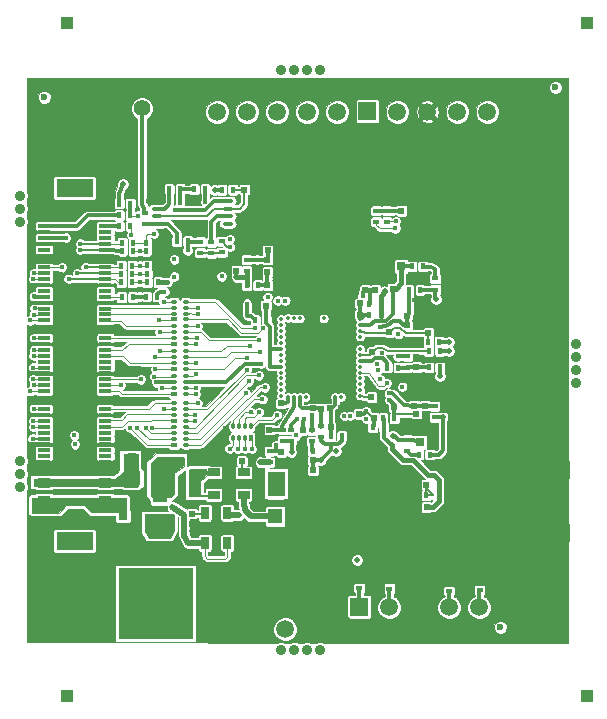
<source format=gbl>
%FSLAX34Y34*%
G04 Gerber Fmt 3.4, Leading zero omitted, Abs format*
G04 (created by PCBNEW (2013-10-29 BZR 4389)-product) date 1/27/2015 10:36:25 PM*
%MOIN*%
G01*
G70*
G90*
G04 APERTURE LIST*
%ADD10C,0.005906*%
%ADD11C,0.023622*%
%ADD12C,0.015700*%
%ADD13R,0.043200X0.011700*%
%ADD14R,0.058900X0.027500*%
%ADD15R,0.122000X0.062900*%
%ADD16C,0.043200*%
%ADD17R,0.043300X0.011800*%
%ADD18C,0.019500*%
%ADD19C,0.035400*%
%ADD20R,0.039200X0.039200*%
%ADD21R,0.047200X0.051000*%
%ADD22R,0.017500X0.019500*%
%ADD23R,0.019500X0.017500*%
%ADD24R,0.031400X0.027500*%
%ADD25R,0.027500X0.031400*%
%ADD26R,0.019500X0.019500*%
%ADD27R,0.051000X0.047200*%
%ADD28C,0.216500*%
%ADD29R,0.184900X0.058900*%
%ADD30C,0.051000*%
%ADD31C,0.055000*%
%ADD32C,0.059700*%
%ADD33R,0.059700X0.059700*%
%ADD34R,0.038900X0.027100*%
%ADD35R,0.027100X0.038900*%
%ADD36R,0.039400X0.013800*%
%ADD37O,0.039400X0.013800*%
%ADD38O,0.039400X0.013700*%
%ADD39O,0.023500X0.011700*%
%ADD40R,0.023500X0.011700*%
%ADD41O,0.011700X0.023500*%
%ADD42R,0.011700X0.023500*%
%ADD43C,0.011700*%
%ADD44C,0.019600*%
%ADD45C,0.013800*%
%ADD46C,0.012200*%
%ADD47C,0.011700*%
%ADD48C,0.019500*%
%ADD49C,0.015700*%
%ADD50C,0.007700*%
%ADD51C,0.003900*%
G04 APERTURE END LIST*
G54D10*
G54D11*
X65578Y-31011D03*
X63740Y-49007D03*
G54D12*
X61338Y-33307D03*
X60708Y-32598D03*
X61181Y-32598D03*
X60787Y-33307D03*
X62598Y-33307D03*
X62677Y-32598D03*
X62047Y-32598D03*
X62047Y-33307D03*
X64448Y-30866D03*
X63523Y-31023D03*
X63917Y-31023D03*
X64842Y-30866D03*
X63937Y-33228D03*
X63444Y-32637D03*
X60236Y-32598D03*
X63307Y-33228D03*
X54409Y-33307D03*
X54409Y-32992D03*
X54803Y-32992D03*
X54803Y-33307D03*
X55669Y-33307D03*
X55669Y-32992D03*
X55275Y-32992D03*
X55275Y-33307D03*
X52047Y-32913D03*
X59763Y-33307D03*
X60157Y-33307D03*
X52440Y-32913D03*
X51574Y-32913D03*
X59291Y-33307D03*
X58818Y-33307D03*
X51181Y-32913D03*
X56574Y-31023D03*
X60118Y-31023D03*
X60511Y-31023D03*
X56968Y-31023D03*
X57834Y-31023D03*
X61377Y-31023D03*
X60984Y-31023D03*
X57440Y-31023D03*
X59173Y-31023D03*
X62716Y-31023D03*
X63110Y-31023D03*
X59566Y-31023D03*
X58700Y-31023D03*
X62244Y-31023D03*
X61850Y-31023D03*
X58307Y-31023D03*
X49842Y-30826D03*
X54803Y-31003D03*
X55196Y-31003D03*
X50236Y-30826D03*
X48917Y-31200D03*
X56062Y-31003D03*
X55669Y-31003D03*
X50708Y-30826D03*
X48976Y-30826D03*
X53937Y-31003D03*
X54330Y-31003D03*
X49370Y-30826D03*
X48503Y-30826D03*
X53464Y-31003D03*
X53070Y-31003D03*
X48110Y-30826D03*
X56141Y-33307D03*
X56141Y-32992D03*
X56535Y-32992D03*
X56535Y-33307D03*
X57401Y-33307D03*
X57401Y-32992D03*
X57007Y-32992D03*
X57007Y-33307D03*
X49606Y-33858D03*
X49606Y-33543D03*
X50000Y-33543D03*
X50000Y-33858D03*
X49133Y-33858D03*
X49133Y-33543D03*
X48740Y-33543D03*
X48740Y-33858D03*
X64488Y-49370D03*
X64251Y-46535D03*
X64645Y-46535D03*
X64881Y-49370D03*
X65748Y-49370D03*
X65511Y-46535D03*
X65118Y-46535D03*
X65354Y-49370D03*
X62992Y-47086D03*
X62992Y-46771D03*
X63385Y-46771D03*
X63385Y-47086D03*
X62519Y-47086D03*
X62519Y-46771D03*
X62125Y-46771D03*
X62125Y-47086D03*
X63543Y-46141D03*
X63543Y-45826D03*
X63937Y-45826D03*
X63937Y-46141D03*
X63937Y-43858D03*
X63937Y-43543D03*
X63543Y-43543D03*
X63543Y-43858D03*
X63543Y-34409D03*
X63543Y-34094D03*
X63937Y-34094D03*
X63937Y-34409D03*
X63937Y-36535D03*
X63937Y-36220D03*
X63543Y-36220D03*
X63543Y-36535D03*
X64173Y-33779D03*
X64330Y-36850D03*
X64724Y-36850D03*
X64566Y-33779D03*
X65433Y-33779D03*
X65590Y-36850D03*
X65196Y-36850D03*
X65039Y-33779D03*
X52047Y-33307D03*
X65118Y-43307D03*
X65511Y-43307D03*
X52440Y-33307D03*
X51574Y-33307D03*
X64645Y-43307D03*
X64251Y-43307D03*
X51181Y-33307D03*
X65511Y-46850D03*
X65826Y-46850D03*
X65826Y-46535D03*
X65826Y-47165D03*
X60314Y-49370D03*
X60314Y-49055D03*
X60708Y-49055D03*
X60708Y-49370D03*
X61574Y-49370D03*
X61574Y-49055D03*
X61181Y-49055D03*
X61181Y-49370D03*
X62913Y-49370D03*
X62913Y-49055D03*
X63307Y-49055D03*
X63307Y-49370D03*
X62440Y-49370D03*
X62440Y-49055D03*
X62047Y-49055D03*
X62047Y-49370D03*
X58661Y-49370D03*
X58661Y-49055D03*
X64015Y-49370D03*
X65905Y-48661D03*
X65590Y-49055D03*
X65905Y-49055D03*
X63464Y-47559D03*
X63779Y-47086D03*
X59921Y-49370D03*
X59921Y-49055D03*
X58188Y-49055D03*
X58188Y-49370D03*
X59448Y-49370D03*
X59448Y-49055D03*
X59055Y-49055D03*
X59055Y-49370D03*
X54409Y-48661D03*
X57007Y-46299D03*
X56614Y-46299D03*
X54803Y-48661D03*
X55669Y-48661D03*
X59448Y-46299D03*
X59055Y-46299D03*
X55275Y-48661D03*
X50236Y-49370D03*
X48976Y-49370D03*
X48818Y-49055D03*
X53937Y-48661D03*
X49763Y-49370D03*
X48503Y-49370D03*
X48110Y-49370D03*
X49370Y-49370D03*
X55433Y-46771D03*
X54173Y-48346D03*
X54566Y-48346D03*
X55826Y-46771D03*
X56692Y-46771D03*
X53779Y-47795D03*
X55039Y-48346D03*
X56299Y-46771D03*
X58031Y-46771D03*
X58425Y-46771D03*
X57559Y-46771D03*
X53779Y-47244D03*
X54251Y-47795D03*
X57165Y-46771D03*
X48976Y-35354D03*
X49527Y-36692D03*
X49133Y-36456D03*
X48897Y-35039D03*
X48976Y-43543D03*
X49291Y-43543D03*
X49291Y-43149D03*
X48976Y-43149D03*
X53779Y-37795D03*
X54330Y-37795D03*
X54173Y-39133D03*
X54015Y-41338D03*
X49763Y-43543D03*
X50078Y-43543D03*
X50078Y-43149D03*
X49763Y-43149D03*
X54803Y-44094D03*
X55669Y-44960D03*
X55433Y-43464D03*
X54566Y-42362D03*
X48110Y-34724D03*
X48582Y-34409D03*
X48582Y-34803D03*
X48110Y-35118D03*
X48110Y-45669D03*
X48425Y-45669D03*
X48582Y-35275D03*
X48110Y-35590D03*
X48110Y-47007D03*
X48425Y-47007D03*
X48425Y-47401D03*
X48110Y-47401D03*
X48110Y-46535D03*
X48425Y-46535D03*
X48425Y-46141D03*
X48110Y-46141D03*
X48110Y-33543D03*
X48110Y-31181D03*
X48110Y-31574D03*
X48110Y-33937D03*
X48818Y-33228D03*
X50787Y-32992D03*
X50629Y-31259D03*
X48110Y-34409D03*
X48110Y-32755D03*
X48425Y-32755D03*
X48425Y-33149D03*
X48110Y-33149D03*
X48110Y-32283D03*
X48425Y-32283D03*
X48425Y-31889D03*
X48110Y-31889D03*
X48110Y-47795D03*
X48425Y-47795D03*
X48425Y-48188D03*
X48110Y-48188D03*
X48110Y-49055D03*
X48425Y-49055D03*
X48425Y-48661D03*
X48110Y-48661D03*
X50787Y-48818D03*
X50314Y-46771D03*
X50708Y-47086D03*
X50393Y-49133D03*
X48740Y-47086D03*
X49763Y-46692D03*
X49212Y-46771D03*
X48897Y-46771D03*
X49448Y-39133D03*
X49763Y-39133D03*
X49763Y-39527D03*
X49448Y-39527D03*
X49370Y-38031D03*
X49763Y-38188D03*
X48976Y-38188D03*
X50157Y-38031D03*
X49527Y-40157D03*
X49842Y-40157D03*
X49842Y-40551D03*
X49527Y-40551D03*
X49370Y-41417D03*
X49921Y-41417D03*
X49921Y-41889D03*
X49370Y-41889D03*
X65826Y-33700D03*
X65826Y-33228D03*
X65433Y-33385D03*
X65905Y-31496D03*
X65826Y-38425D03*
X65826Y-41181D03*
X65826Y-40787D03*
X65826Y-38031D03*
X65826Y-39763D03*
X54566Y-33779D03*
X56771Y-33779D03*
X65826Y-40157D03*
X65826Y-39291D03*
X65826Y-42047D03*
X65826Y-41653D03*
X65826Y-38897D03*
X65905Y-36850D03*
X63700Y-33700D03*
X63622Y-40393D03*
X63543Y-38267D03*
X63543Y-38661D03*
X63622Y-40787D03*
X63622Y-41653D03*
X63543Y-39527D03*
X63543Y-39133D03*
X63622Y-41259D03*
X63622Y-42992D03*
X63149Y-42204D03*
X63070Y-39842D03*
X63149Y-42598D03*
X63622Y-42519D03*
X65905Y-43307D03*
X63543Y-40000D03*
X63622Y-42125D03*
X63070Y-40236D03*
X63543Y-37401D03*
X63070Y-37480D03*
X63070Y-37874D03*
X63543Y-37795D03*
X63543Y-36929D03*
X61653Y-33779D03*
X59212Y-33779D03*
X63937Y-36850D03*
X61496Y-46377D03*
X58346Y-47795D03*
X58346Y-48661D03*
X63622Y-46535D03*
X63858Y-46771D03*
X58346Y-48267D03*
G54D13*
X48532Y-35636D03*
X48532Y-35832D03*
X48532Y-36029D03*
X48532Y-36226D03*
X48532Y-36422D03*
X50576Y-36422D03*
X50576Y-36226D03*
X50578Y-36029D03*
X50578Y-35832D03*
X50578Y-35636D03*
X48534Y-37009D03*
X48534Y-37207D03*
X48534Y-37404D03*
X48534Y-37599D03*
X48534Y-37797D03*
X48534Y-37994D03*
X48534Y-38189D03*
X48534Y-38387D03*
X48534Y-38586D03*
X48534Y-38782D03*
X50578Y-38782D03*
X50581Y-38584D03*
X50581Y-38387D03*
X50578Y-38189D03*
X50578Y-37994D03*
X50581Y-37796D03*
X50581Y-37599D03*
X50581Y-37402D03*
X50581Y-37206D03*
X50581Y-37009D03*
X50581Y-39371D03*
X50581Y-39567D03*
X50581Y-39764D03*
X50581Y-39961D03*
X50581Y-40157D03*
X50579Y-40356D03*
X50579Y-40551D03*
X50581Y-40749D03*
X50581Y-40946D03*
X50579Y-41144D03*
X48534Y-41144D03*
X48534Y-40947D03*
X48534Y-40749D03*
X48534Y-40551D03*
X48534Y-40356D03*
X48534Y-40159D03*
X48534Y-39961D03*
X48534Y-39766D03*
X48534Y-39569D03*
X48534Y-39371D03*
X48530Y-41736D03*
X48530Y-41934D03*
X48530Y-42131D03*
X48530Y-42327D03*
X48530Y-42524D03*
X48530Y-42721D03*
X48530Y-42917D03*
X48530Y-43114D03*
X48530Y-43312D03*
X48530Y-43509D03*
X50578Y-44099D03*
X50578Y-44296D03*
X50578Y-44492D03*
X50576Y-44689D03*
X50576Y-44886D03*
G54D14*
X50498Y-39079D03*
X48610Y-39079D03*
X48610Y-41441D03*
X50498Y-41441D03*
X48610Y-36716D03*
X50498Y-36716D03*
X50498Y-43804D03*
G54D15*
X49554Y-34374D03*
G54D16*
X49554Y-45454D03*
X49554Y-35062D03*
G54D15*
X49554Y-46140D03*
G54D14*
X48610Y-43804D03*
G54D13*
X48532Y-44886D03*
G54D17*
X48531Y-44689D03*
G54D13*
X48532Y-44492D03*
X48532Y-44296D03*
X48532Y-44099D03*
X50576Y-43509D03*
X50577Y-43311D03*
X50577Y-43114D03*
X50576Y-42917D03*
X50576Y-42721D03*
X50577Y-42523D03*
X50577Y-42327D03*
X50577Y-42130D03*
X50577Y-41933D03*
X50577Y-41736D03*
G54D18*
X56102Y-43975D03*
G54D12*
X61386Y-35540D03*
X61024Y-35536D03*
X61024Y-35198D03*
X61394Y-35193D03*
G54D19*
X47725Y-34630D03*
X47725Y-35063D03*
X47725Y-35496D03*
X47725Y-44335D03*
X47725Y-43902D03*
X47725Y-43469D03*
X66268Y-39571D03*
X66268Y-40004D03*
X66268Y-40437D03*
X66268Y-40870D03*
G54D20*
X49299Y-51303D03*
X66622Y-51303D03*
X66621Y-28862D03*
G54D12*
X58299Y-40354D03*
X58299Y-39921D03*
X58082Y-40138D03*
X58515Y-40138D03*
X61011Y-37386D03*
X62078Y-44708D03*
X62275Y-44901D03*
X58732Y-40354D03*
X57866Y-40354D03*
X57433Y-40354D03*
X57000Y-40354D03*
X56783Y-40571D03*
X57216Y-40571D03*
X57653Y-40571D03*
X58082Y-40571D03*
X58515Y-40571D03*
X58515Y-41004D03*
X58082Y-41004D03*
X57653Y-41004D03*
X57216Y-41004D03*
X56783Y-41004D03*
X57000Y-40787D03*
X57433Y-40787D03*
X58299Y-40787D03*
X57866Y-40787D03*
X58732Y-40787D03*
X58732Y-39921D03*
X57866Y-39921D03*
X57433Y-39921D03*
X57000Y-39921D03*
X56783Y-40138D03*
X57216Y-40138D03*
X57653Y-40138D03*
X58515Y-39705D03*
X58082Y-39705D03*
X57653Y-39705D03*
X57216Y-39705D03*
X56783Y-39705D03*
X57000Y-39488D03*
X57433Y-39488D03*
X58299Y-39488D03*
X57866Y-39488D03*
X58732Y-39488D03*
X58732Y-39055D03*
X57866Y-39055D03*
X58299Y-39055D03*
X57433Y-39055D03*
X57000Y-39055D03*
X56783Y-39272D03*
X57216Y-39272D03*
X57653Y-39272D03*
X58082Y-39272D03*
X58515Y-39272D03*
G54D18*
X48861Y-45087D03*
X48546Y-45087D03*
X48231Y-45087D03*
X52389Y-43424D03*
X52744Y-43424D03*
X52941Y-43620D03*
X52586Y-43621D03*
X52782Y-45375D03*
X52782Y-45690D03*
X52584Y-45927D03*
X52190Y-45927D03*
X51994Y-45690D03*
X51994Y-45375D03*
G54D21*
X52390Y-44611D03*
X52390Y-45515D03*
X56248Y-44414D03*
X56248Y-45318D03*
G54D22*
X53906Y-34410D03*
X53536Y-34410D03*
X51512Y-36189D03*
X51142Y-36189D03*
X61279Y-44618D03*
X60909Y-44618D03*
X53331Y-36146D03*
X52961Y-36146D03*
G54D23*
X51886Y-35189D03*
X51886Y-35559D03*
G54D22*
X51402Y-35638D03*
X51032Y-35638D03*
X51488Y-38008D03*
X51118Y-38008D03*
G54D23*
X53740Y-36166D03*
X53740Y-36536D03*
G54D22*
X51512Y-36461D03*
X51142Y-36461D03*
X51476Y-37232D03*
X51106Y-37232D03*
X51969Y-37240D03*
X52339Y-37240D03*
X51941Y-36197D03*
X52311Y-36197D03*
G54D23*
X54110Y-36543D03*
X54110Y-36173D03*
G54D22*
X51945Y-37992D03*
X52315Y-37992D03*
X53079Y-34410D03*
X52709Y-34410D03*
G54D23*
X54457Y-36146D03*
X54457Y-36516D03*
G54D22*
X51480Y-37508D03*
X51110Y-37508D03*
X54453Y-34433D03*
X54823Y-34433D03*
G54D23*
X59606Y-35130D03*
X59606Y-35500D03*
X59961Y-35130D03*
X59961Y-35500D03*
X59039Y-47713D03*
X59039Y-47343D03*
X60047Y-47721D03*
X60047Y-47351D03*
X62036Y-47807D03*
X62036Y-47437D03*
X63051Y-47776D03*
X63051Y-47406D03*
X56484Y-42792D03*
X56484Y-42422D03*
G54D22*
X58087Y-42642D03*
X58457Y-42642D03*
X55658Y-37614D03*
X55288Y-37614D03*
G54D23*
X55284Y-36764D03*
X55284Y-37134D03*
G54D22*
X59382Y-38228D03*
X59752Y-38228D03*
X59488Y-42347D03*
X59858Y-42347D03*
X59831Y-42044D03*
X60201Y-42044D03*
X61713Y-39500D03*
X61343Y-39500D03*
X59382Y-38610D03*
X59752Y-38610D03*
G54D23*
X60638Y-39984D03*
X60638Y-40354D03*
G54D22*
X59969Y-40355D03*
X60339Y-40355D03*
X61358Y-40351D03*
X61728Y-40351D03*
G54D23*
X61551Y-41642D03*
X61551Y-42012D03*
X56764Y-42421D03*
X56764Y-42791D03*
G54D22*
X60697Y-37768D03*
X61067Y-37768D03*
X51965Y-36953D03*
X52335Y-36953D03*
G54D23*
X60646Y-42760D03*
X60646Y-43130D03*
G54D22*
X61398Y-43256D03*
X61028Y-43256D03*
X60795Y-36981D03*
X61165Y-36981D03*
G54D23*
X61571Y-37756D03*
X61571Y-37386D03*
X57768Y-42685D03*
X57768Y-42315D03*
G54D22*
X61721Y-39799D03*
X61351Y-39799D03*
X55941Y-38776D03*
X55571Y-38776D03*
G54D23*
X56051Y-43146D03*
X56051Y-43516D03*
G54D22*
X51410Y-34890D03*
X51040Y-34890D03*
X51040Y-35280D03*
X51410Y-35280D03*
X52339Y-37512D03*
X51969Y-37512D03*
X51476Y-36957D03*
X51106Y-36957D03*
X51941Y-36469D03*
X52311Y-36469D03*
X57484Y-43122D03*
X57114Y-43122D03*
G54D23*
X57465Y-42449D03*
X57465Y-42819D03*
G54D24*
X51473Y-43325D03*
X51473Y-42895D03*
G54D25*
X60440Y-36984D03*
X60010Y-36984D03*
X53309Y-48228D03*
X53739Y-48228D03*
X61073Y-42847D03*
X61503Y-42847D03*
G54D24*
X51169Y-45305D03*
X51169Y-45735D03*
G54D26*
X61228Y-41626D03*
X61228Y-41272D03*
X60949Y-40346D03*
X60949Y-39992D03*
X60878Y-41626D03*
X60878Y-41272D03*
X60634Y-38634D03*
X60988Y-38634D03*
X56437Y-41545D03*
X56083Y-41545D03*
X60634Y-38945D03*
X60988Y-38945D03*
X56047Y-42426D03*
X56047Y-42780D03*
X55130Y-43477D03*
X54776Y-43477D03*
X57500Y-43783D03*
X57146Y-43783D03*
X55981Y-37610D03*
X56335Y-37610D03*
X57500Y-43453D03*
X57146Y-43453D03*
X57150Y-42445D03*
X57150Y-42799D03*
X55209Y-34425D03*
X55563Y-34425D03*
X60445Y-35130D03*
X60799Y-35130D03*
X61279Y-44259D03*
X60925Y-44259D03*
X61287Y-45011D03*
X60933Y-45011D03*
X59539Y-42047D03*
X59539Y-41693D03*
X54949Y-37126D03*
X54949Y-36772D03*
X57768Y-41721D03*
X57768Y-41367D03*
X57484Y-41717D03*
X57484Y-41363D03*
X59476Y-39843D03*
X59476Y-39489D03*
X55929Y-38299D03*
X55575Y-38299D03*
X56437Y-43166D03*
X56437Y-43520D03*
X59067Y-38217D03*
X58713Y-38217D03*
X59075Y-38595D03*
X58721Y-38595D03*
X61343Y-39209D03*
X61343Y-38855D03*
X60039Y-39169D03*
X60039Y-39523D03*
X59035Y-41899D03*
X59035Y-41545D03*
X60162Y-37732D03*
X60162Y-37378D03*
X60205Y-41685D03*
X59851Y-41685D03*
X60941Y-41890D03*
X60941Y-42244D03*
X55981Y-37169D03*
X56335Y-37169D03*
X55977Y-36756D03*
X56331Y-36756D03*
X55988Y-36453D03*
X56342Y-36453D03*
X59236Y-37780D03*
X59236Y-37426D03*
X59579Y-37780D03*
X59579Y-37426D03*
X58087Y-42339D03*
X58441Y-42339D03*
X58079Y-41717D03*
X58433Y-41717D03*
X53469Y-45225D03*
X53469Y-45579D03*
X59445Y-41343D03*
X59799Y-41343D03*
G54D27*
X52409Y-44044D03*
X51505Y-44044D03*
G54D28*
X49752Y-32228D03*
X64791Y-32228D03*
X64791Y-47975D03*
X49752Y-47975D03*
G54D18*
X56378Y-43975D03*
X52232Y-43621D03*
X52112Y-49195D03*
X51720Y-49197D03*
X52507Y-49197D03*
X51325Y-49197D03*
X52902Y-49197D03*
X51325Y-48802D03*
X51325Y-48410D03*
X51325Y-48015D03*
X51325Y-47622D03*
X51325Y-47267D03*
X51720Y-47267D03*
X52114Y-47267D03*
X52507Y-47267D03*
X52900Y-47267D03*
X52900Y-47622D03*
X52900Y-48015D03*
X52900Y-48410D03*
X52900Y-48802D03*
G54D20*
X49299Y-28862D03*
G54D19*
X56426Y-49768D03*
X56859Y-49768D03*
X57292Y-49768D03*
X57726Y-49768D03*
X56425Y-30437D03*
X56858Y-30437D03*
X57291Y-30437D03*
X57725Y-30437D03*
G54D29*
X65161Y-45867D03*
X65161Y-43763D03*
X65145Y-36350D03*
X65145Y-34246D03*
G54D30*
X51299Y-32217D03*
X52299Y-32217D03*
X52299Y-31217D03*
X51299Y-31217D03*
G54D31*
X51799Y-31717D03*
G54D32*
X58307Y-31834D03*
X57307Y-31834D03*
X56307Y-31834D03*
X55307Y-31834D03*
G54D33*
X53307Y-31814D03*
G54D32*
X54307Y-31834D03*
G54D33*
X57576Y-49079D03*
G54D32*
X56576Y-49079D03*
G54D34*
X54184Y-44603D03*
X54184Y-43853D03*
X55184Y-44603D03*
X54184Y-44228D03*
X55184Y-43853D03*
G54D35*
X54646Y-46200D03*
X53896Y-46200D03*
X54646Y-45200D03*
X54271Y-46200D03*
X53896Y-45200D03*
G54D36*
X52291Y-35567D03*
G54D37*
X52291Y-35311D03*
X52291Y-35055D03*
X52291Y-34799D03*
G54D38*
X54654Y-35567D03*
G54D37*
X54654Y-35311D03*
X54654Y-35055D03*
X54654Y-34799D03*
G54D32*
X63314Y-31834D03*
X62314Y-31834D03*
X61314Y-31834D03*
G54D33*
X59314Y-31814D03*
G54D32*
X60314Y-31834D03*
X63043Y-48350D03*
X62043Y-48350D03*
X61043Y-48350D03*
G54D33*
X59043Y-48330D03*
G54D32*
X60043Y-48350D03*
G54D39*
X53256Y-38752D03*
X53256Y-38555D03*
X53256Y-38162D03*
X52862Y-38162D03*
G54D40*
X52862Y-38752D03*
G54D39*
X53256Y-38359D03*
X52862Y-38359D03*
X52862Y-38555D03*
X53256Y-39567D03*
X53256Y-39370D03*
X53256Y-38977D03*
X52862Y-38977D03*
G54D40*
X52862Y-39567D03*
G54D39*
X53256Y-39174D03*
X52862Y-39174D03*
X52862Y-39370D03*
X53256Y-40402D03*
X53256Y-40205D03*
X53256Y-39812D03*
X52862Y-39812D03*
G54D40*
X52862Y-40402D03*
G54D39*
X53256Y-40009D03*
X52862Y-40009D03*
X52862Y-40205D03*
X53256Y-41236D03*
X53256Y-41039D03*
X53256Y-40646D03*
X52862Y-40646D03*
G54D40*
X52862Y-41236D03*
G54D39*
X53256Y-40843D03*
X52862Y-40843D03*
X52862Y-41039D03*
X53256Y-42122D03*
X53256Y-41925D03*
X53256Y-41532D03*
X52862Y-41532D03*
G54D40*
X52862Y-42122D03*
G54D39*
X53256Y-41729D03*
X52862Y-41729D03*
X52862Y-41925D03*
X53256Y-42941D03*
X53256Y-42744D03*
X53256Y-42351D03*
X52862Y-42351D03*
G54D40*
X52862Y-42941D03*
G54D39*
X53256Y-42548D03*
X52862Y-42548D03*
X52862Y-42744D03*
G54D41*
X55425Y-42319D03*
X55228Y-42319D03*
X54835Y-42319D03*
X54835Y-42713D03*
G54D42*
X55425Y-42713D03*
G54D41*
X55032Y-42319D03*
X55032Y-42713D03*
X55228Y-42713D03*
G54D11*
X48535Y-31342D03*
G54D43*
X61685Y-43255D03*
G54D18*
X56783Y-43173D03*
X61728Y-40646D03*
X61821Y-42018D03*
X61594Y-38083D03*
X55748Y-43512D03*
X55032Y-45276D03*
G54D43*
X61488Y-45011D03*
G54D18*
X58976Y-46772D03*
G54D12*
X60177Y-35130D03*
G54D18*
X54949Y-37343D03*
G54D12*
X52646Y-37508D03*
G54D18*
X54221Y-34441D03*
X51169Y-34244D03*
X57756Y-43449D03*
G54D12*
X56949Y-42618D03*
G54D18*
X58264Y-43146D03*
X60142Y-42921D03*
G54D12*
X55299Y-38228D03*
G54D18*
X62039Y-39803D03*
X59910Y-37815D03*
X62036Y-39500D03*
G54D12*
X49256Y-36028D03*
X53323Y-36453D03*
G54D43*
X60677Y-34807D03*
X61985Y-44190D03*
X62578Y-44440D03*
X61988Y-45425D03*
G54D18*
X50921Y-43799D03*
X51012Y-36701D03*
G54D12*
X48154Y-36225D03*
X48154Y-35831D03*
G54D18*
X48158Y-36717D03*
X48150Y-39079D03*
X48189Y-41437D03*
G54D12*
X48032Y-37599D03*
X48047Y-38189D03*
X48024Y-39571D03*
X48028Y-40551D03*
X48032Y-41933D03*
X48032Y-42918D03*
X48197Y-43508D03*
G54D18*
X48138Y-43807D03*
G54D12*
X48102Y-44492D03*
X50921Y-44492D03*
G54D18*
X58002Y-47500D03*
G54D12*
X59961Y-44311D03*
X58626Y-44390D03*
X58413Y-43508D03*
X60205Y-43484D03*
X59882Y-37386D03*
X58256Y-36228D03*
X57106Y-36587D03*
G54D18*
X58616Y-45230D03*
G54D12*
X61102Y-40835D03*
G54D18*
X57668Y-44518D03*
G54D12*
X52012Y-34799D03*
X61264Y-40071D03*
X54457Y-43477D03*
G54D18*
X53465Y-45815D03*
G54D12*
X54579Y-44225D03*
G54D18*
X54268Y-46508D03*
X57984Y-48284D03*
G54D12*
X61957Y-34823D03*
X60906Y-36260D03*
X61957Y-35933D03*
X62154Y-36559D03*
X61228Y-42177D03*
X60882Y-38087D03*
X60780Y-39406D03*
X59350Y-37213D03*
G54D44*
X56091Y-35378D03*
X55579Y-35130D03*
G54D12*
X59508Y-36051D03*
X59650Y-35925D03*
X57094Y-35291D03*
X58354Y-35528D03*
X58370Y-36783D03*
X48165Y-37402D03*
X60266Y-35482D03*
X48193Y-37205D03*
X60246Y-35719D03*
X49565Y-42918D03*
X49132Y-37012D03*
G54D43*
X61511Y-44618D03*
G54D18*
X55217Y-44988D03*
G54D12*
X55288Y-40421D03*
X55701Y-40618D03*
X55366Y-40819D03*
X55705Y-41839D03*
G54D45*
X59065Y-40325D03*
G54D12*
X51732Y-36461D03*
X53591Y-41236D03*
G54D45*
X56447Y-41309D03*
G54D12*
X59951Y-40876D03*
X51728Y-36957D03*
G54D45*
X59065Y-40522D03*
G54D12*
X52870Y-37327D03*
X51728Y-37240D03*
X52870Y-36752D03*
X59669Y-40425D03*
X55736Y-39831D03*
X53906Y-34843D03*
X48193Y-37984D03*
X60319Y-39984D03*
X52906Y-35095D03*
X52543Y-37827D03*
G54D45*
X56870Y-38720D03*
G54D12*
X55981Y-37386D03*
G54D45*
X59065Y-38750D03*
G54D12*
X57205Y-42071D03*
X60473Y-41000D03*
G54D45*
X59065Y-40915D03*
X59065Y-39341D03*
G54D12*
X60339Y-39244D03*
X57465Y-41937D03*
G54D45*
X57254Y-41339D03*
G54D18*
X52811Y-44992D03*
X53539Y-43862D03*
X53539Y-44197D03*
G54D12*
X60030Y-41211D03*
G54D45*
X59075Y-41112D03*
G54D12*
X60039Y-41437D03*
X55638Y-36756D03*
G54D45*
X57067Y-38720D03*
G54D12*
X59272Y-41807D03*
X59748Y-39020D03*
G54D45*
X58238Y-41339D03*
X59065Y-39144D03*
X59065Y-38947D03*
X59055Y-40128D03*
X57854Y-38720D03*
G54D12*
X59150Y-37972D03*
G54D45*
X57057Y-41339D03*
G54D12*
X55933Y-38528D03*
G54D45*
X56437Y-39734D03*
X56437Y-40325D03*
G54D12*
X56260Y-42953D03*
G54D45*
X56860Y-41339D03*
G54D18*
X60154Y-42638D03*
G54D45*
X59065Y-41309D03*
X59065Y-39931D03*
G54D12*
X55394Y-39638D03*
X53650Y-41536D03*
G54D45*
X56437Y-41112D03*
G54D12*
X53583Y-40201D03*
G54D45*
X56437Y-39931D03*
G54D12*
X55831Y-39047D03*
G54D45*
X56437Y-40915D03*
G54D12*
X53579Y-41925D03*
X53602Y-40559D03*
G54D45*
X56437Y-40128D03*
G54D12*
X55303Y-40032D03*
X53662Y-38355D03*
G54D45*
X56437Y-38750D03*
G54D12*
X55709Y-39445D03*
X56957Y-42059D03*
G54D45*
X56663Y-41339D03*
G54D12*
X52193Y-35890D03*
X59740Y-40740D03*
X54453Y-37319D03*
X51721Y-37508D03*
X54721Y-36075D03*
X59787Y-39870D03*
X55555Y-39028D03*
G54D45*
X56437Y-38947D03*
G54D12*
X53662Y-38555D03*
X53610Y-39571D03*
G54D45*
X56437Y-39537D03*
G54D12*
X53626Y-39370D03*
G54D45*
X56437Y-39341D03*
G54D12*
X53579Y-42122D03*
G54D45*
X56437Y-40719D03*
G54D12*
X55772Y-40232D03*
X55890Y-41016D03*
X55260Y-41209D03*
X55815Y-41406D03*
X55445Y-41846D03*
X56303Y-41937D03*
X53650Y-38981D03*
G54D45*
X56437Y-39144D03*
G54D12*
X53587Y-41040D03*
G54D45*
X56437Y-40522D03*
G54D12*
X59646Y-40225D03*
X54736Y-36331D03*
X49354Y-37402D03*
X53071Y-34862D03*
X52276Y-40847D03*
X52248Y-40394D03*
X48185Y-39965D03*
X48221Y-38386D03*
X52516Y-38162D03*
X48201Y-39768D03*
X52232Y-40016D03*
X48197Y-39370D03*
X52402Y-39815D03*
X48079Y-38783D03*
X52386Y-39181D03*
X48193Y-38591D03*
X52366Y-38772D03*
G54D45*
X59065Y-39734D03*
G54D12*
X51445Y-35929D03*
X52213Y-40654D03*
X48181Y-40355D03*
X55984Y-38016D03*
X56319Y-38122D03*
X56575Y-38130D03*
G54D45*
X56673Y-38711D03*
G54D12*
X49744Y-36425D03*
X49634Y-37205D03*
X49917Y-37012D03*
X49748Y-36225D03*
X51717Y-37992D03*
X52535Y-41732D03*
X48173Y-42331D03*
X52118Y-42354D03*
X54984Y-43063D03*
X48173Y-40748D03*
X55453Y-43067D03*
X51752Y-40748D03*
X48181Y-42130D03*
X51917Y-42355D03*
X48197Y-41732D03*
X51398Y-42355D03*
X48075Y-41142D03*
X51638Y-42355D03*
X48201Y-40949D03*
X54721Y-43055D03*
X51091Y-40949D03*
X55225Y-43067D03*
G54D45*
X59065Y-40719D03*
G54D12*
X51669Y-35288D03*
G54D45*
X58435Y-41339D03*
G54D12*
X58536Y-41973D03*
X59281Y-42067D03*
X58740Y-41969D03*
X52465Y-41043D03*
X49535Y-42618D03*
X48154Y-42725D03*
G54D18*
X51169Y-44827D03*
X51169Y-45063D03*
G54D46*
X61821Y-42018D02*
X61821Y-43119D01*
X61821Y-43119D02*
X61685Y-43255D01*
X61398Y-43256D02*
X61684Y-43256D01*
X61684Y-43256D02*
X61685Y-43255D01*
X61551Y-42012D02*
X61815Y-42012D01*
X61815Y-42012D02*
X61821Y-42018D01*
X61684Y-43256D02*
X61685Y-43255D01*
G54D47*
X56783Y-43173D02*
X56783Y-42810D01*
X56783Y-42810D02*
X56765Y-42792D01*
X61728Y-40351D02*
X61728Y-40646D01*
X56248Y-44414D02*
X56248Y-44102D01*
X56248Y-44102D02*
X56378Y-43976D01*
X61067Y-37768D02*
X61079Y-37756D01*
X61079Y-37756D02*
X61571Y-37756D01*
X61571Y-38060D02*
X61594Y-38083D01*
X61571Y-37756D02*
X61571Y-38060D01*
X56765Y-42792D02*
X56484Y-42792D01*
G54D48*
X55752Y-43516D02*
X55748Y-43512D01*
X55752Y-43516D02*
X56051Y-43516D01*
X55032Y-45276D02*
X54722Y-45276D01*
X54722Y-45276D02*
X54646Y-45200D01*
G54D49*
X60142Y-42921D02*
X60142Y-43067D01*
X61688Y-44811D02*
X61488Y-45011D01*
X61688Y-44094D02*
X61688Y-44811D01*
X61523Y-43929D02*
X61688Y-44094D01*
X61334Y-43929D02*
X61523Y-43929D01*
X60838Y-43433D02*
X61334Y-43929D01*
X60507Y-43433D02*
X60838Y-43433D01*
X60142Y-43067D02*
X60507Y-43433D01*
X61287Y-45011D02*
X61488Y-45011D01*
G54D47*
X57500Y-43453D02*
X57500Y-43783D01*
X59858Y-42347D02*
X59858Y-42071D01*
X59858Y-42071D02*
X59831Y-42044D01*
X58094Y-42910D02*
X58094Y-43111D01*
X58094Y-43111D02*
X57756Y-43449D01*
X60177Y-35130D02*
X59921Y-35130D01*
X59921Y-35130D02*
X59610Y-35130D01*
G54D49*
X52339Y-37512D02*
X52343Y-37508D01*
X52343Y-37508D02*
X52646Y-37508D01*
G54D47*
X55299Y-38228D02*
X55303Y-38280D01*
X55433Y-38638D02*
X55571Y-38776D01*
X55303Y-38638D02*
X55433Y-38638D01*
X55303Y-38280D02*
X55303Y-38638D01*
X54949Y-37126D02*
X54949Y-37343D01*
X54949Y-37343D02*
X54949Y-37351D01*
G54D49*
X54949Y-37351D02*
X55288Y-37351D01*
G54D47*
X54449Y-34437D02*
X54217Y-34437D01*
X54217Y-34437D02*
X54221Y-34441D01*
X51040Y-34890D02*
X51043Y-34887D01*
X51043Y-34560D02*
X51169Y-34244D01*
X51043Y-34887D02*
X51043Y-34560D01*
X57756Y-43449D02*
X57500Y-43453D01*
X60142Y-42921D02*
X59858Y-42689D01*
G54D49*
X55288Y-37351D02*
X55288Y-37614D01*
X55284Y-37134D02*
X55288Y-37138D01*
X55288Y-37138D02*
X55288Y-37351D01*
G54D47*
X61722Y-39803D02*
X62039Y-39803D01*
G54D49*
X59752Y-38228D02*
X59754Y-38622D01*
X59752Y-38228D02*
X59752Y-38091D01*
X59752Y-37973D02*
X59910Y-37815D01*
X59752Y-38091D02*
X59752Y-37973D01*
G54D47*
X61713Y-39498D02*
X62036Y-39500D01*
X59858Y-42689D02*
X59858Y-42347D01*
X58457Y-42799D02*
X58457Y-42642D01*
X58346Y-42910D02*
X58457Y-42799D01*
X58118Y-42910D02*
X58346Y-42910D01*
X58094Y-42910D02*
X58118Y-42910D01*
X57886Y-42910D02*
X58094Y-42910D01*
X57768Y-42792D02*
X57886Y-42910D01*
X57768Y-42685D02*
X57768Y-42792D01*
X60445Y-35130D02*
X60177Y-35130D01*
X48532Y-44296D02*
X48532Y-44099D01*
X50578Y-44296D02*
X50578Y-44099D01*
X48533Y-36028D02*
X49256Y-36028D01*
X48532Y-36029D02*
X48533Y-36028D01*
X53323Y-36154D02*
X53323Y-36453D01*
X53323Y-36154D02*
X53331Y-36146D01*
X53331Y-36146D02*
X53351Y-36166D01*
X53351Y-36166D02*
X53740Y-36166D01*
G54D49*
X50498Y-43804D02*
X50503Y-43799D01*
X50503Y-43799D02*
X50921Y-43799D01*
X50498Y-36716D02*
X50513Y-36701D01*
X50513Y-36701D02*
X51012Y-36701D01*
G54D50*
X48531Y-36225D02*
X48154Y-36225D01*
X48531Y-35831D02*
X48154Y-35831D01*
G54D49*
X48610Y-36716D02*
X48609Y-36717D01*
X48609Y-36717D02*
X48158Y-36717D01*
X48610Y-39079D02*
X48150Y-39079D01*
X48610Y-41441D02*
X48606Y-41437D01*
X48606Y-41437D02*
X48189Y-41437D01*
G54D47*
X48534Y-37599D02*
X48032Y-37599D01*
X48534Y-38189D02*
X48047Y-38189D01*
X48532Y-39571D02*
X48024Y-39571D01*
X48534Y-40551D02*
X48028Y-40551D01*
X48529Y-41933D02*
X48032Y-41933D01*
X48529Y-42918D02*
X48032Y-42918D01*
X48536Y-43508D02*
X48197Y-43508D01*
G54D49*
X48607Y-43807D02*
X48138Y-43807D01*
G54D47*
X48532Y-44492D02*
X48102Y-44492D01*
X50578Y-44492D02*
X50921Y-44492D01*
X48532Y-44492D02*
X50578Y-44492D01*
X60010Y-36984D02*
X60010Y-37258D01*
X60010Y-37258D02*
X59882Y-37386D01*
X60162Y-37378D02*
X59890Y-37378D01*
X59890Y-37378D02*
X59882Y-37386D01*
G54D50*
X58256Y-36228D02*
X58264Y-36228D01*
G54D47*
X58441Y-42339D02*
X58441Y-42138D01*
X58730Y-41575D02*
X58732Y-40787D01*
X58445Y-41722D02*
X58730Y-41575D01*
X58295Y-41820D02*
X58445Y-41722D01*
X58295Y-41992D02*
X58295Y-41820D01*
X58441Y-42138D02*
X58295Y-41992D01*
X52012Y-34799D02*
X52158Y-34799D01*
X52158Y-34799D02*
X52291Y-34799D01*
X60035Y-39528D02*
X59958Y-39489D01*
X59958Y-39489D02*
X59429Y-39488D01*
X59429Y-39488D02*
X59324Y-39545D01*
X59324Y-39545D02*
X58907Y-39544D01*
X58907Y-39544D02*
X58732Y-39488D01*
X60949Y-39992D02*
X60949Y-40004D01*
X61016Y-40071D02*
X61264Y-40071D01*
X60949Y-40004D02*
X61016Y-40071D01*
G54D50*
X59539Y-41693D02*
X59453Y-41693D01*
X59301Y-41545D02*
X59035Y-41545D01*
X59453Y-41693D02*
X59301Y-41545D01*
G54D47*
X54776Y-43477D02*
X54457Y-43477D01*
X53469Y-45579D02*
X53465Y-45815D01*
G54D49*
X54184Y-44228D02*
X54576Y-44228D01*
X54576Y-44228D02*
X54579Y-44225D01*
G54D48*
X54271Y-46200D02*
X54268Y-46508D01*
G54D50*
X58370Y-36783D02*
X58374Y-36783D01*
G54D51*
X59961Y-35508D02*
X59996Y-35484D01*
X59996Y-35484D02*
X60266Y-35482D01*
X48536Y-37402D02*
X48165Y-37402D01*
X59598Y-35500D02*
X59598Y-35594D01*
X59720Y-35717D02*
X60246Y-35719D01*
X59598Y-35594D02*
X59720Y-35717D01*
X48539Y-37205D02*
X48193Y-37205D01*
X48522Y-37012D02*
X49132Y-37012D01*
G54D50*
X61279Y-44259D02*
X61279Y-44385D01*
X61279Y-44385D02*
X61511Y-44618D01*
X61279Y-44618D02*
X61511Y-44618D01*
X61279Y-44259D02*
X61279Y-44617D01*
X61279Y-44617D02*
X61279Y-44618D01*
G54D48*
X56248Y-45318D02*
X55421Y-45318D01*
X55217Y-45114D02*
X55217Y-44988D01*
X55421Y-45318D02*
X55217Y-45114D01*
X55184Y-44603D02*
X55184Y-44955D01*
X55184Y-44955D02*
X55217Y-44988D01*
G54D51*
X53248Y-41740D02*
X53969Y-41740D01*
X53969Y-41740D02*
X55288Y-40421D01*
X55701Y-40618D02*
X55697Y-40614D01*
X55697Y-40614D02*
X55280Y-40618D01*
X53575Y-42358D02*
X55280Y-40618D01*
X53272Y-42358D02*
X53575Y-42358D01*
X53642Y-42551D02*
X55366Y-40819D01*
X53236Y-42551D02*
X53642Y-42551D01*
X55705Y-41839D02*
X55547Y-41996D01*
X55547Y-41996D02*
X55327Y-41996D01*
X55327Y-41996D02*
X55311Y-41996D01*
X55311Y-41996D02*
X55288Y-41996D01*
X55288Y-41996D02*
X55276Y-41996D01*
X55276Y-41996D02*
X55230Y-42055D01*
X55230Y-42055D02*
X55228Y-42346D01*
X51512Y-36461D02*
X51732Y-36461D01*
X51732Y-36461D02*
X51941Y-36469D01*
X53591Y-41236D02*
X53264Y-41236D01*
X59951Y-40876D02*
X59950Y-40876D01*
X59682Y-40974D02*
X59350Y-40522D01*
X59350Y-40522D02*
X59065Y-40522D01*
X59852Y-40974D02*
X59682Y-40974D01*
X59950Y-40876D02*
X59852Y-40974D01*
X51965Y-36953D02*
X51961Y-36957D01*
X51961Y-36957D02*
X51728Y-36957D01*
X51728Y-36957D02*
X51476Y-36957D01*
X51476Y-37232D02*
X51484Y-37240D01*
X51484Y-37240D02*
X51728Y-37240D01*
X51728Y-37240D02*
X51969Y-37240D01*
X54764Y-39835D02*
X54768Y-39831D01*
X54768Y-39831D02*
X55736Y-39831D01*
X54591Y-40008D02*
X54764Y-39835D01*
X54764Y-39835D02*
X54768Y-39831D01*
X53248Y-40008D02*
X54591Y-40008D01*
G54D47*
X51032Y-35638D02*
X51030Y-35636D01*
X51030Y-35636D02*
X50578Y-35636D01*
X53906Y-34410D02*
X53906Y-34843D01*
X48532Y-37996D02*
X48534Y-37994D01*
X48184Y-37996D02*
X48193Y-37984D01*
X48532Y-37996D02*
X48184Y-37996D01*
X51040Y-35280D02*
X49988Y-35280D01*
X49632Y-35636D02*
X48532Y-35636D01*
X49988Y-35280D02*
X49632Y-35636D01*
G54D51*
X51118Y-38008D02*
X51104Y-37994D01*
X51104Y-37994D02*
X50578Y-37994D01*
G54D47*
X61575Y-37382D02*
X61575Y-37079D01*
X61575Y-37079D02*
X61421Y-36988D01*
X61421Y-36988D02*
X61169Y-36988D01*
X60638Y-39984D02*
X60319Y-39984D01*
X60319Y-39984D02*
X60319Y-39984D01*
X61028Y-43256D02*
X60772Y-43256D01*
X60772Y-43256D02*
X60646Y-43130D01*
X51878Y-35024D02*
X51878Y-35181D01*
X51799Y-34945D02*
X51799Y-34512D01*
X51878Y-35024D02*
X51799Y-34945D01*
X51878Y-35024D02*
X51878Y-35024D01*
X51799Y-31717D02*
X51799Y-34512D01*
X51886Y-35559D02*
X52283Y-35559D01*
X52961Y-35870D02*
X52961Y-36146D01*
X52650Y-35559D02*
X52961Y-35870D01*
X52283Y-35559D02*
X52650Y-35559D01*
X53908Y-35093D02*
X53906Y-35095D01*
X53906Y-35095D02*
X52906Y-35095D01*
X54647Y-34792D02*
X54654Y-34799D01*
X54209Y-34792D02*
X53908Y-35093D01*
X54228Y-34792D02*
X54209Y-34792D01*
X54647Y-34792D02*
X54228Y-34792D01*
X52315Y-37992D02*
X52315Y-37898D01*
X52390Y-37827D02*
X52543Y-37827D01*
X52315Y-37898D02*
X52390Y-37827D01*
G54D50*
X54654Y-35055D02*
X55056Y-35055D01*
X55209Y-34902D02*
X55209Y-34425D01*
X55056Y-35055D02*
X55209Y-34902D01*
X55209Y-34425D02*
X55201Y-34433D01*
X55201Y-34433D02*
X54823Y-34433D01*
X52291Y-35311D02*
X53957Y-35311D01*
X54634Y-35063D02*
X54654Y-35055D01*
X54209Y-35059D02*
X53957Y-35311D01*
X54634Y-35063D02*
X54209Y-35059D01*
X54102Y-36543D02*
X54430Y-36543D01*
X54110Y-36543D02*
X53747Y-36543D01*
X53747Y-36543D02*
X53740Y-36536D01*
X54430Y-36543D02*
X54457Y-36516D01*
G54D47*
X55658Y-37614D02*
X55662Y-37610D01*
X55662Y-37610D02*
X55981Y-37610D01*
X55981Y-37169D02*
X55981Y-37386D01*
X55981Y-37386D02*
X55981Y-37610D01*
X54650Y-35315D02*
X54283Y-35315D01*
X54650Y-35315D02*
X54654Y-35311D01*
X54283Y-35315D02*
X54110Y-35488D01*
X54110Y-36173D02*
X54110Y-35488D01*
X52295Y-35059D02*
X52567Y-35059D01*
X52295Y-35059D02*
X52291Y-35055D01*
X52567Y-35059D02*
X52709Y-34906D01*
X52709Y-34410D02*
X52709Y-34906D01*
X59225Y-38595D02*
X59367Y-38595D01*
X59225Y-38595D02*
X59228Y-38598D01*
X59228Y-38598D02*
X59065Y-38750D01*
X59075Y-38209D02*
X59075Y-38595D01*
X59075Y-38595D02*
X59225Y-38595D01*
X57205Y-42071D02*
X57150Y-42169D01*
X57150Y-42169D02*
X57150Y-42449D01*
X57476Y-43134D02*
X57476Y-42815D01*
X57465Y-42465D02*
X57465Y-41937D01*
G54D51*
X54578Y-46725D02*
X53977Y-46725D01*
X54646Y-46657D02*
X54578Y-46725D01*
X54646Y-46200D02*
X54646Y-46657D01*
X53896Y-46644D02*
X53896Y-46200D01*
X53977Y-46725D02*
X53896Y-46644D01*
G54D48*
X53330Y-46200D02*
X53201Y-45957D01*
X53896Y-46200D02*
X53330Y-46200D01*
X53201Y-45256D02*
X52811Y-44992D01*
X53201Y-45957D02*
X53201Y-45256D01*
X52811Y-44992D02*
X52811Y-44992D01*
G54D50*
X54189Y-44631D02*
X53709Y-44630D01*
X53709Y-44630D02*
X53539Y-44197D01*
G54D47*
X61551Y-41642D02*
X61244Y-41642D01*
X61244Y-41642D02*
X60870Y-41642D01*
X60870Y-41642D02*
X60535Y-41606D01*
X60535Y-41606D02*
X60142Y-41213D01*
X60142Y-41213D02*
X60030Y-41211D01*
G54D50*
X60209Y-41898D02*
X60933Y-41898D01*
X60933Y-41898D02*
X60941Y-41890D01*
G54D47*
X60209Y-41673D02*
X60209Y-41559D01*
X60209Y-41559D02*
X60039Y-41437D01*
X60209Y-41669D02*
X60209Y-41835D01*
X60209Y-41835D02*
X60209Y-41898D01*
X60209Y-41898D02*
X60209Y-42047D01*
X55662Y-36756D02*
X55638Y-36756D01*
X55662Y-36756D02*
X55736Y-36756D01*
X55284Y-36764D02*
X55292Y-36756D01*
X55292Y-36756D02*
X55638Y-36756D01*
X55977Y-36756D02*
X55988Y-36745D01*
X55988Y-36745D02*
X55988Y-36421D01*
X55736Y-36756D02*
X55977Y-36756D01*
X59539Y-42047D02*
X59539Y-42296D01*
X59539Y-42296D02*
X59488Y-42347D01*
X59035Y-41909D02*
X59193Y-41909D01*
X59193Y-41909D02*
X59272Y-41807D01*
G54D50*
X59539Y-42047D02*
X59512Y-42047D01*
X59512Y-42047D02*
X59272Y-41807D01*
G54D47*
X60634Y-38945D02*
X60634Y-38634D01*
X60634Y-38634D02*
X60697Y-38571D01*
X60697Y-38571D02*
X60697Y-37768D01*
X60634Y-38945D02*
X60508Y-38945D01*
X60508Y-38945D02*
X60386Y-38819D01*
X60386Y-38819D02*
X60157Y-38819D01*
X60157Y-38819D02*
X59992Y-38953D01*
X59992Y-38953D02*
X59890Y-38984D01*
X59890Y-38984D02*
X59748Y-39020D01*
X58240Y-41595D02*
X58238Y-41339D01*
X58087Y-41748D02*
X58240Y-41595D01*
X58087Y-41748D02*
X58087Y-42358D01*
X58087Y-42339D02*
X58087Y-42642D01*
G54D50*
X59280Y-39201D02*
X60020Y-39201D01*
X59280Y-39201D02*
X59065Y-39144D01*
X60602Y-39205D02*
X60394Y-39028D01*
X60205Y-39028D02*
X60028Y-39205D01*
X60394Y-39028D02*
X60205Y-39028D01*
X61343Y-39500D02*
X61343Y-39209D01*
X61343Y-39209D02*
X60602Y-39205D01*
G54D47*
X53309Y-48228D02*
X53082Y-48228D01*
X53082Y-48228D02*
X52900Y-48410D01*
G54D50*
X53469Y-45225D02*
X53871Y-45225D01*
X53871Y-45225D02*
X53896Y-45200D01*
G54D47*
X60161Y-38543D02*
X60161Y-38571D01*
X60161Y-38571D02*
X59921Y-38807D01*
X59921Y-38807D02*
X59572Y-38806D01*
X59572Y-38806D02*
X59390Y-38949D01*
X59390Y-38949D02*
X59065Y-38947D01*
X60161Y-38543D02*
X60162Y-37732D01*
G54D49*
X60162Y-37732D02*
X60260Y-37732D01*
X60440Y-37552D02*
X60440Y-36984D01*
X60260Y-37732D02*
X60440Y-37552D01*
G54D47*
X60440Y-36984D02*
X60443Y-36981D01*
X60443Y-36981D02*
X60795Y-36981D01*
X59480Y-40130D02*
X59563Y-40047D01*
X59563Y-40047D02*
X59819Y-40047D01*
X59819Y-40047D02*
X59969Y-40197D01*
X59969Y-40197D02*
X59969Y-40355D01*
X59055Y-40128D02*
X59480Y-40130D01*
X59390Y-38228D02*
X59386Y-37780D01*
X59236Y-37780D02*
X59386Y-37780D01*
X59386Y-37780D02*
X59579Y-37780D01*
X59236Y-37780D02*
X59154Y-37835D01*
X59154Y-37835D02*
X59150Y-37972D01*
X57134Y-41717D02*
X57059Y-41642D01*
X57059Y-41642D02*
X57057Y-41339D01*
X57484Y-41717D02*
X57134Y-41717D01*
X57768Y-41721D02*
X57764Y-41717D01*
X57768Y-41721D02*
X57772Y-41725D01*
X57772Y-41725D02*
X57772Y-42331D01*
X57764Y-41717D02*
X57484Y-41717D01*
X55941Y-38776D02*
X55941Y-38536D01*
X55941Y-38536D02*
X55933Y-38528D01*
X55933Y-38528D02*
X55933Y-38292D01*
X56051Y-39736D02*
X56437Y-39734D01*
X55941Y-38776D02*
X55941Y-38878D01*
X56051Y-40327D02*
X56437Y-40325D01*
X56051Y-38988D02*
X56051Y-39736D01*
X56051Y-39736D02*
X56051Y-40327D01*
X55941Y-38878D02*
X56051Y-38988D01*
X56264Y-42933D02*
X56264Y-43146D01*
G54D50*
X56260Y-42953D02*
X56264Y-42953D01*
X56264Y-42953D02*
X56264Y-42933D01*
G54D47*
X56051Y-43146D02*
X56264Y-43146D01*
X56264Y-43146D02*
X56437Y-43146D01*
X56480Y-42426D02*
X56047Y-42426D01*
X56858Y-41662D02*
X56860Y-41339D01*
X56480Y-42426D02*
X56480Y-42311D01*
X56480Y-42311D02*
X56858Y-41662D01*
X60338Y-42760D02*
X60216Y-42638D01*
X60216Y-42638D02*
X60154Y-42638D01*
X60646Y-42760D02*
X60338Y-42760D01*
G54D50*
X59469Y-41343D02*
X59260Y-41343D01*
X59260Y-41343D02*
X59065Y-41309D01*
G54D47*
X61073Y-42847D02*
X60969Y-42847D01*
X60882Y-42760D02*
X60646Y-42760D01*
X60969Y-42847D02*
X60882Y-42760D01*
G54D50*
X59622Y-39697D02*
X59386Y-39933D01*
X59386Y-39933D02*
X59065Y-39931D01*
X59803Y-39697D02*
X59622Y-39697D01*
X59992Y-39799D02*
X59803Y-39697D01*
X59992Y-39799D02*
X61351Y-39799D01*
X55130Y-43477D02*
X55130Y-43799D01*
X55130Y-43799D02*
X55184Y-43853D01*
G54D51*
X54626Y-39638D02*
X55394Y-39638D01*
X53240Y-39815D02*
X54449Y-39815D01*
X54449Y-39815D02*
X54626Y-39638D01*
X53648Y-41534D02*
X53650Y-41536D01*
X53264Y-41535D02*
X53648Y-41534D01*
X53232Y-40201D02*
X53583Y-40201D01*
X55831Y-39047D02*
X55827Y-39047D01*
X54664Y-38751D02*
X53244Y-38748D01*
X55110Y-39197D02*
X54664Y-38751D01*
X55673Y-39197D02*
X55110Y-39197D01*
X55827Y-39047D02*
X55673Y-39197D01*
X53236Y-41929D02*
X53353Y-41924D01*
X53236Y-41929D02*
X53579Y-41925D01*
X53232Y-40646D02*
X53511Y-40650D01*
X53511Y-40650D02*
X53602Y-40559D01*
X54902Y-40032D02*
X55303Y-40032D01*
X53240Y-40409D02*
X54528Y-40406D01*
X54528Y-40406D02*
X54902Y-40032D01*
X53240Y-38366D02*
X53256Y-38358D01*
X53256Y-38358D02*
X53662Y-38355D01*
X54028Y-39441D02*
X54032Y-39445D01*
X53244Y-39173D02*
X53355Y-39173D01*
X53760Y-39173D02*
X54028Y-39441D01*
X53355Y-39173D02*
X53760Y-39173D01*
X54032Y-39445D02*
X55709Y-39445D01*
G54D47*
X56768Y-42429D02*
X56768Y-42272D01*
X56768Y-42272D02*
X56957Y-42059D01*
X56447Y-41545D02*
X56614Y-41545D01*
X56614Y-41545D02*
X56663Y-41496D01*
X56663Y-41496D02*
X56663Y-41339D01*
G54D51*
X51941Y-36197D02*
X51941Y-35945D01*
X51996Y-35890D02*
X52193Y-35890D01*
X51941Y-35945D02*
X51996Y-35890D01*
X51512Y-36189D02*
X51520Y-36197D01*
X51520Y-36197D02*
X51941Y-36197D01*
X51969Y-37512D02*
X51965Y-37508D01*
X51965Y-37508D02*
X51721Y-37508D01*
X51721Y-37508D02*
X51480Y-37508D01*
X55110Y-39028D02*
X55555Y-39028D01*
X53232Y-38165D02*
X54245Y-38166D01*
X54245Y-38166D02*
X55110Y-39028D01*
X53232Y-38165D02*
X53352Y-38164D01*
G54D47*
X60949Y-40346D02*
X60646Y-40346D01*
X60637Y-40355D02*
X60339Y-40355D01*
X60646Y-40346D02*
X60637Y-40355D01*
X61370Y-40347D02*
X60949Y-40350D01*
G54D51*
X53240Y-38551D02*
X53353Y-38554D01*
X53240Y-38551D02*
X53662Y-38555D01*
X53244Y-39571D02*
X53610Y-39571D01*
X53354Y-39370D02*
X53626Y-39370D01*
X53240Y-39370D02*
X53354Y-39370D01*
X53244Y-42126D02*
X53579Y-42122D01*
G54D47*
X55772Y-40232D02*
X55228Y-40229D01*
X54613Y-40844D02*
X53248Y-40843D01*
X55228Y-40229D02*
X54613Y-40844D01*
G54D51*
X53248Y-42941D02*
X53760Y-42940D01*
X55732Y-41016D02*
X55890Y-41016D01*
X55339Y-41409D02*
X55732Y-41016D01*
X55291Y-41409D02*
X55339Y-41409D01*
X53760Y-42940D02*
X55291Y-41409D01*
X53729Y-42740D02*
X55260Y-41209D01*
X53244Y-42740D02*
X53729Y-42740D01*
X55358Y-41575D02*
X55527Y-41406D01*
X54835Y-42354D02*
X54835Y-42098D01*
X54835Y-42098D02*
X55295Y-41638D01*
X55295Y-41638D02*
X55358Y-41575D01*
X54835Y-42354D02*
X54837Y-42223D01*
X55527Y-41406D02*
X55815Y-41406D01*
X55031Y-42350D02*
X55033Y-42062D01*
X55248Y-41847D02*
X55445Y-41846D01*
X55033Y-42062D02*
X55248Y-41847D01*
X55445Y-41846D02*
X55497Y-41858D01*
X55425Y-42339D02*
X55661Y-42098D01*
X56142Y-42098D02*
X56303Y-41937D01*
X55661Y-42098D02*
X56142Y-42098D01*
X53354Y-38981D02*
X53650Y-38981D01*
X53244Y-38980D02*
X53354Y-38981D01*
X53236Y-41043D02*
X53587Y-41040D01*
G54D50*
X54642Y-36331D02*
X54457Y-36146D01*
X54642Y-36331D02*
X54736Y-36331D01*
X50581Y-37402D02*
X49354Y-37402D01*
G54D51*
X51110Y-37508D02*
X51012Y-37508D01*
X50906Y-37402D02*
X50581Y-37402D01*
X51012Y-37508D02*
X50906Y-37402D01*
G54D47*
X53079Y-34410D02*
X53067Y-34422D01*
X53067Y-34422D02*
X53071Y-34862D01*
X53079Y-34410D02*
X53536Y-34410D01*
X52882Y-40843D02*
X52765Y-40844D01*
X52882Y-40843D02*
X52276Y-40847D01*
G54D51*
X52870Y-40406D02*
X52758Y-40394D01*
X52758Y-40394D02*
X52248Y-40394D01*
X48185Y-39965D02*
X48530Y-39965D01*
X51391Y-40204D02*
X52866Y-40209D01*
X51160Y-39973D02*
X51391Y-40204D01*
X50593Y-39973D02*
X51160Y-39973D01*
X48533Y-38386D02*
X48221Y-38386D01*
X52882Y-38161D02*
X52516Y-38162D01*
X52882Y-38161D02*
X52765Y-38163D01*
X50581Y-38387D02*
X50608Y-38360D01*
X50608Y-38360D02*
X52886Y-38358D01*
X48532Y-39768D02*
X48201Y-39768D01*
X52866Y-40012D02*
X52232Y-40016D01*
X52866Y-40012D02*
X52765Y-40010D01*
X51350Y-39567D02*
X51351Y-39566D01*
X50585Y-39768D02*
X51149Y-39768D01*
X51149Y-39768D02*
X51350Y-39567D01*
X50581Y-39764D02*
X50585Y-39768D01*
X51351Y-39566D02*
X52878Y-39567D01*
X48533Y-39370D02*
X48197Y-39370D01*
X52886Y-39815D02*
X52402Y-39815D01*
X52886Y-39815D02*
X52765Y-39813D01*
X52882Y-39374D02*
X52763Y-39371D01*
X52763Y-39371D02*
X50581Y-39371D01*
X48532Y-38784D02*
X48079Y-38783D01*
X52890Y-39181D02*
X52386Y-39181D01*
X52890Y-39181D02*
X52765Y-39175D01*
X51276Y-38977D02*
X51277Y-38978D01*
X50584Y-38788D02*
X51087Y-38788D01*
X51087Y-38788D02*
X51276Y-38977D01*
X50578Y-38782D02*
X50584Y-38788D01*
X51277Y-38978D02*
X52870Y-38980D01*
X48529Y-38591D02*
X48193Y-38591D01*
X52831Y-38772D02*
X52366Y-38772D01*
X52831Y-38772D02*
X52870Y-38756D01*
X52866Y-38551D02*
X52831Y-38583D01*
X52831Y-38583D02*
X50581Y-38584D01*
X51445Y-35929D02*
X51445Y-35618D01*
X52870Y-40654D02*
X52213Y-40654D01*
X48181Y-40355D02*
X48533Y-40355D01*
G54D50*
X50576Y-36422D02*
X50573Y-36425D01*
X50573Y-36425D02*
X49744Y-36425D01*
G54D47*
X50576Y-36422D02*
X50882Y-36422D01*
X50921Y-36461D02*
X51142Y-36461D01*
X50882Y-36422D02*
X50921Y-36461D01*
G54D50*
X50581Y-37206D02*
X50580Y-37205D01*
X50580Y-37205D02*
X49634Y-37205D01*
G54D51*
X51106Y-37232D02*
X51080Y-37206D01*
X51080Y-37206D02*
X50581Y-37206D01*
G54D50*
X50581Y-37009D02*
X50578Y-37012D01*
X50578Y-37012D02*
X49917Y-37012D01*
G54D51*
X51106Y-36957D02*
X51054Y-37009D01*
X51054Y-37009D02*
X50581Y-37009D01*
G54D50*
X50576Y-36226D02*
X50575Y-36225D01*
X50575Y-36225D02*
X49748Y-36225D01*
G54D51*
X51142Y-36189D02*
X51105Y-36226D01*
X51105Y-36226D02*
X50576Y-36226D01*
G54D47*
X51717Y-37992D02*
X51945Y-37992D01*
G54D51*
X52763Y-41732D02*
X52535Y-41732D01*
X52890Y-41732D02*
X52763Y-41732D01*
G54D47*
X51488Y-38008D02*
X51504Y-37992D01*
X51504Y-37992D02*
X51717Y-37992D01*
G54D51*
X48526Y-42331D02*
X48173Y-42331D01*
X52762Y-42355D02*
X52878Y-42354D01*
X52762Y-42355D02*
X52118Y-42354D01*
X51343Y-42122D02*
X51344Y-42121D01*
X50585Y-42335D02*
X51114Y-42335D01*
X51114Y-42335D02*
X51130Y-42335D01*
X51130Y-42335D02*
X51343Y-42122D01*
X50577Y-42327D02*
X50585Y-42335D01*
X51344Y-42121D02*
X52882Y-42118D01*
X55031Y-42693D02*
X55032Y-42811D01*
X55032Y-43015D02*
X54984Y-43063D01*
X55032Y-42811D02*
X55032Y-43015D01*
X48173Y-40748D02*
X48533Y-40748D01*
X55425Y-42693D02*
X55453Y-42839D01*
X55453Y-42839D02*
X55453Y-43067D01*
X51747Y-40749D02*
X51752Y-40748D01*
X51747Y-40749D02*
X50581Y-40749D01*
X48529Y-42130D02*
X48181Y-42130D01*
X52882Y-42547D02*
X52109Y-42547D01*
X52109Y-42547D02*
X51917Y-42355D01*
X52882Y-42547D02*
X52765Y-42549D01*
X50577Y-42130D02*
X50597Y-42110D01*
X52759Y-41918D02*
X52874Y-41937D01*
X51315Y-41918D02*
X52759Y-41918D01*
X51123Y-42110D02*
X51315Y-41918D01*
X51118Y-42110D02*
X51123Y-42110D01*
X50597Y-42110D02*
X51118Y-42110D01*
X48526Y-41732D02*
X48197Y-41732D01*
X52754Y-42929D02*
X51973Y-42929D01*
X51973Y-42929D02*
X51398Y-42355D01*
X52754Y-42929D02*
X52878Y-42945D01*
X50577Y-41736D02*
X52028Y-41736D01*
X52886Y-41531D02*
X52232Y-41532D01*
X52232Y-41532D02*
X52028Y-41736D01*
X52886Y-41531D02*
X52765Y-41533D01*
X48532Y-41142D02*
X48075Y-41142D01*
X52890Y-42744D02*
X52024Y-42744D01*
X52024Y-42744D02*
X51638Y-42355D01*
X52890Y-42744D02*
X52765Y-42743D01*
X51122Y-41236D02*
X51123Y-41235D01*
X50581Y-41146D02*
X51020Y-41146D01*
X51020Y-41146D02*
X51032Y-41146D01*
X51032Y-41146D02*
X51122Y-41236D01*
X50579Y-41144D02*
X50581Y-41146D01*
X51123Y-41235D02*
X52866Y-41236D01*
X48532Y-40949D02*
X48201Y-40949D01*
X54835Y-42673D02*
X54835Y-42941D01*
X54835Y-42941D02*
X54721Y-43055D01*
X54835Y-42673D02*
X54836Y-42810D01*
X50584Y-40949D02*
X51091Y-40949D01*
X50581Y-40946D02*
X50584Y-40949D01*
X55228Y-42681D02*
X55225Y-43067D01*
X55228Y-42681D02*
X55227Y-42810D01*
X51418Y-35288D02*
X51410Y-35280D01*
X51418Y-35288D02*
X51669Y-35288D01*
G54D47*
X51410Y-34890D02*
X51410Y-35280D01*
X59039Y-47713D02*
X59039Y-48326D01*
X59039Y-48326D02*
X59043Y-48330D01*
X60047Y-47721D02*
X60047Y-48346D01*
X60047Y-48346D02*
X60043Y-48350D01*
X63047Y-47807D02*
X63047Y-48256D01*
X63047Y-48256D02*
X63043Y-48350D01*
X62047Y-47792D02*
X62043Y-48248D01*
X62043Y-48248D02*
X62043Y-48350D01*
G54D51*
X52870Y-41043D02*
X52772Y-41043D01*
X52772Y-41043D02*
X52465Y-41043D01*
G54D50*
X48526Y-42725D02*
X48154Y-42725D01*
X48526Y-42725D02*
X48530Y-42721D01*
G54D49*
X51169Y-45305D02*
X51169Y-44827D01*
G54D10*
G36*
X53472Y-49374D02*
X51031Y-49374D01*
X51031Y-47051D01*
X53472Y-47051D01*
X53472Y-49374D01*
X53472Y-49374D01*
G37*
G54D51*
X53472Y-49374D02*
X51031Y-49374D01*
X51031Y-47051D01*
X53472Y-47051D01*
X53472Y-49374D01*
G54D10*
G36*
X56527Y-43839D02*
X56526Y-44592D01*
X55991Y-44592D01*
X55992Y-43839D01*
X56527Y-43839D01*
X56527Y-43839D01*
G37*
G54D51*
X56527Y-43839D02*
X56526Y-44592D01*
X55991Y-44592D01*
X55992Y-43839D01*
X56527Y-43839D01*
G54D10*
G36*
X54260Y-43941D02*
X53956Y-43941D01*
X53748Y-44149D01*
X53748Y-44649D01*
X53369Y-44649D01*
X53369Y-43783D01*
X53425Y-43727D01*
X53949Y-43727D01*
X53949Y-43799D01*
X53999Y-43822D01*
X54260Y-43822D01*
X54260Y-43941D01*
X54260Y-43941D01*
G37*
G54D51*
X54260Y-43941D02*
X53956Y-43941D01*
X53748Y-44149D01*
X53748Y-44649D01*
X53369Y-44649D01*
X53369Y-43783D01*
X53425Y-43727D01*
X53949Y-43727D01*
X53949Y-43799D01*
X53999Y-43822D01*
X54260Y-43822D01*
X54260Y-43941D01*
G54D10*
G36*
X53197Y-43635D02*
X52866Y-43855D01*
X52866Y-44566D01*
X52751Y-44681D01*
X52147Y-44681D01*
X52094Y-44607D01*
X52094Y-43536D01*
X52299Y-43330D01*
X53149Y-43330D01*
X53197Y-43378D01*
X53197Y-43635D01*
X53197Y-43635D01*
G37*
G54D51*
X53197Y-43635D02*
X52866Y-43855D01*
X52866Y-44566D01*
X52751Y-44681D01*
X52147Y-44681D01*
X52094Y-44607D01*
X52094Y-43536D01*
X52299Y-43330D01*
X53149Y-43330D01*
X53197Y-43378D01*
X53197Y-43635D01*
G54D10*
G36*
X52882Y-45766D02*
X52732Y-46027D01*
X52046Y-46027D01*
X51897Y-45797D01*
X51897Y-45240D01*
X52832Y-45240D01*
X52882Y-45274D01*
X52882Y-45766D01*
X52882Y-45766D01*
G37*
G54D51*
X52882Y-45766D02*
X52732Y-46027D01*
X52046Y-46027D01*
X51897Y-45797D01*
X51897Y-45240D01*
X52832Y-45240D01*
X52882Y-45274D01*
X52882Y-45766D01*
G54D10*
G36*
X54546Y-40998D02*
X53920Y-41624D01*
X53802Y-41624D01*
X53824Y-41570D01*
X53825Y-41501D01*
X53798Y-41437D01*
X53749Y-41387D01*
X53705Y-41369D01*
X53739Y-41335D01*
X53765Y-41270D01*
X53766Y-41201D01*
X53739Y-41137D01*
X53737Y-41134D01*
X53761Y-41074D01*
X53762Y-41005D01*
X53759Y-40998D01*
X54546Y-40998D01*
X54546Y-40998D01*
G37*
G54D51*
X54546Y-40998D02*
X53920Y-41624D01*
X53802Y-41624D01*
X53824Y-41570D01*
X53825Y-41501D01*
X53798Y-41437D01*
X53749Y-41387D01*
X53705Y-41369D01*
X53739Y-41335D01*
X53765Y-41270D01*
X53766Y-41201D01*
X53739Y-41137D01*
X53737Y-41134D01*
X53761Y-41074D01*
X53762Y-41005D01*
X53759Y-40998D01*
X54546Y-40998D01*
G54D10*
G36*
X55593Y-39313D02*
X55577Y-39329D01*
X54080Y-39329D01*
X53842Y-39090D01*
X53804Y-39065D01*
X53804Y-39065D01*
X53824Y-39015D01*
X53825Y-38946D01*
X53798Y-38882D01*
X53781Y-38865D01*
X54615Y-38866D01*
X55027Y-39279D01*
X55065Y-39304D01*
X55110Y-39313D01*
X55593Y-39313D01*
X55593Y-39313D01*
G37*
G54D51*
X55593Y-39313D02*
X55577Y-39329D01*
X54080Y-39329D01*
X53842Y-39090D01*
X53804Y-39065D01*
X53804Y-39065D01*
X53824Y-39015D01*
X53825Y-38946D01*
X53798Y-38882D01*
X53781Y-38865D01*
X54615Y-38866D01*
X55027Y-39279D01*
X55065Y-39304D01*
X55110Y-39313D01*
X55593Y-39313D01*
G54D10*
G36*
X66004Y-49547D02*
X65795Y-49547D01*
X65795Y-30968D01*
X65762Y-30889D01*
X65701Y-30828D01*
X65621Y-30795D01*
X65535Y-30795D01*
X65456Y-30828D01*
X65395Y-30889D01*
X65362Y-30968D01*
X65362Y-31054D01*
X65395Y-31134D01*
X65456Y-31195D01*
X65535Y-31228D01*
X65621Y-31228D01*
X65701Y-31195D01*
X65762Y-31134D01*
X65795Y-31055D01*
X65795Y-30968D01*
X65795Y-49547D01*
X63956Y-49543D01*
X63956Y-48965D01*
X63923Y-48885D01*
X63862Y-48824D01*
X63783Y-48791D01*
X63709Y-48791D01*
X63709Y-31755D01*
X63649Y-31610D01*
X63538Y-31499D01*
X63392Y-31439D01*
X63235Y-31438D01*
X63090Y-31498D01*
X62979Y-31609D01*
X62919Y-31755D01*
X62918Y-31912D01*
X62978Y-32057D01*
X63089Y-32168D01*
X63235Y-32228D01*
X63392Y-32229D01*
X63537Y-32169D01*
X63648Y-32058D01*
X63708Y-31912D01*
X63709Y-31755D01*
X63709Y-48791D01*
X63697Y-48791D01*
X63617Y-48824D01*
X63556Y-48885D01*
X63523Y-48964D01*
X63523Y-49050D01*
X63556Y-49130D01*
X63617Y-49191D01*
X63696Y-49224D01*
X63783Y-49224D01*
X63862Y-49191D01*
X63923Y-49130D01*
X63956Y-49051D01*
X63956Y-48965D01*
X63956Y-49543D01*
X63438Y-49541D01*
X63438Y-48271D01*
X63378Y-48126D01*
X63267Y-48015D01*
X63202Y-47988D01*
X63202Y-47945D01*
X63203Y-47945D01*
X63230Y-47918D01*
X63245Y-47882D01*
X63245Y-47844D01*
X63245Y-47669D01*
X63230Y-47633D01*
X63203Y-47606D01*
X63167Y-47592D01*
X63129Y-47592D01*
X62934Y-47592D01*
X62898Y-47606D01*
X62871Y-47633D01*
X62857Y-47669D01*
X62857Y-47707D01*
X62857Y-47882D01*
X62871Y-47918D01*
X62892Y-47938D01*
X62892Y-47985D01*
X62819Y-48014D01*
X62709Y-48125D01*
X62709Y-31755D01*
X62649Y-31610D01*
X62538Y-31499D01*
X62392Y-31439D01*
X62235Y-31438D01*
X62090Y-31498D01*
X61979Y-31609D01*
X61919Y-31755D01*
X61918Y-31912D01*
X61978Y-32057D01*
X62089Y-32168D01*
X62235Y-32228D01*
X62392Y-32229D01*
X62537Y-32169D01*
X62648Y-32058D01*
X62708Y-31912D01*
X62709Y-31755D01*
X62709Y-48125D01*
X62708Y-48125D01*
X62648Y-48271D01*
X62647Y-48428D01*
X62707Y-48573D01*
X62818Y-48684D01*
X62964Y-48744D01*
X63121Y-48745D01*
X63266Y-48685D01*
X63377Y-48574D01*
X63437Y-48428D01*
X63438Y-48271D01*
X63438Y-49541D01*
X62438Y-49539D01*
X62438Y-48271D01*
X62378Y-48126D01*
X62267Y-48015D01*
X62233Y-48001D01*
X62233Y-39764D01*
X62203Y-39693D01*
X62160Y-39649D01*
X62200Y-39610D01*
X62229Y-39538D01*
X62230Y-39461D01*
X62200Y-39390D01*
X62146Y-39335D01*
X62074Y-39306D01*
X61997Y-39305D01*
X61926Y-39335D01*
X61917Y-39344D01*
X61878Y-39344D01*
X61855Y-39320D01*
X61819Y-39306D01*
X61788Y-39306D01*
X61788Y-38044D01*
X61758Y-37973D01*
X61726Y-37940D01*
X61726Y-37922D01*
X61750Y-37898D01*
X61765Y-37862D01*
X61765Y-37824D01*
X61765Y-37649D01*
X61765Y-37492D01*
X61765Y-37454D01*
X61765Y-37279D01*
X61750Y-37243D01*
X61730Y-37223D01*
X61730Y-37079D01*
X61726Y-37059D01*
X61725Y-37040D01*
X61720Y-37030D01*
X61718Y-37019D01*
X61707Y-37003D01*
X61698Y-36985D01*
X61698Y-36985D01*
X61698Y-31849D01*
X61674Y-31700D01*
X61663Y-31673D01*
X61619Y-31634D01*
X61513Y-31740D01*
X61513Y-31528D01*
X61474Y-31484D01*
X61329Y-31449D01*
X61180Y-31473D01*
X61153Y-31484D01*
X61114Y-31528D01*
X61314Y-31727D01*
X61513Y-31528D01*
X61513Y-31740D01*
X61420Y-31834D01*
X61619Y-32033D01*
X61663Y-31994D01*
X61698Y-31849D01*
X61698Y-36985D01*
X61690Y-36978D01*
X61684Y-36969D01*
X61668Y-36958D01*
X61653Y-36945D01*
X61513Y-36862D01*
X61513Y-32139D01*
X61314Y-31940D01*
X61207Y-32046D01*
X61207Y-31834D01*
X61008Y-31634D01*
X60964Y-31673D01*
X60929Y-31818D01*
X60953Y-31967D01*
X60964Y-31994D01*
X61008Y-32033D01*
X61207Y-31834D01*
X61207Y-32046D01*
X61114Y-32139D01*
X61153Y-32183D01*
X61298Y-32218D01*
X61447Y-32194D01*
X61474Y-32183D01*
X61513Y-32139D01*
X61513Y-36862D01*
X61499Y-36854D01*
X61489Y-36850D01*
X61480Y-36844D01*
X61461Y-36840D01*
X61442Y-36834D01*
X61431Y-36835D01*
X61421Y-36833D01*
X61336Y-36833D01*
X61334Y-36828D01*
X61307Y-36801D01*
X61271Y-36787D01*
X61233Y-36787D01*
X61058Y-36787D01*
X61022Y-36801D01*
X60995Y-36828D01*
X60981Y-36864D01*
X60981Y-36902D01*
X60981Y-37097D01*
X60995Y-37133D01*
X61022Y-37160D01*
X61058Y-37175D01*
X61096Y-37175D01*
X61271Y-37175D01*
X61307Y-37160D01*
X61324Y-37143D01*
X61378Y-37143D01*
X61420Y-37167D01*
X61420Y-37216D01*
X61418Y-37216D01*
X61391Y-37243D01*
X61377Y-37279D01*
X61377Y-37317D01*
X61377Y-37492D01*
X61391Y-37528D01*
X61418Y-37555D01*
X61454Y-37570D01*
X61492Y-37570D01*
X61687Y-37570D01*
X61723Y-37555D01*
X61750Y-37528D01*
X61765Y-37492D01*
X61765Y-37649D01*
X61750Y-37613D01*
X61723Y-37586D01*
X61687Y-37572D01*
X61649Y-37572D01*
X61454Y-37572D01*
X61418Y-37586D01*
X61404Y-37601D01*
X61221Y-37601D01*
X61209Y-37588D01*
X61173Y-37574D01*
X61135Y-37574D01*
X60960Y-37574D01*
X60924Y-37588D01*
X60897Y-37615D01*
X60883Y-37651D01*
X60883Y-37689D01*
X60883Y-37884D01*
X60897Y-37920D01*
X60924Y-37947D01*
X60960Y-37962D01*
X60998Y-37962D01*
X61173Y-37962D01*
X61209Y-37947D01*
X61236Y-37920D01*
X61240Y-37911D01*
X61404Y-37911D01*
X61416Y-37922D01*
X61416Y-38005D01*
X61400Y-38044D01*
X61399Y-38121D01*
X61429Y-38192D01*
X61483Y-38247D01*
X61555Y-38276D01*
X61632Y-38277D01*
X61703Y-38247D01*
X61758Y-38193D01*
X61787Y-38121D01*
X61788Y-38044D01*
X61788Y-39306D01*
X61781Y-39306D01*
X61606Y-39306D01*
X61570Y-39320D01*
X61543Y-39347D01*
X61529Y-39383D01*
X61529Y-39421D01*
X61529Y-39616D01*
X61543Y-39652D01*
X61547Y-39656D01*
X61537Y-39682D01*
X61537Y-39720D01*
X61537Y-39915D01*
X61551Y-39951D01*
X61578Y-39978D01*
X61614Y-39993D01*
X61652Y-39993D01*
X61827Y-39993D01*
X61863Y-39978D01*
X61883Y-39958D01*
X61919Y-39958D01*
X61928Y-39967D01*
X62000Y-39996D01*
X62077Y-39997D01*
X62148Y-39967D01*
X62203Y-39913D01*
X62232Y-39841D01*
X62233Y-39764D01*
X62233Y-48001D01*
X62200Y-47987D01*
X62200Y-47963D01*
X62215Y-47949D01*
X62230Y-47913D01*
X62230Y-47875D01*
X62230Y-47700D01*
X62215Y-47664D01*
X62188Y-47637D01*
X62152Y-47623D01*
X62114Y-47623D01*
X62015Y-47623D01*
X62015Y-41979D01*
X61985Y-41908D01*
X61931Y-41853D01*
X61922Y-41849D01*
X61922Y-40607D01*
X61892Y-40536D01*
X61883Y-40526D01*
X61883Y-40517D01*
X61897Y-40503D01*
X61912Y-40467D01*
X61912Y-40429D01*
X61912Y-40234D01*
X61897Y-40198D01*
X61870Y-40171D01*
X61834Y-40157D01*
X61796Y-40157D01*
X61621Y-40157D01*
X61585Y-40171D01*
X61558Y-40198D01*
X61544Y-40234D01*
X61544Y-40272D01*
X61544Y-40467D01*
X61558Y-40503D01*
X61573Y-40517D01*
X61573Y-40526D01*
X61563Y-40535D01*
X61542Y-40588D01*
X61542Y-40467D01*
X61542Y-40429D01*
X61542Y-40234D01*
X61527Y-40198D01*
X61500Y-40171D01*
X61464Y-40157D01*
X61426Y-40157D01*
X61251Y-40157D01*
X61215Y-40171D01*
X61194Y-40193D01*
X61128Y-40193D01*
X61101Y-40166D01*
X61065Y-40152D01*
X61027Y-40152D01*
X60832Y-40152D01*
X60796Y-40166D01*
X60782Y-40181D01*
X60754Y-40170D01*
X60716Y-40170D01*
X60521Y-40170D01*
X60488Y-40183D01*
X60481Y-40175D01*
X60445Y-40161D01*
X60407Y-40161D01*
X60232Y-40161D01*
X60196Y-40175D01*
X60169Y-40202D01*
X60155Y-40238D01*
X60155Y-40276D01*
X60155Y-40471D01*
X60169Y-40507D01*
X60196Y-40534D01*
X60232Y-40549D01*
X60270Y-40549D01*
X60445Y-40549D01*
X60481Y-40534D01*
X60490Y-40525D01*
X60521Y-40538D01*
X60559Y-40538D01*
X60754Y-40538D01*
X60790Y-40523D01*
X60792Y-40520D01*
X60796Y-40525D01*
X60832Y-40540D01*
X60870Y-40540D01*
X61065Y-40540D01*
X61101Y-40525D01*
X61122Y-40503D01*
X61188Y-40503D01*
X61215Y-40530D01*
X61251Y-40545D01*
X61289Y-40545D01*
X61464Y-40545D01*
X61500Y-40530D01*
X61527Y-40503D01*
X61542Y-40467D01*
X61542Y-40588D01*
X61534Y-40607D01*
X61533Y-40684D01*
X61563Y-40755D01*
X61617Y-40810D01*
X61689Y-40839D01*
X61766Y-40840D01*
X61837Y-40810D01*
X61892Y-40756D01*
X61921Y-40684D01*
X61922Y-40607D01*
X61922Y-41849D01*
X61859Y-41824D01*
X61782Y-41823D01*
X61745Y-41839D01*
X61745Y-41748D01*
X61745Y-41710D01*
X61745Y-41535D01*
X61730Y-41499D01*
X61703Y-41472D01*
X61667Y-41458D01*
X61629Y-41458D01*
X61434Y-41458D01*
X61404Y-41470D01*
X61380Y-41446D01*
X61344Y-41432D01*
X61306Y-41432D01*
X61111Y-41432D01*
X61075Y-41446D01*
X61052Y-41469D01*
X61030Y-41446D01*
X60994Y-41432D01*
X60956Y-41432D01*
X60761Y-41432D01*
X60725Y-41446D01*
X60704Y-41468D01*
X60648Y-41462D01*
X60648Y-40965D01*
X60621Y-40901D01*
X60572Y-40851D01*
X60507Y-40825D01*
X60438Y-40824D01*
X60374Y-40851D01*
X60324Y-40900D01*
X60298Y-40965D01*
X60297Y-41034D01*
X60324Y-41099D01*
X60373Y-41148D01*
X60438Y-41174D01*
X60507Y-41175D01*
X60572Y-41148D01*
X60621Y-41099D01*
X60647Y-41034D01*
X60648Y-40965D01*
X60648Y-41462D01*
X60605Y-41457D01*
X60251Y-41103D01*
X60227Y-41087D01*
X60203Y-41070D01*
X60202Y-41070D01*
X60201Y-41069D01*
X60172Y-41064D01*
X60144Y-41058D01*
X60116Y-41057D01*
X60064Y-41036D01*
X60022Y-41035D01*
X60050Y-41024D01*
X60099Y-40975D01*
X60125Y-40910D01*
X60126Y-40841D01*
X60099Y-40777D01*
X60050Y-40727D01*
X59985Y-40701D01*
X59916Y-40700D01*
X59913Y-40702D01*
X59888Y-40641D01*
X59839Y-40591D01*
X59775Y-40565D01*
X59817Y-40524D01*
X59826Y-40534D01*
X59862Y-40549D01*
X59900Y-40549D01*
X60075Y-40549D01*
X60111Y-40534D01*
X60138Y-40507D01*
X60153Y-40471D01*
X60153Y-40433D01*
X60153Y-40238D01*
X60138Y-40202D01*
X60121Y-40186D01*
X60112Y-40137D01*
X60112Y-40137D01*
X60078Y-40087D01*
X59942Y-39951D01*
X59953Y-39926D01*
X59959Y-39927D01*
X59978Y-39933D01*
X59985Y-39932D01*
X59992Y-39934D01*
X60150Y-39934D01*
X60144Y-39949D01*
X60143Y-40018D01*
X60170Y-40083D01*
X60219Y-40132D01*
X60284Y-40158D01*
X60353Y-40159D01*
X60402Y-40139D01*
X60471Y-40139D01*
X60485Y-40153D01*
X60521Y-40168D01*
X60559Y-40168D01*
X60754Y-40168D01*
X60790Y-40153D01*
X60817Y-40126D01*
X60832Y-40090D01*
X60832Y-40052D01*
X60832Y-39934D01*
X61174Y-39934D01*
X61181Y-39951D01*
X61208Y-39978D01*
X61244Y-39993D01*
X61282Y-39993D01*
X61457Y-39993D01*
X61493Y-39978D01*
X61520Y-39951D01*
X61535Y-39915D01*
X61535Y-39877D01*
X61535Y-39682D01*
X61520Y-39646D01*
X61516Y-39642D01*
X61527Y-39616D01*
X61527Y-39578D01*
X61527Y-39383D01*
X61519Y-39364D01*
X61522Y-39361D01*
X61537Y-39325D01*
X61537Y-39287D01*
X61537Y-39092D01*
X61522Y-39056D01*
X61495Y-39029D01*
X61459Y-39015D01*
X61421Y-39015D01*
X61226Y-39015D01*
X61190Y-39029D01*
X61163Y-39056D01*
X61156Y-39072D01*
X60824Y-39071D01*
X60828Y-39061D01*
X60828Y-39023D01*
X60828Y-38828D01*
X60813Y-38792D01*
X60809Y-38789D01*
X60813Y-38786D01*
X60828Y-38750D01*
X60828Y-38712D01*
X60828Y-38648D01*
X60840Y-38630D01*
X60840Y-38630D01*
X60852Y-38571D01*
X60852Y-37934D01*
X60866Y-37920D01*
X60881Y-37884D01*
X60881Y-37846D01*
X60881Y-37651D01*
X60866Y-37615D01*
X60839Y-37588D01*
X60803Y-37574D01*
X60765Y-37574D01*
X60610Y-37574D01*
X60615Y-37552D01*
X60615Y-37229D01*
X60632Y-37222D01*
X60659Y-37195D01*
X60670Y-37167D01*
X60688Y-37175D01*
X60726Y-37175D01*
X60901Y-37175D01*
X60937Y-37160D01*
X60964Y-37133D01*
X60979Y-37097D01*
X60979Y-37059D01*
X60979Y-36864D01*
X60964Y-36828D01*
X60937Y-36801D01*
X60901Y-36787D01*
X60863Y-36787D01*
X60709Y-36787D01*
X60709Y-31755D01*
X60649Y-31610D01*
X60538Y-31499D01*
X60392Y-31439D01*
X60235Y-31438D01*
X60090Y-31498D01*
X59979Y-31609D01*
X59919Y-31755D01*
X59918Y-31912D01*
X59978Y-32057D01*
X60089Y-32168D01*
X60235Y-32228D01*
X60392Y-32229D01*
X60537Y-32169D01*
X60648Y-32058D01*
X60708Y-31912D01*
X60709Y-31755D01*
X60709Y-36787D01*
X60688Y-36787D01*
X60668Y-36795D01*
X60659Y-36772D01*
X60639Y-36752D01*
X60639Y-35246D01*
X60639Y-35208D01*
X60639Y-35013D01*
X60624Y-34977D01*
X60597Y-34950D01*
X60561Y-34936D01*
X60523Y-34936D01*
X60328Y-34936D01*
X60292Y-34950D01*
X60268Y-34975D01*
X60260Y-34975D01*
X60211Y-34955D01*
X60142Y-34954D01*
X60117Y-34965D01*
X60113Y-34960D01*
X60077Y-34946D01*
X60039Y-34946D01*
X59844Y-34946D01*
X59808Y-34960D01*
X59794Y-34975D01*
X59772Y-34975D01*
X59758Y-34960D01*
X59722Y-34946D01*
X59709Y-34946D01*
X59709Y-32131D01*
X59709Y-32093D01*
X59709Y-31496D01*
X59694Y-31460D01*
X59667Y-31433D01*
X59631Y-31419D01*
X59593Y-31419D01*
X58996Y-31419D01*
X58960Y-31433D01*
X58933Y-31460D01*
X58919Y-31496D01*
X58919Y-31534D01*
X58919Y-32131D01*
X58933Y-32167D01*
X58960Y-32194D01*
X58996Y-32209D01*
X59034Y-32209D01*
X59631Y-32209D01*
X59667Y-32194D01*
X59694Y-32167D01*
X59709Y-32131D01*
X59709Y-34946D01*
X59684Y-34946D01*
X59489Y-34946D01*
X59453Y-34960D01*
X59426Y-34987D01*
X59412Y-35023D01*
X59412Y-35061D01*
X59412Y-35236D01*
X59426Y-35272D01*
X59453Y-35299D01*
X59489Y-35314D01*
X59527Y-35314D01*
X59722Y-35314D01*
X59758Y-35299D01*
X59772Y-35285D01*
X59794Y-35285D01*
X59808Y-35299D01*
X59844Y-35314D01*
X59882Y-35314D01*
X60077Y-35314D01*
X60113Y-35299D01*
X60117Y-35294D01*
X60142Y-35304D01*
X60211Y-35305D01*
X60260Y-35285D01*
X60268Y-35285D01*
X60290Y-35307D01*
X60231Y-35306D01*
X60167Y-35333D01*
X60141Y-35359D01*
X60140Y-35357D01*
X60113Y-35330D01*
X60077Y-35316D01*
X60039Y-35316D01*
X59844Y-35316D01*
X59808Y-35330D01*
X59783Y-35356D01*
X59758Y-35330D01*
X59722Y-35316D01*
X59684Y-35316D01*
X59489Y-35316D01*
X59453Y-35330D01*
X59426Y-35357D01*
X59412Y-35393D01*
X59412Y-35431D01*
X59412Y-35606D01*
X59426Y-35642D01*
X59453Y-35669D01*
X59489Y-35684D01*
X59523Y-35684D01*
X59637Y-35798D01*
X59637Y-35798D01*
X59637Y-35798D01*
X59656Y-35811D01*
X59675Y-35823D01*
X59675Y-35823D01*
X59675Y-35824D01*
X59697Y-35828D01*
X59719Y-35832D01*
X59719Y-35832D01*
X59719Y-35832D01*
X60114Y-35834D01*
X60146Y-35867D01*
X60211Y-35893D01*
X60280Y-35894D01*
X60345Y-35867D01*
X60394Y-35818D01*
X60420Y-35753D01*
X60421Y-35684D01*
X60394Y-35620D01*
X60384Y-35610D01*
X60414Y-35581D01*
X60440Y-35516D01*
X60441Y-35447D01*
X60414Y-35383D01*
X60365Y-35333D01*
X60341Y-35324D01*
X60366Y-35324D01*
X60561Y-35324D01*
X60597Y-35309D01*
X60624Y-35282D01*
X60639Y-35246D01*
X60639Y-36752D01*
X60632Y-36745D01*
X60596Y-36730D01*
X60558Y-36730D01*
X60283Y-36730D01*
X60247Y-36745D01*
X60220Y-36772D01*
X60206Y-36807D01*
X60206Y-36846D01*
X60206Y-37160D01*
X60220Y-37195D01*
X60247Y-37222D01*
X60265Y-37229D01*
X60265Y-37479D01*
X60206Y-37538D01*
X60045Y-37538D01*
X60009Y-37552D01*
X59982Y-37579D01*
X59968Y-37615D01*
X59968Y-37629D01*
X59948Y-37621D01*
X59871Y-37620D01*
X59800Y-37650D01*
X59773Y-37677D01*
X59773Y-37663D01*
X59758Y-37627D01*
X59731Y-37600D01*
X59695Y-37586D01*
X59657Y-37586D01*
X59462Y-37586D01*
X59426Y-37600D01*
X59407Y-37620D01*
X59388Y-37600D01*
X59352Y-37586D01*
X59314Y-37586D01*
X59119Y-37586D01*
X59083Y-37600D01*
X59056Y-37627D01*
X59042Y-37663D01*
X59042Y-37701D01*
X59042Y-37730D01*
X59037Y-37736D01*
X59024Y-37749D01*
X59020Y-37761D01*
X59012Y-37771D01*
X59008Y-37788D01*
X59001Y-37805D01*
X59001Y-37817D01*
X58999Y-37830D01*
X58997Y-37882D01*
X58975Y-37937D01*
X58974Y-38006D01*
X58981Y-38023D01*
X58950Y-38023D01*
X58914Y-38037D01*
X58887Y-38064D01*
X58873Y-38100D01*
X58873Y-38138D01*
X58873Y-38333D01*
X58887Y-38369D01*
X58914Y-38396D01*
X58920Y-38398D01*
X58920Y-38418D01*
X58895Y-38442D01*
X58881Y-38478D01*
X58881Y-38516D01*
X58881Y-38711D01*
X58895Y-38747D01*
X58899Y-38750D01*
X58899Y-38782D01*
X58924Y-38843D01*
X58929Y-38848D01*
X58924Y-38853D01*
X58899Y-38913D01*
X58899Y-38979D01*
X58924Y-39040D01*
X58929Y-39045D01*
X58924Y-39050D01*
X58899Y-39110D01*
X58899Y-39176D01*
X58924Y-39237D01*
X58929Y-39242D01*
X58924Y-39247D01*
X58899Y-39307D01*
X58899Y-39373D01*
X58924Y-39434D01*
X58971Y-39481D01*
X59031Y-39506D01*
X59097Y-39506D01*
X59158Y-39481D01*
X59205Y-39434D01*
X59230Y-39374D01*
X59230Y-39327D01*
X59245Y-39331D01*
X59262Y-39332D01*
X59280Y-39336D01*
X59874Y-39336D01*
X59886Y-39348D01*
X59922Y-39363D01*
X59960Y-39363D01*
X60155Y-39363D01*
X60191Y-39348D01*
X60193Y-39345D01*
X60239Y-39392D01*
X60304Y-39418D01*
X60373Y-39419D01*
X60438Y-39392D01*
X60487Y-39343D01*
X60505Y-39299D01*
X60514Y-39307D01*
X60532Y-39317D01*
X60549Y-39329D01*
X60555Y-39330D01*
X60560Y-39333D01*
X60581Y-39335D01*
X60601Y-39339D01*
X61156Y-39342D01*
X61163Y-39361D01*
X61166Y-39364D01*
X61159Y-39383D01*
X61159Y-39421D01*
X61159Y-39616D01*
X61173Y-39652D01*
X61177Y-39656D01*
X61174Y-39664D01*
X60026Y-39664D01*
X59867Y-39578D01*
X59860Y-39576D01*
X59854Y-39572D01*
X59835Y-39568D01*
X59816Y-39562D01*
X59809Y-39563D01*
X59803Y-39562D01*
X59622Y-39562D01*
X59570Y-39572D01*
X59526Y-39601D01*
X59479Y-39649D01*
X59359Y-39649D01*
X59323Y-39663D01*
X59296Y-39690D01*
X59282Y-39726D01*
X59282Y-39764D01*
X59282Y-39797D01*
X59218Y-39796D01*
X59230Y-39767D01*
X59230Y-39701D01*
X59205Y-39640D01*
X59158Y-39593D01*
X59098Y-39568D01*
X59032Y-39568D01*
X58971Y-39593D01*
X58924Y-39640D01*
X58899Y-39700D01*
X58899Y-39766D01*
X58924Y-39827D01*
X58929Y-39832D01*
X58924Y-39837D01*
X58899Y-39897D01*
X58899Y-39963D01*
X58924Y-40024D01*
X58914Y-40034D01*
X58889Y-40094D01*
X58889Y-40160D01*
X58914Y-40221D01*
X58924Y-40231D01*
X58899Y-40291D01*
X58899Y-40357D01*
X58924Y-40418D01*
X58929Y-40423D01*
X58924Y-40428D01*
X58899Y-40488D01*
X58899Y-40554D01*
X58924Y-40615D01*
X58929Y-40620D01*
X58924Y-40625D01*
X58899Y-40685D01*
X58899Y-40751D01*
X58924Y-40812D01*
X58928Y-40816D01*
X58924Y-40821D01*
X58899Y-40881D01*
X58899Y-40947D01*
X58924Y-41008D01*
X58934Y-41018D01*
X58909Y-41078D01*
X58909Y-41144D01*
X58934Y-41205D01*
X58924Y-41215D01*
X58899Y-41275D01*
X58899Y-41341D01*
X58924Y-41402D01*
X58971Y-41449D01*
X59031Y-41474D01*
X59097Y-41474D01*
X59136Y-41458D01*
X59236Y-41475D01*
X59248Y-41475D01*
X59258Y-41477D01*
X59265Y-41495D01*
X59292Y-41522D01*
X59328Y-41537D01*
X59366Y-41537D01*
X59561Y-41537D01*
X59597Y-41522D01*
X59624Y-41495D01*
X59639Y-41459D01*
X59639Y-41421D01*
X59639Y-41226D01*
X59624Y-41190D01*
X59597Y-41163D01*
X59561Y-41149D01*
X59523Y-41149D01*
X59328Y-41149D01*
X59292Y-41163D01*
X59265Y-41190D01*
X59259Y-41205D01*
X59218Y-41198D01*
X59240Y-41145D01*
X59240Y-41079D01*
X59215Y-41018D01*
X59205Y-41008D01*
X59230Y-40948D01*
X59230Y-40882D01*
X59205Y-40821D01*
X59201Y-40817D01*
X59205Y-40812D01*
X59230Y-40752D01*
X59230Y-40686D01*
X59210Y-40638D01*
X59291Y-40638D01*
X59588Y-41042D01*
X59595Y-41048D01*
X59599Y-41056D01*
X59611Y-41063D01*
X59621Y-41073D01*
X59630Y-41076D01*
X59637Y-41081D01*
X59651Y-41083D01*
X59664Y-41088D01*
X59673Y-41088D01*
X59682Y-41090D01*
X59852Y-41090D01*
X59896Y-41081D01*
X59934Y-41056D01*
X59939Y-41050D01*
X59958Y-41051D01*
X59931Y-41062D01*
X59881Y-41111D01*
X59855Y-41176D01*
X59854Y-41245D01*
X59881Y-41310D01*
X59900Y-41328D01*
X59890Y-41337D01*
X59864Y-41402D01*
X59863Y-41471D01*
X59890Y-41536D01*
X59939Y-41585D01*
X60004Y-41611D01*
X60011Y-41611D01*
X60011Y-41801D01*
X60025Y-41837D01*
X60052Y-41864D01*
X60054Y-41864D01*
X60054Y-41869D01*
X60031Y-41891D01*
X60017Y-41927D01*
X60017Y-41965D01*
X60017Y-42160D01*
X60031Y-42196D01*
X60058Y-42223D01*
X60094Y-42238D01*
X60132Y-42238D01*
X60307Y-42238D01*
X60343Y-42223D01*
X60370Y-42196D01*
X60385Y-42160D01*
X60385Y-42122D01*
X60385Y-42033D01*
X60757Y-42033D01*
X60761Y-42042D01*
X60788Y-42069D01*
X60824Y-42084D01*
X60862Y-42084D01*
X61057Y-42084D01*
X61093Y-42069D01*
X61120Y-42042D01*
X61135Y-42006D01*
X61135Y-41968D01*
X61135Y-41820D01*
X61149Y-41820D01*
X61344Y-41820D01*
X61380Y-41805D01*
X61386Y-41798D01*
X61398Y-41811D01*
X61434Y-41826D01*
X61472Y-41826D01*
X61667Y-41826D01*
X61703Y-41811D01*
X61730Y-41784D01*
X61745Y-41748D01*
X61745Y-41839D01*
X61713Y-41852D01*
X61703Y-41842D01*
X61667Y-41828D01*
X61629Y-41828D01*
X61434Y-41828D01*
X61398Y-41842D01*
X61371Y-41869D01*
X61357Y-41905D01*
X61357Y-41943D01*
X61357Y-42118D01*
X61371Y-42154D01*
X61398Y-42181D01*
X61434Y-42196D01*
X61472Y-42196D01*
X61663Y-42196D01*
X61663Y-43054D01*
X61619Y-43098D01*
X61561Y-43098D01*
X61540Y-43076D01*
X61504Y-43062D01*
X61466Y-43062D01*
X61291Y-43062D01*
X61287Y-43063D01*
X61292Y-43058D01*
X61307Y-43023D01*
X61307Y-42984D01*
X61307Y-42670D01*
X61292Y-42635D01*
X61265Y-42608D01*
X61229Y-42593D01*
X61191Y-42593D01*
X60916Y-42593D01*
X60886Y-42605D01*
X60882Y-42605D01*
X60812Y-42605D01*
X60798Y-42590D01*
X60762Y-42576D01*
X60724Y-42576D01*
X60529Y-42576D01*
X60493Y-42590D01*
X60479Y-42605D01*
X60402Y-42605D01*
X60325Y-42528D01*
X60304Y-42514D01*
X60304Y-42514D01*
X60264Y-42473D01*
X60192Y-42444D01*
X60115Y-42443D01*
X60044Y-42473D01*
X60033Y-42484D01*
X60042Y-42463D01*
X60042Y-42425D01*
X60042Y-42230D01*
X60027Y-42194D01*
X60013Y-42180D01*
X60013Y-42165D01*
X60015Y-42160D01*
X60015Y-42122D01*
X60015Y-41927D01*
X60000Y-41891D01*
X59973Y-41864D01*
X59937Y-41850D01*
X59899Y-41850D01*
X59724Y-41850D01*
X59688Y-41864D01*
X59687Y-41866D01*
X59655Y-41853D01*
X59617Y-41853D01*
X59508Y-41853D01*
X59447Y-41791D01*
X59447Y-41772D01*
X59420Y-41708D01*
X59371Y-41658D01*
X59306Y-41632D01*
X59237Y-41631D01*
X59173Y-41658D01*
X59126Y-41705D01*
X59113Y-41705D01*
X58918Y-41705D01*
X58882Y-41719D01*
X58855Y-41746D01*
X58841Y-41782D01*
X58841Y-41820D01*
X58841Y-41822D01*
X58839Y-41820D01*
X58774Y-41794D01*
X58705Y-41793D01*
X58702Y-41795D01*
X58702Y-31755D01*
X58642Y-31610D01*
X58531Y-31499D01*
X58385Y-31439D01*
X58228Y-31438D01*
X58083Y-31498D01*
X57972Y-31609D01*
X57912Y-31755D01*
X57911Y-31912D01*
X57971Y-32057D01*
X58082Y-32168D01*
X58228Y-32228D01*
X58385Y-32229D01*
X58530Y-32169D01*
X58641Y-32058D01*
X58701Y-31912D01*
X58702Y-31755D01*
X58702Y-41795D01*
X58641Y-41820D01*
X58636Y-41825D01*
X58635Y-41824D01*
X58570Y-41798D01*
X58501Y-41797D01*
X58437Y-41824D01*
X58387Y-41873D01*
X58361Y-41938D01*
X58360Y-42007D01*
X58387Y-42072D01*
X58436Y-42121D01*
X58501Y-42147D01*
X58570Y-42148D01*
X58635Y-42121D01*
X58639Y-42116D01*
X58640Y-42117D01*
X58705Y-42143D01*
X58774Y-42144D01*
X58839Y-42117D01*
X58880Y-42075D01*
X58882Y-42078D01*
X58918Y-42093D01*
X58956Y-42093D01*
X59105Y-42093D01*
X59105Y-42101D01*
X59132Y-42166D01*
X59181Y-42215D01*
X59246Y-42241D01*
X59304Y-42242D01*
X59304Y-42268D01*
X59304Y-42463D01*
X59318Y-42499D01*
X59345Y-42526D01*
X59381Y-42541D01*
X59419Y-42541D01*
X59594Y-42541D01*
X59630Y-42526D01*
X59657Y-42499D01*
X59672Y-42463D01*
X59672Y-42425D01*
X59672Y-42370D01*
X59672Y-42370D01*
X59674Y-42367D01*
X59674Y-42463D01*
X59688Y-42499D01*
X59703Y-42513D01*
X59703Y-42689D01*
X59704Y-42696D01*
X59703Y-42704D01*
X59710Y-42726D01*
X59714Y-42748D01*
X59719Y-42754D01*
X59721Y-42762D01*
X59735Y-42779D01*
X59748Y-42798D01*
X59754Y-42802D01*
X59759Y-42809D01*
X59949Y-42964D01*
X59967Y-43005D01*
X59967Y-43067D01*
X59980Y-43134D01*
X60018Y-43190D01*
X60384Y-43556D01*
X60440Y-43594D01*
X60440Y-43594D01*
X60507Y-43608D01*
X60766Y-43608D01*
X61210Y-44052D01*
X61230Y-44065D01*
X61162Y-44065D01*
X61127Y-44080D01*
X61100Y-44107D01*
X61085Y-44143D01*
X61085Y-44181D01*
X61085Y-44376D01*
X61100Y-44412D01*
X61127Y-44439D01*
X61134Y-44442D01*
X61110Y-44465D01*
X61095Y-44501D01*
X61095Y-44539D01*
X61095Y-44734D01*
X61110Y-44770D01*
X61137Y-44797D01*
X61172Y-44812D01*
X61211Y-44812D01*
X61386Y-44812D01*
X61421Y-44797D01*
X61448Y-44770D01*
X61452Y-44761D01*
X61479Y-44772D01*
X61425Y-44826D01*
X61403Y-44817D01*
X61365Y-44817D01*
X61170Y-44817D01*
X61135Y-44832D01*
X61107Y-44859D01*
X61093Y-44895D01*
X61093Y-44933D01*
X61093Y-45128D01*
X61107Y-45163D01*
X61135Y-45191D01*
X61170Y-45205D01*
X61208Y-45205D01*
X61403Y-45205D01*
X61439Y-45191D01*
X61443Y-45186D01*
X61488Y-45186D01*
X61555Y-45173D01*
X61555Y-45173D01*
X61611Y-45135D01*
X61812Y-44934D01*
X61850Y-44877D01*
X61850Y-44877D01*
X61863Y-44811D01*
X61863Y-44094D01*
X61850Y-44027D01*
X61850Y-44027D01*
X61812Y-43970D01*
X61647Y-43805D01*
X61590Y-43767D01*
X61523Y-43754D01*
X61407Y-43754D01*
X61102Y-43450D01*
X61134Y-43450D01*
X61170Y-43435D01*
X61197Y-43408D01*
X61212Y-43372D01*
X61212Y-43334D01*
X61212Y-43139D01*
X61197Y-43103D01*
X61193Y-43100D01*
X61229Y-43100D01*
X61233Y-43098D01*
X61228Y-43103D01*
X61214Y-43139D01*
X61214Y-43177D01*
X61214Y-43372D01*
X61228Y-43408D01*
X61255Y-43435D01*
X61291Y-43450D01*
X61329Y-43450D01*
X61504Y-43450D01*
X61540Y-43435D01*
X61561Y-43413D01*
X61684Y-43413D01*
X61697Y-43410D01*
X61715Y-43410D01*
X61732Y-43404D01*
X61732Y-43404D01*
X61745Y-43401D01*
X61745Y-43401D01*
X61756Y-43394D01*
X61756Y-43394D01*
X61772Y-43387D01*
X61785Y-43374D01*
X61796Y-43367D01*
X61796Y-43367D01*
X61932Y-43231D01*
X61966Y-43180D01*
X61966Y-43180D01*
X61978Y-43119D01*
X61978Y-42134D01*
X61985Y-42128D01*
X62014Y-42056D01*
X62015Y-41979D01*
X62015Y-47623D01*
X61919Y-47623D01*
X61883Y-47637D01*
X61856Y-47664D01*
X61842Y-47700D01*
X61842Y-47738D01*
X61842Y-47913D01*
X61856Y-47949D01*
X61883Y-47976D01*
X61890Y-47979D01*
X61890Y-47985D01*
X61819Y-48014D01*
X61708Y-48125D01*
X61648Y-48271D01*
X61647Y-48428D01*
X61707Y-48573D01*
X61818Y-48684D01*
X61964Y-48744D01*
X62121Y-48745D01*
X62266Y-48685D01*
X62377Y-48574D01*
X62437Y-48428D01*
X62438Y-48271D01*
X62438Y-49539D01*
X60438Y-49535D01*
X60438Y-48271D01*
X60378Y-48126D01*
X60267Y-48015D01*
X60202Y-47988D01*
X60202Y-47887D01*
X60226Y-47863D01*
X60241Y-47827D01*
X60241Y-47789D01*
X60241Y-47614D01*
X60226Y-47578D01*
X60199Y-47551D01*
X60163Y-47537D01*
X60125Y-47537D01*
X59930Y-47537D01*
X59894Y-47551D01*
X59867Y-47578D01*
X59853Y-47614D01*
X59853Y-47652D01*
X59853Y-47827D01*
X59867Y-47863D01*
X59892Y-47887D01*
X59892Y-47985D01*
X59819Y-48014D01*
X59708Y-48125D01*
X59648Y-48271D01*
X59647Y-48428D01*
X59707Y-48573D01*
X59818Y-48684D01*
X59964Y-48744D01*
X60121Y-48745D01*
X60266Y-48685D01*
X60377Y-48574D01*
X60437Y-48428D01*
X60438Y-48271D01*
X60438Y-49535D01*
X59438Y-49533D01*
X59438Y-48647D01*
X59438Y-48609D01*
X59438Y-48012D01*
X59423Y-47976D01*
X59396Y-47949D01*
X59360Y-47935D01*
X59322Y-47935D01*
X59194Y-47935D01*
X59194Y-47879D01*
X59218Y-47855D01*
X59233Y-47819D01*
X59233Y-47781D01*
X59233Y-47606D01*
X59218Y-47570D01*
X59191Y-47543D01*
X59170Y-47534D01*
X59170Y-46733D01*
X59140Y-46662D01*
X59086Y-46607D01*
X59014Y-46578D01*
X58937Y-46577D01*
X58866Y-46607D01*
X58811Y-46661D01*
X58782Y-46733D01*
X58781Y-46810D01*
X58811Y-46881D01*
X58865Y-46936D01*
X58937Y-46965D01*
X59014Y-46966D01*
X59085Y-46936D01*
X59140Y-46882D01*
X59169Y-46810D01*
X59170Y-46733D01*
X59170Y-47534D01*
X59155Y-47529D01*
X59117Y-47529D01*
X58922Y-47529D01*
X58886Y-47543D01*
X58859Y-47570D01*
X58845Y-47606D01*
X58845Y-47644D01*
X58845Y-47819D01*
X58859Y-47855D01*
X58884Y-47879D01*
X58884Y-47935D01*
X58725Y-47935D01*
X58689Y-47949D01*
X58662Y-47976D01*
X58648Y-48012D01*
X58648Y-48050D01*
X58648Y-48647D01*
X58662Y-48683D01*
X58689Y-48710D01*
X58725Y-48725D01*
X58763Y-48725D01*
X59360Y-48725D01*
X59396Y-48710D01*
X59423Y-48683D01*
X59438Y-48647D01*
X59438Y-49533D01*
X58641Y-49531D01*
X58641Y-42758D01*
X58641Y-42720D01*
X58641Y-42525D01*
X58626Y-42489D01*
X58599Y-42462D01*
X58563Y-42448D01*
X58525Y-42448D01*
X58350Y-42448D01*
X58314Y-42462D01*
X58287Y-42489D01*
X58273Y-42525D01*
X58273Y-42563D01*
X58273Y-42755D01*
X58271Y-42755D01*
X58271Y-42720D01*
X58271Y-42525D01*
X58259Y-42497D01*
X58266Y-42491D01*
X58281Y-42455D01*
X58281Y-42417D01*
X58281Y-42222D01*
X58266Y-42186D01*
X58242Y-42162D01*
X58242Y-41885D01*
X58258Y-41869D01*
X58273Y-41833D01*
X58273Y-41795D01*
X58273Y-41781D01*
X58349Y-41704D01*
X58349Y-41704D01*
X58350Y-41703D01*
X58366Y-41678D01*
X58383Y-41654D01*
X58383Y-41653D01*
X58383Y-41653D01*
X58389Y-41624D01*
X58395Y-41595D01*
X58394Y-41594D01*
X58394Y-41593D01*
X58394Y-41501D01*
X58401Y-41504D01*
X58467Y-41504D01*
X58528Y-41479D01*
X58575Y-41432D01*
X58600Y-41372D01*
X58600Y-41306D01*
X58575Y-41245D01*
X58528Y-41198D01*
X58468Y-41173D01*
X58402Y-41173D01*
X58341Y-41198D01*
X58336Y-41203D01*
X58331Y-41198D01*
X58271Y-41173D01*
X58205Y-41173D01*
X58144Y-41198D01*
X58097Y-41245D01*
X58072Y-41305D01*
X58072Y-41371D01*
X58083Y-41398D01*
X58084Y-41523D01*
X58019Y-41523D01*
X58019Y-38687D01*
X57994Y-38626D01*
X57947Y-38579D01*
X57887Y-38554D01*
X57821Y-38554D01*
X57760Y-38579D01*
X57713Y-38626D01*
X57702Y-38654D01*
X57702Y-31755D01*
X57642Y-31610D01*
X57531Y-31499D01*
X57385Y-31439D01*
X57228Y-31438D01*
X57083Y-31498D01*
X56972Y-31609D01*
X56912Y-31755D01*
X56911Y-31912D01*
X56971Y-32057D01*
X57082Y-32168D01*
X57228Y-32228D01*
X57385Y-32229D01*
X57530Y-32169D01*
X57641Y-32058D01*
X57701Y-31912D01*
X57702Y-31755D01*
X57702Y-38654D01*
X57688Y-38686D01*
X57688Y-38752D01*
X57713Y-38813D01*
X57760Y-38860D01*
X57820Y-38885D01*
X57886Y-38885D01*
X57947Y-38860D01*
X57994Y-38813D01*
X58019Y-38753D01*
X58019Y-38687D01*
X58019Y-41523D01*
X57962Y-41523D01*
X57926Y-41537D01*
X57921Y-41543D01*
X57920Y-41541D01*
X57884Y-41527D01*
X57846Y-41527D01*
X57651Y-41527D01*
X57630Y-41535D01*
X57600Y-41523D01*
X57562Y-41523D01*
X57367Y-41523D01*
X57331Y-41537D01*
X57307Y-41562D01*
X57213Y-41562D01*
X57213Y-41501D01*
X57220Y-41504D01*
X57286Y-41504D01*
X57347Y-41479D01*
X57394Y-41432D01*
X57419Y-41372D01*
X57419Y-41306D01*
X57394Y-41245D01*
X57347Y-41198D01*
X57287Y-41173D01*
X57221Y-41173D01*
X57160Y-41198D01*
X57155Y-41203D01*
X57150Y-41198D01*
X57090Y-41173D01*
X57024Y-41173D01*
X56963Y-41198D01*
X56958Y-41203D01*
X56953Y-41198D01*
X56893Y-41173D01*
X56827Y-41173D01*
X56766Y-41198D01*
X56761Y-41203D01*
X56756Y-41198D01*
X56696Y-41173D01*
X56630Y-41173D01*
X56582Y-41193D01*
X56602Y-41145D01*
X56602Y-41079D01*
X56577Y-41018D01*
X56572Y-41013D01*
X56577Y-41008D01*
X56602Y-40948D01*
X56602Y-40882D01*
X56577Y-40821D01*
X56573Y-40817D01*
X56577Y-40812D01*
X56602Y-40752D01*
X56602Y-40686D01*
X56577Y-40625D01*
X56572Y-40620D01*
X56577Y-40615D01*
X56602Y-40555D01*
X56602Y-40489D01*
X56577Y-40428D01*
X56572Y-40423D01*
X56577Y-40418D01*
X56602Y-40358D01*
X56602Y-40292D01*
X56577Y-40231D01*
X56572Y-40226D01*
X56577Y-40221D01*
X56602Y-40161D01*
X56602Y-40095D01*
X56577Y-40034D01*
X56572Y-40029D01*
X56577Y-40024D01*
X56602Y-39964D01*
X56602Y-39898D01*
X56577Y-39837D01*
X56572Y-39832D01*
X56577Y-39827D01*
X56602Y-39767D01*
X56602Y-39701D01*
X56577Y-39640D01*
X56572Y-39635D01*
X56577Y-39630D01*
X56602Y-39570D01*
X56602Y-39504D01*
X56577Y-39443D01*
X56573Y-39439D01*
X56577Y-39434D01*
X56602Y-39374D01*
X56602Y-39308D01*
X56577Y-39247D01*
X56572Y-39242D01*
X56577Y-39237D01*
X56602Y-39177D01*
X56602Y-39111D01*
X56577Y-39050D01*
X56572Y-39045D01*
X56577Y-39040D01*
X56602Y-38980D01*
X56602Y-38914D01*
X56577Y-38853D01*
X56572Y-38848D01*
X56574Y-38846D01*
X56579Y-38851D01*
X56639Y-38876D01*
X56705Y-38876D01*
X56766Y-38851D01*
X56766Y-38851D01*
X56776Y-38860D01*
X56836Y-38885D01*
X56902Y-38885D01*
X56963Y-38860D01*
X56968Y-38855D01*
X56973Y-38860D01*
X57033Y-38885D01*
X57099Y-38885D01*
X57160Y-38860D01*
X57207Y-38813D01*
X57232Y-38753D01*
X57232Y-38687D01*
X57207Y-38626D01*
X57160Y-38579D01*
X57100Y-38554D01*
X57034Y-38554D01*
X56973Y-38579D01*
X56968Y-38584D01*
X56963Y-38579D01*
X56903Y-38554D01*
X56837Y-38554D01*
X56776Y-38579D01*
X56776Y-38579D01*
X56766Y-38570D01*
X56750Y-38563D01*
X56750Y-38095D01*
X56723Y-38031D01*
X56702Y-38009D01*
X56702Y-31755D01*
X56642Y-31610D01*
X56531Y-31499D01*
X56385Y-31439D01*
X56228Y-31438D01*
X56083Y-31498D01*
X55972Y-31609D01*
X55912Y-31755D01*
X55911Y-31912D01*
X55971Y-32057D01*
X56082Y-32168D01*
X56228Y-32228D01*
X56385Y-32229D01*
X56530Y-32169D01*
X56641Y-32058D01*
X56701Y-31912D01*
X56702Y-31755D01*
X56702Y-38009D01*
X56674Y-37981D01*
X56609Y-37955D01*
X56540Y-37954D01*
X56476Y-37981D01*
X56450Y-38006D01*
X56418Y-37973D01*
X56353Y-37947D01*
X56284Y-37946D01*
X56220Y-37973D01*
X56182Y-38011D01*
X56182Y-36569D01*
X56182Y-36531D01*
X56182Y-36336D01*
X56167Y-36300D01*
X56140Y-36273D01*
X56104Y-36259D01*
X56066Y-36259D01*
X55871Y-36259D01*
X55835Y-36273D01*
X55808Y-36300D01*
X55794Y-36336D01*
X55794Y-36374D01*
X55794Y-36569D01*
X55805Y-36596D01*
X55800Y-36601D01*
X55736Y-36601D01*
X55721Y-36601D01*
X55702Y-36593D01*
X55702Y-31755D01*
X55642Y-31610D01*
X55531Y-31499D01*
X55385Y-31439D01*
X55228Y-31438D01*
X55083Y-31498D01*
X54972Y-31609D01*
X54912Y-31755D01*
X54911Y-31912D01*
X54971Y-32057D01*
X55082Y-32168D01*
X55228Y-32228D01*
X55385Y-32229D01*
X55530Y-32169D01*
X55641Y-32058D01*
X55701Y-31912D01*
X55702Y-31755D01*
X55702Y-36593D01*
X55672Y-36581D01*
X55603Y-36580D01*
X55554Y-36601D01*
X55442Y-36601D01*
X55436Y-36594D01*
X55403Y-36580D01*
X55403Y-34541D01*
X55403Y-34503D01*
X55403Y-34308D01*
X55388Y-34272D01*
X55361Y-34245D01*
X55325Y-34231D01*
X55287Y-34231D01*
X55092Y-34231D01*
X55056Y-34245D01*
X55029Y-34272D01*
X55019Y-34298D01*
X54999Y-34298D01*
X54992Y-34280D01*
X54965Y-34253D01*
X54929Y-34239D01*
X54891Y-34239D01*
X54716Y-34239D01*
X54702Y-34244D01*
X54702Y-31755D01*
X54642Y-31610D01*
X54531Y-31499D01*
X54385Y-31439D01*
X54228Y-31438D01*
X54083Y-31498D01*
X53972Y-31609D01*
X53912Y-31755D01*
X53911Y-31912D01*
X53971Y-32057D01*
X54082Y-32168D01*
X54228Y-32228D01*
X54385Y-32229D01*
X54530Y-32169D01*
X54641Y-32058D01*
X54701Y-31912D01*
X54702Y-31755D01*
X54702Y-34244D01*
X54680Y-34253D01*
X54653Y-34280D01*
X54639Y-34316D01*
X54639Y-34354D01*
X54639Y-34549D01*
X54653Y-34585D01*
X54680Y-34612D01*
X54716Y-34627D01*
X54754Y-34627D01*
X54929Y-34627D01*
X54965Y-34612D01*
X54992Y-34585D01*
X54999Y-34568D01*
X55025Y-34568D01*
X55029Y-34577D01*
X55056Y-34604D01*
X55074Y-34611D01*
X55074Y-34846D01*
X55000Y-34920D01*
X54898Y-34920D01*
X54904Y-34916D01*
X54940Y-34862D01*
X54953Y-34799D01*
X54940Y-34735D01*
X54904Y-34681D01*
X54851Y-34646D01*
X54787Y-34633D01*
X54520Y-34633D01*
X54502Y-34637D01*
X54228Y-34637D01*
X54209Y-34637D01*
X54149Y-34648D01*
X54099Y-34682D01*
X54061Y-34720D01*
X54061Y-34576D01*
X54071Y-34565D01*
X54110Y-34605D01*
X54182Y-34634D01*
X54259Y-34635D01*
X54312Y-34613D01*
X54346Y-34627D01*
X54384Y-34627D01*
X54559Y-34627D01*
X54595Y-34612D01*
X54622Y-34585D01*
X54637Y-34549D01*
X54637Y-34511D01*
X54637Y-34316D01*
X54622Y-34280D01*
X54595Y-34253D01*
X54559Y-34239D01*
X54521Y-34239D01*
X54346Y-34239D01*
X54310Y-34253D01*
X54300Y-34263D01*
X54259Y-34247D01*
X54182Y-34246D01*
X54111Y-34276D01*
X54090Y-34297D01*
X54090Y-34293D01*
X54075Y-34257D01*
X54048Y-34230D01*
X54012Y-34216D01*
X53974Y-34216D01*
X53799Y-34216D01*
X53763Y-34230D01*
X53736Y-34257D01*
X53722Y-34293D01*
X53722Y-34331D01*
X53722Y-34526D01*
X53736Y-34562D01*
X53751Y-34576D01*
X53751Y-34759D01*
X53731Y-34808D01*
X53730Y-34877D01*
X53756Y-34940D01*
X53228Y-34940D01*
X53245Y-34896D01*
X53246Y-34827D01*
X53225Y-34777D01*
X53223Y-34586D01*
X53245Y-34565D01*
X53369Y-34565D01*
X53393Y-34589D01*
X53429Y-34604D01*
X53467Y-34604D01*
X53642Y-34604D01*
X53678Y-34589D01*
X53705Y-34562D01*
X53720Y-34526D01*
X53720Y-34488D01*
X53720Y-34293D01*
X53705Y-34257D01*
X53678Y-34230D01*
X53642Y-34216D01*
X53604Y-34216D01*
X53429Y-34216D01*
X53393Y-34230D01*
X53369Y-34255D01*
X53245Y-34255D01*
X53221Y-34230D01*
X53185Y-34216D01*
X53147Y-34216D01*
X52972Y-34216D01*
X52936Y-34230D01*
X52909Y-34257D01*
X52895Y-34293D01*
X52895Y-34331D01*
X52895Y-34526D01*
X52909Y-34562D01*
X52913Y-34565D01*
X52915Y-34780D01*
X52896Y-34827D01*
X52895Y-34896D01*
X52905Y-34919D01*
X52871Y-34919D01*
X52860Y-34924D01*
X52864Y-34906D01*
X52864Y-34576D01*
X52878Y-34562D01*
X52893Y-34526D01*
X52893Y-34488D01*
X52893Y-34293D01*
X52878Y-34257D01*
X52851Y-34230D01*
X52815Y-34216D01*
X52777Y-34216D01*
X52602Y-34216D01*
X52566Y-34230D01*
X52539Y-34257D01*
X52525Y-34293D01*
X52525Y-34331D01*
X52525Y-34526D01*
X52539Y-34562D01*
X52554Y-34576D01*
X52554Y-34845D01*
X52499Y-34904D01*
X52490Y-34904D01*
X52488Y-34902D01*
X52424Y-34889D01*
X52157Y-34889D01*
X52093Y-34902D01*
X52040Y-34937D01*
X52021Y-34966D01*
X52021Y-34964D01*
X52021Y-34964D01*
X51987Y-34914D01*
X51954Y-34880D01*
X51954Y-34512D01*
X51954Y-32054D01*
X52009Y-32032D01*
X52113Y-31927D01*
X52170Y-31791D01*
X52170Y-31643D01*
X52114Y-31506D01*
X52009Y-31402D01*
X51873Y-31345D01*
X51725Y-31345D01*
X51588Y-31401D01*
X51484Y-31506D01*
X51427Y-31642D01*
X51427Y-31790D01*
X51483Y-31927D01*
X51588Y-32031D01*
X51644Y-32054D01*
X51644Y-34512D01*
X51644Y-34945D01*
X51655Y-35004D01*
X51689Y-35054D01*
X51699Y-35064D01*
X51692Y-35082D01*
X51692Y-35113D01*
X51634Y-35112D01*
X51582Y-35134D01*
X51579Y-35127D01*
X51565Y-35113D01*
X51565Y-35056D01*
X51579Y-35042D01*
X51594Y-35006D01*
X51594Y-34968D01*
X51594Y-34773D01*
X51579Y-34737D01*
X51552Y-34710D01*
X51516Y-34696D01*
X51478Y-34696D01*
X51363Y-34696D01*
X51363Y-34205D01*
X51333Y-34134D01*
X51279Y-34079D01*
X51207Y-34050D01*
X51130Y-34049D01*
X51059Y-34079D01*
X51004Y-34133D01*
X50975Y-34205D01*
X50974Y-34282D01*
X50980Y-34297D01*
X50899Y-34502D01*
X50893Y-34531D01*
X50888Y-34560D01*
X50888Y-34720D01*
X50870Y-34737D01*
X50856Y-34773D01*
X50856Y-34811D01*
X50856Y-35006D01*
X50870Y-35042D01*
X50897Y-35069D01*
X50933Y-35084D01*
X50971Y-35084D01*
X51146Y-35084D01*
X51182Y-35069D01*
X51209Y-35042D01*
X51224Y-35006D01*
X51224Y-34968D01*
X51224Y-34773D01*
X51209Y-34737D01*
X51198Y-34726D01*
X51198Y-34589D01*
X51268Y-34412D01*
X51278Y-34408D01*
X51333Y-34354D01*
X51362Y-34282D01*
X51363Y-34205D01*
X51363Y-34696D01*
X51303Y-34696D01*
X51267Y-34710D01*
X51240Y-34737D01*
X51226Y-34773D01*
X51226Y-34811D01*
X51226Y-35006D01*
X51240Y-35042D01*
X51255Y-35056D01*
X51255Y-35113D01*
X51240Y-35127D01*
X51226Y-35163D01*
X51226Y-35201D01*
X51226Y-35396D01*
X51240Y-35432D01*
X51265Y-35456D01*
X51259Y-35458D01*
X51232Y-35485D01*
X51218Y-35521D01*
X51218Y-35559D01*
X51218Y-35754D01*
X51232Y-35790D01*
X51259Y-35817D01*
X51295Y-35832D01*
X51295Y-35832D01*
X51270Y-35894D01*
X51269Y-35963D01*
X51292Y-36017D01*
X51284Y-36009D01*
X51248Y-35995D01*
X51210Y-35995D01*
X51035Y-35995D01*
X50999Y-36009D01*
X50972Y-36036D01*
X50958Y-36072D01*
X50958Y-36110D01*
X50889Y-36110D01*
X50890Y-36106D01*
X50890Y-36068D01*
X50890Y-35951D01*
X50881Y-35930D01*
X50890Y-35909D01*
X50890Y-35871D01*
X50890Y-35817D01*
X50925Y-35832D01*
X50963Y-35832D01*
X51138Y-35832D01*
X51174Y-35817D01*
X51201Y-35790D01*
X51216Y-35754D01*
X51216Y-35716D01*
X51216Y-35521D01*
X51201Y-35485D01*
X51176Y-35461D01*
X51182Y-35459D01*
X51209Y-35432D01*
X51224Y-35396D01*
X51224Y-35358D01*
X51224Y-35163D01*
X51209Y-35127D01*
X51182Y-35100D01*
X51146Y-35086D01*
X51108Y-35086D01*
X50933Y-35086D01*
X50897Y-35100D01*
X50873Y-35125D01*
X50260Y-35125D01*
X50260Y-34707D01*
X50260Y-34669D01*
X50260Y-34040D01*
X50245Y-34004D01*
X50218Y-33977D01*
X50183Y-33963D01*
X50144Y-33963D01*
X48924Y-33963D01*
X48889Y-33977D01*
X48862Y-34004D01*
X48847Y-34040D01*
X48847Y-34078D01*
X48847Y-34707D01*
X48862Y-34743D01*
X48889Y-34770D01*
X48924Y-34785D01*
X48963Y-34785D01*
X50183Y-34785D01*
X50218Y-34770D01*
X50245Y-34743D01*
X50260Y-34707D01*
X50260Y-35125D01*
X49988Y-35125D01*
X49928Y-35136D01*
X49878Y-35170D01*
X49567Y-35481D01*
X48767Y-35481D01*
X48751Y-35481D01*
X48751Y-31299D01*
X48718Y-31220D01*
X48658Y-31159D01*
X48578Y-31126D01*
X48492Y-31126D01*
X48413Y-31158D01*
X48352Y-31219D01*
X48319Y-31299D01*
X48319Y-31385D01*
X48351Y-31464D01*
X48412Y-31525D01*
X48492Y-31558D01*
X48578Y-31558D01*
X48657Y-31526D01*
X48718Y-31465D01*
X48751Y-31385D01*
X48751Y-31299D01*
X48751Y-35481D01*
X48728Y-35481D01*
X48532Y-35481D01*
X48296Y-35481D01*
X48261Y-35495D01*
X48234Y-35522D01*
X48219Y-35558D01*
X48219Y-35596D01*
X48219Y-35713D01*
X48234Y-35749D01*
X48261Y-35776D01*
X48296Y-35791D01*
X48335Y-35791D01*
X48532Y-35791D01*
X48767Y-35791D01*
X49632Y-35791D01*
X49691Y-35779D01*
X49691Y-35779D01*
X49741Y-35745D01*
X50052Y-35435D01*
X50873Y-35435D01*
X50895Y-35456D01*
X50889Y-35458D01*
X50867Y-35481D01*
X50813Y-35481D01*
X50774Y-35481D01*
X50578Y-35481D01*
X50342Y-35481D01*
X50307Y-35495D01*
X50280Y-35522D01*
X50265Y-35558D01*
X50265Y-35596D01*
X50265Y-35713D01*
X50273Y-35733D01*
X50265Y-35754D01*
X50265Y-35792D01*
X50265Y-35909D01*
X50274Y-35930D01*
X50265Y-35951D01*
X50265Y-35989D01*
X50265Y-36090D01*
X49860Y-36090D01*
X49847Y-36076D01*
X49782Y-36050D01*
X49713Y-36049D01*
X49649Y-36076D01*
X49599Y-36125D01*
X49573Y-36190D01*
X49572Y-36259D01*
X49598Y-36322D01*
X49595Y-36325D01*
X49569Y-36390D01*
X49568Y-36459D01*
X49595Y-36524D01*
X49644Y-36573D01*
X49709Y-36599D01*
X49778Y-36600D01*
X49843Y-36573D01*
X49856Y-36560D01*
X50303Y-36560D01*
X50305Y-36562D01*
X50340Y-36577D01*
X50379Y-36577D01*
X50576Y-36577D01*
X50811Y-36577D01*
X50820Y-36577D01*
X50820Y-36577D01*
X50861Y-36604D01*
X50861Y-36604D01*
X50921Y-36616D01*
X50975Y-36616D01*
X50999Y-36640D01*
X51035Y-36655D01*
X51073Y-36655D01*
X51248Y-36655D01*
X51284Y-36640D01*
X51311Y-36613D01*
X51326Y-36577D01*
X51326Y-36539D01*
X51326Y-36344D01*
X51318Y-36325D01*
X51326Y-36305D01*
X51326Y-36267D01*
X51326Y-36072D01*
X51315Y-36046D01*
X51331Y-36063D01*
X51328Y-36072D01*
X51328Y-36110D01*
X51328Y-36305D01*
X51335Y-36324D01*
X51328Y-36344D01*
X51328Y-36382D01*
X51328Y-36577D01*
X51342Y-36613D01*
X51369Y-36640D01*
X51405Y-36655D01*
X51443Y-36655D01*
X51618Y-36655D01*
X51654Y-36640D01*
X51669Y-36624D01*
X51697Y-36635D01*
X51766Y-36636D01*
X51780Y-36630D01*
X51798Y-36648D01*
X51834Y-36663D01*
X51872Y-36663D01*
X52047Y-36663D01*
X52083Y-36648D01*
X52110Y-36621D01*
X52125Y-36585D01*
X52125Y-36547D01*
X52125Y-36352D01*
X52117Y-36333D01*
X52125Y-36313D01*
X52125Y-36275D01*
X52125Y-36080D01*
X52110Y-36045D01*
X52158Y-36064D01*
X52227Y-36065D01*
X52292Y-36038D01*
X52341Y-35989D01*
X52367Y-35924D01*
X52368Y-35855D01*
X52341Y-35791D01*
X52292Y-35741D01*
X52270Y-35732D01*
X52507Y-35732D01*
X52542Y-35717D01*
X52546Y-35714D01*
X52585Y-35714D01*
X52806Y-35934D01*
X52806Y-35979D01*
X52791Y-35993D01*
X52777Y-36029D01*
X52777Y-36067D01*
X52777Y-36262D01*
X52791Y-36298D01*
X52818Y-36325D01*
X52854Y-36340D01*
X52892Y-36340D01*
X53067Y-36340D01*
X53103Y-36325D01*
X53130Y-36298D01*
X53145Y-36262D01*
X53145Y-36224D01*
X53145Y-36029D01*
X53130Y-35993D01*
X53116Y-35979D01*
X53116Y-35870D01*
X53104Y-35810D01*
X53070Y-35760D01*
X52759Y-35449D01*
X52754Y-35446D01*
X53957Y-35446D01*
X53963Y-35444D01*
X53955Y-35488D01*
X53955Y-36006D01*
X53930Y-36030D01*
X53926Y-36041D01*
X53919Y-36023D01*
X53892Y-35996D01*
X53856Y-35982D01*
X53818Y-35982D01*
X53623Y-35982D01*
X53587Y-35996D01*
X53573Y-36011D01*
X53507Y-36011D01*
X53500Y-35993D01*
X53473Y-35966D01*
X53437Y-35952D01*
X53399Y-35952D01*
X53224Y-35952D01*
X53188Y-35966D01*
X53161Y-35993D01*
X53147Y-36029D01*
X53147Y-36067D01*
X53147Y-36262D01*
X53161Y-36298D01*
X53168Y-36304D01*
X53168Y-36369D01*
X53148Y-36418D01*
X53147Y-36487D01*
X53174Y-36552D01*
X53223Y-36601D01*
X53288Y-36627D01*
X53357Y-36628D01*
X53422Y-36601D01*
X53471Y-36552D01*
X53497Y-36487D01*
X53498Y-36418D01*
X53478Y-36369D01*
X53478Y-36321D01*
X53573Y-36321D01*
X53587Y-36335D01*
X53623Y-36350D01*
X53661Y-36350D01*
X53856Y-36350D01*
X53892Y-36335D01*
X53919Y-36308D01*
X53923Y-36297D01*
X53930Y-36315D01*
X53957Y-36342D01*
X53993Y-36357D01*
X54031Y-36357D01*
X54226Y-36357D01*
X54262Y-36342D01*
X54289Y-36315D01*
X54293Y-36304D01*
X54304Y-36315D01*
X54340Y-36330D01*
X54378Y-36330D01*
X54450Y-36330D01*
X54452Y-36332D01*
X54340Y-36332D01*
X54304Y-36346D01*
X54277Y-36373D01*
X54273Y-36384D01*
X54262Y-36373D01*
X54226Y-36359D01*
X54188Y-36359D01*
X53993Y-36359D01*
X53957Y-36373D01*
X53930Y-36400D01*
X53927Y-36408D01*
X53925Y-36408D01*
X53919Y-36393D01*
X53892Y-36366D01*
X53856Y-36352D01*
X53818Y-36352D01*
X53623Y-36352D01*
X53587Y-36366D01*
X53560Y-36393D01*
X53546Y-36429D01*
X53546Y-36467D01*
X53546Y-36642D01*
X53560Y-36678D01*
X53587Y-36705D01*
X53623Y-36720D01*
X53661Y-36720D01*
X53856Y-36720D01*
X53892Y-36705D01*
X53919Y-36678D01*
X53919Y-36678D01*
X53927Y-36678D01*
X53930Y-36685D01*
X53957Y-36712D01*
X53993Y-36727D01*
X54031Y-36727D01*
X54226Y-36727D01*
X54262Y-36712D01*
X54289Y-36685D01*
X54292Y-36678D01*
X54297Y-36678D01*
X54304Y-36685D01*
X54340Y-36700D01*
X54378Y-36700D01*
X54573Y-36700D01*
X54609Y-36685D01*
X54636Y-36658D01*
X54651Y-36622D01*
X54651Y-36584D01*
X54651Y-36485D01*
X54701Y-36505D01*
X54770Y-36506D01*
X54835Y-36479D01*
X54884Y-36430D01*
X54910Y-36365D01*
X54911Y-36296D01*
X54884Y-36232D01*
X54848Y-36195D01*
X54869Y-36174D01*
X54895Y-36109D01*
X54896Y-36040D01*
X54869Y-35976D01*
X54820Y-35926D01*
X54755Y-35900D01*
X54686Y-35899D01*
X54622Y-35926D01*
X54582Y-35965D01*
X54573Y-35962D01*
X54535Y-35962D01*
X54340Y-35962D01*
X54304Y-35976D01*
X54277Y-36003D01*
X54273Y-36014D01*
X54265Y-36006D01*
X54265Y-35552D01*
X54347Y-35470D01*
X54389Y-35470D01*
X54367Y-35503D01*
X54354Y-35567D01*
X54367Y-35630D01*
X54403Y-35683D01*
X54456Y-35719D01*
X54519Y-35732D01*
X54788Y-35732D01*
X54851Y-35719D01*
X54904Y-35683D01*
X54940Y-35630D01*
X54953Y-35567D01*
X54940Y-35503D01*
X54904Y-35450D01*
X54888Y-35439D01*
X54904Y-35428D01*
X54940Y-35374D01*
X54953Y-35311D01*
X54940Y-35247D01*
X54904Y-35193D01*
X54898Y-35190D01*
X55056Y-35190D01*
X55107Y-35179D01*
X55151Y-35150D01*
X55304Y-34997D01*
X55333Y-34953D01*
X55344Y-34902D01*
X55344Y-34611D01*
X55361Y-34604D01*
X55388Y-34577D01*
X55403Y-34541D01*
X55403Y-36580D01*
X55400Y-36580D01*
X55362Y-36580D01*
X55167Y-36580D01*
X55131Y-36594D01*
X55104Y-36621D01*
X55090Y-36657D01*
X55090Y-36695D01*
X55090Y-36870D01*
X55104Y-36906D01*
X55131Y-36933D01*
X55167Y-36948D01*
X55205Y-36948D01*
X55400Y-36948D01*
X55436Y-36933D01*
X55458Y-36911D01*
X55554Y-36911D01*
X55603Y-36930D01*
X55672Y-36931D01*
X55721Y-36911D01*
X55736Y-36911D01*
X55800Y-36911D01*
X55824Y-36935D01*
X55860Y-36950D01*
X55898Y-36950D01*
X56093Y-36950D01*
X56129Y-36935D01*
X56156Y-36908D01*
X56171Y-36872D01*
X56171Y-36834D01*
X56171Y-36639D01*
X56159Y-36612D01*
X56167Y-36605D01*
X56182Y-36569D01*
X56182Y-38011D01*
X56175Y-38018D01*
X56175Y-37726D01*
X56175Y-37688D01*
X56175Y-37493D01*
X56160Y-37457D01*
X56146Y-37443D01*
X56155Y-37420D01*
X56156Y-37351D01*
X56148Y-37333D01*
X56160Y-37321D01*
X56175Y-37285D01*
X56175Y-37247D01*
X56175Y-37052D01*
X56160Y-37016D01*
X56133Y-36989D01*
X56097Y-36975D01*
X56059Y-36975D01*
X55864Y-36975D01*
X55828Y-36989D01*
X55801Y-37016D01*
X55787Y-37052D01*
X55787Y-37090D01*
X55787Y-37285D01*
X55801Y-37321D01*
X55813Y-37332D01*
X55806Y-37351D01*
X55805Y-37420D01*
X55815Y-37443D01*
X55812Y-37447D01*
X55800Y-37434D01*
X55764Y-37420D01*
X55726Y-37420D01*
X55551Y-37420D01*
X55515Y-37434D01*
X55488Y-37461D01*
X55478Y-37487D01*
X55478Y-37240D01*
X55478Y-37202D01*
X55478Y-37027D01*
X55463Y-36991D01*
X55436Y-36964D01*
X55400Y-36950D01*
X55362Y-36950D01*
X55167Y-36950D01*
X55131Y-36964D01*
X55125Y-36971D01*
X55101Y-36946D01*
X55065Y-36932D01*
X55027Y-36932D01*
X54832Y-36932D01*
X54796Y-36946D01*
X54769Y-36973D01*
X54755Y-37009D01*
X54755Y-37047D01*
X54755Y-37242D01*
X54767Y-37273D01*
X54755Y-37304D01*
X54754Y-37381D01*
X54784Y-37452D01*
X54838Y-37507D01*
X54910Y-37536D01*
X54987Y-37537D01*
X55014Y-37526D01*
X55104Y-37526D01*
X55104Y-37535D01*
X55104Y-37730D01*
X55118Y-37766D01*
X55145Y-37793D01*
X55181Y-37808D01*
X55219Y-37808D01*
X55394Y-37808D01*
X55430Y-37793D01*
X55457Y-37766D01*
X55472Y-37730D01*
X55472Y-37692D01*
X55472Y-37497D01*
X55463Y-37475D01*
X55463Y-37351D01*
X55463Y-37276D01*
X55463Y-37276D01*
X55478Y-37240D01*
X55478Y-37487D01*
X55474Y-37497D01*
X55474Y-37535D01*
X55474Y-37730D01*
X55488Y-37766D01*
X55515Y-37793D01*
X55551Y-37808D01*
X55589Y-37808D01*
X55764Y-37808D01*
X55800Y-37793D01*
X55816Y-37776D01*
X55828Y-37789D01*
X55864Y-37804D01*
X55902Y-37804D01*
X56097Y-37804D01*
X56133Y-37789D01*
X56160Y-37762D01*
X56175Y-37726D01*
X56175Y-38018D01*
X56170Y-38022D01*
X56144Y-38087D01*
X56143Y-38156D01*
X56170Y-38221D01*
X56219Y-38270D01*
X56284Y-38296D01*
X56353Y-38297D01*
X56418Y-38270D01*
X56443Y-38245D01*
X56475Y-38278D01*
X56540Y-38304D01*
X56609Y-38305D01*
X56674Y-38278D01*
X56723Y-38229D01*
X56749Y-38164D01*
X56750Y-38095D01*
X56750Y-38563D01*
X56706Y-38545D01*
X56640Y-38545D01*
X56579Y-38570D01*
X56535Y-38614D01*
X56530Y-38609D01*
X56470Y-38584D01*
X56404Y-38584D01*
X56343Y-38609D01*
X56296Y-38656D01*
X56271Y-38716D01*
X56271Y-38782D01*
X56296Y-38843D01*
X56301Y-38848D01*
X56296Y-38853D01*
X56271Y-38913D01*
X56271Y-38979D01*
X56296Y-39040D01*
X56301Y-39045D01*
X56296Y-39050D01*
X56271Y-39110D01*
X56271Y-39176D01*
X56296Y-39237D01*
X56301Y-39242D01*
X56296Y-39247D01*
X56271Y-39307D01*
X56271Y-39373D01*
X56296Y-39434D01*
X56300Y-39438D01*
X56296Y-39443D01*
X56271Y-39503D01*
X56271Y-39569D01*
X56275Y-39579D01*
X56206Y-39580D01*
X56206Y-38988D01*
X56194Y-38928D01*
X56194Y-38928D01*
X56160Y-38878D01*
X56125Y-38842D01*
X56125Y-38659D01*
X56110Y-38623D01*
X56096Y-38609D01*
X56096Y-38591D01*
X56107Y-38562D01*
X56108Y-38493D01*
X56095Y-38463D01*
X56108Y-38451D01*
X56123Y-38415D01*
X56123Y-38377D01*
X56123Y-38182D01*
X56108Y-38146D01*
X56104Y-38143D01*
X56132Y-38115D01*
X56158Y-38050D01*
X56159Y-37981D01*
X56132Y-37917D01*
X56083Y-37867D01*
X56018Y-37841D01*
X55949Y-37840D01*
X55885Y-37867D01*
X55835Y-37916D01*
X55809Y-37981D01*
X55808Y-38050D01*
X55831Y-38105D01*
X55812Y-38105D01*
X55776Y-38119D01*
X55749Y-38146D01*
X55735Y-38182D01*
X55735Y-38220D01*
X55735Y-38415D01*
X55749Y-38451D01*
X55767Y-38469D01*
X55758Y-38493D01*
X55757Y-38562D01*
X55779Y-38615D01*
X55771Y-38623D01*
X55757Y-38659D01*
X55757Y-38697D01*
X55757Y-38888D01*
X55755Y-38889D01*
X55755Y-38854D01*
X55755Y-38659D01*
X55740Y-38623D01*
X55713Y-38596D01*
X55677Y-38582D01*
X55639Y-38582D01*
X55596Y-38582D01*
X55542Y-38528D01*
X55492Y-38494D01*
X55458Y-38487D01*
X55458Y-38301D01*
X55473Y-38262D01*
X55474Y-38193D01*
X55447Y-38129D01*
X55398Y-38079D01*
X55333Y-38053D01*
X55264Y-38052D01*
X55200Y-38079D01*
X55150Y-38128D01*
X55124Y-38193D01*
X55123Y-38262D01*
X55148Y-38320D01*
X55148Y-38638D01*
X55159Y-38697D01*
X55193Y-38747D01*
X55243Y-38781D01*
X55303Y-38793D01*
X55368Y-38793D01*
X55387Y-38811D01*
X55387Y-38892D01*
X55394Y-38912D01*
X55157Y-38912D01*
X54628Y-38383D01*
X54628Y-37284D01*
X54601Y-37220D01*
X54552Y-37170D01*
X54487Y-37144D01*
X54418Y-37143D01*
X54354Y-37170D01*
X54304Y-37219D01*
X54278Y-37284D01*
X54277Y-37353D01*
X54304Y-37418D01*
X54353Y-37467D01*
X54418Y-37493D01*
X54487Y-37494D01*
X54552Y-37467D01*
X54601Y-37418D01*
X54627Y-37353D01*
X54628Y-37284D01*
X54628Y-38383D01*
X54326Y-38083D01*
X54308Y-38071D01*
X54289Y-38058D01*
X54289Y-38058D01*
X54289Y-38058D01*
X54267Y-38054D01*
X54245Y-38050D01*
X53423Y-38049D01*
X53378Y-38018D01*
X53319Y-38007D01*
X53192Y-38007D01*
X53133Y-38018D01*
X53083Y-38052D01*
X53059Y-38088D01*
X53034Y-38052D01*
X52984Y-38018D01*
X52925Y-38007D01*
X52798Y-38007D01*
X52739Y-38018D01*
X52699Y-38045D01*
X52647Y-38045D01*
X52615Y-38013D01*
X52582Y-38000D01*
X52642Y-37975D01*
X52691Y-37926D01*
X52717Y-37861D01*
X52718Y-37792D01*
X52691Y-37728D01*
X52646Y-37683D01*
X52680Y-37683D01*
X52712Y-37669D01*
X52745Y-37656D01*
X52769Y-37631D01*
X52769Y-37631D01*
X52769Y-37631D01*
X52794Y-37607D01*
X52807Y-37574D01*
X52820Y-37542D01*
X52820Y-37508D01*
X52821Y-37508D01*
X52820Y-37507D01*
X52821Y-37496D01*
X52835Y-37501D01*
X52904Y-37502D01*
X52969Y-37475D01*
X53018Y-37426D01*
X53044Y-37361D01*
X53045Y-37292D01*
X53045Y-36717D01*
X53018Y-36653D01*
X52969Y-36603D01*
X52904Y-36577D01*
X52835Y-36576D01*
X52771Y-36603D01*
X52721Y-36652D01*
X52695Y-36717D01*
X52694Y-36786D01*
X52721Y-36851D01*
X52770Y-36900D01*
X52835Y-36926D01*
X52904Y-36927D01*
X52969Y-36900D01*
X53018Y-36851D01*
X53044Y-36786D01*
X53045Y-36717D01*
X53045Y-37292D01*
X53018Y-37228D01*
X52969Y-37178D01*
X52904Y-37152D01*
X52835Y-37151D01*
X52771Y-37178D01*
X52721Y-37227D01*
X52695Y-37292D01*
X52694Y-37338D01*
X52680Y-37333D01*
X52646Y-37333D01*
X52645Y-37333D01*
X52611Y-37332D01*
X52611Y-37333D01*
X52481Y-37333D01*
X52481Y-37332D01*
X52445Y-37318D01*
X52407Y-37318D01*
X52232Y-37318D01*
X52196Y-37332D01*
X52169Y-37359D01*
X52155Y-37395D01*
X52155Y-37433D01*
X52155Y-37628D01*
X52169Y-37664D01*
X52196Y-37691D01*
X52232Y-37706D01*
X52270Y-37706D01*
X52296Y-37706D01*
X52283Y-37714D01*
X52208Y-37785D01*
X52207Y-37787D01*
X52205Y-37788D01*
X52195Y-37803D01*
X52172Y-37812D01*
X52153Y-37832D01*
X52153Y-37628D01*
X52153Y-37590D01*
X52153Y-37395D01*
X52145Y-37376D01*
X52153Y-37356D01*
X52153Y-37318D01*
X52153Y-37123D01*
X52139Y-37091D01*
X52149Y-37069D01*
X52149Y-37031D01*
X52149Y-36836D01*
X52134Y-36800D01*
X52107Y-36773D01*
X52071Y-36759D01*
X52033Y-36759D01*
X51858Y-36759D01*
X51822Y-36773D01*
X51799Y-36797D01*
X51762Y-36782D01*
X51693Y-36781D01*
X51643Y-36802D01*
X51618Y-36777D01*
X51582Y-36763D01*
X51544Y-36763D01*
X51369Y-36763D01*
X51333Y-36777D01*
X51306Y-36804D01*
X51292Y-36840D01*
X51292Y-36878D01*
X51292Y-37073D01*
X51300Y-37094D01*
X51292Y-37115D01*
X51292Y-37153D01*
X51292Y-37348D01*
X51302Y-37374D01*
X51296Y-37391D01*
X51296Y-37429D01*
X51296Y-37624D01*
X51310Y-37660D01*
X51337Y-37687D01*
X51373Y-37702D01*
X51411Y-37702D01*
X51586Y-37702D01*
X51622Y-37687D01*
X51643Y-37665D01*
X51686Y-37682D01*
X51755Y-37683D01*
X51800Y-37664D01*
X51826Y-37691D01*
X51862Y-37706D01*
X51900Y-37706D01*
X52075Y-37706D01*
X52111Y-37691D01*
X52138Y-37664D01*
X52153Y-37628D01*
X52153Y-37832D01*
X52145Y-37839D01*
X52131Y-37875D01*
X52131Y-37913D01*
X52131Y-38108D01*
X52145Y-38144D01*
X52172Y-38171D01*
X52208Y-38186D01*
X52246Y-38186D01*
X52340Y-38186D01*
X52340Y-38196D01*
X52359Y-38242D01*
X52129Y-38242D01*
X52129Y-38108D01*
X52129Y-38070D01*
X52129Y-37875D01*
X52114Y-37839D01*
X52087Y-37812D01*
X52051Y-37798D01*
X52013Y-37798D01*
X51838Y-37798D01*
X51802Y-37812D01*
X51784Y-37830D01*
X51751Y-37817D01*
X51682Y-37816D01*
X51637Y-37835D01*
X51630Y-37828D01*
X51594Y-37814D01*
X51556Y-37814D01*
X51381Y-37814D01*
X51345Y-37828D01*
X51318Y-37855D01*
X51304Y-37891D01*
X51304Y-37929D01*
X51304Y-38124D01*
X51318Y-38160D01*
X51345Y-38187D01*
X51381Y-38202D01*
X51419Y-38202D01*
X51594Y-38202D01*
X51630Y-38187D01*
X51657Y-38160D01*
X51658Y-38157D01*
X51682Y-38166D01*
X51751Y-38167D01*
X51784Y-38153D01*
X51802Y-38171D01*
X51838Y-38186D01*
X51876Y-38186D01*
X52051Y-38186D01*
X52087Y-38171D01*
X52114Y-38144D01*
X52129Y-38108D01*
X52129Y-38242D01*
X51302Y-38243D01*
X51302Y-38124D01*
X51302Y-38086D01*
X51302Y-37891D01*
X51294Y-37871D01*
X51294Y-37624D01*
X51294Y-37586D01*
X51294Y-37391D01*
X51283Y-37365D01*
X51290Y-37348D01*
X51290Y-37310D01*
X51290Y-37115D01*
X51281Y-37094D01*
X51290Y-37073D01*
X51290Y-37035D01*
X51290Y-36840D01*
X51275Y-36804D01*
X51248Y-36777D01*
X51212Y-36763D01*
X51174Y-36763D01*
X50999Y-36763D01*
X50963Y-36777D01*
X50936Y-36804D01*
X50922Y-36840D01*
X50922Y-36878D01*
X50922Y-36893D01*
X50875Y-36893D01*
X50851Y-36868D01*
X50816Y-36854D01*
X50777Y-36854D01*
X50345Y-36854D01*
X50310Y-36868D01*
X50302Y-36877D01*
X50029Y-36877D01*
X50016Y-36863D01*
X49951Y-36837D01*
X49882Y-36836D01*
X49818Y-36863D01*
X49768Y-36912D01*
X49742Y-36977D01*
X49741Y-37046D01*
X49751Y-37070D01*
X49746Y-37070D01*
X49733Y-37056D01*
X49668Y-37030D01*
X49599Y-37029D01*
X49535Y-37056D01*
X49485Y-37105D01*
X49459Y-37170D01*
X49458Y-37239D01*
X49470Y-37267D01*
X49466Y-37267D01*
X49453Y-37253D01*
X49431Y-37244D01*
X49431Y-35993D01*
X49404Y-35929D01*
X49355Y-35879D01*
X49290Y-35853D01*
X49221Y-35852D01*
X49172Y-35873D01*
X48533Y-35873D01*
X48527Y-35874D01*
X48296Y-35874D01*
X48261Y-35888D01*
X48234Y-35915D01*
X48219Y-35951D01*
X48219Y-35989D01*
X48219Y-36106D01*
X48234Y-36142D01*
X48261Y-36169D01*
X48296Y-36184D01*
X48335Y-36184D01*
X48532Y-36184D01*
X48767Y-36184D01*
X48769Y-36183D01*
X49172Y-36183D01*
X49221Y-36202D01*
X49290Y-36203D01*
X49355Y-36176D01*
X49404Y-36127D01*
X49430Y-36062D01*
X49431Y-35993D01*
X49431Y-37244D01*
X49388Y-37227D01*
X49319Y-37226D01*
X49307Y-37232D01*
X49307Y-36977D01*
X49280Y-36913D01*
X49231Y-36863D01*
X49166Y-36837D01*
X49097Y-36836D01*
X49033Y-36863D01*
X49000Y-36896D01*
X48844Y-36896D01*
X48844Y-36499D01*
X48844Y-36461D01*
X48844Y-36344D01*
X48829Y-36308D01*
X48802Y-36281D01*
X48767Y-36267D01*
X48728Y-36267D01*
X48296Y-36267D01*
X48261Y-36281D01*
X48234Y-36308D01*
X48219Y-36344D01*
X48219Y-36382D01*
X48219Y-36499D01*
X48234Y-36535D01*
X48261Y-36562D01*
X48296Y-36577D01*
X48335Y-36577D01*
X48767Y-36577D01*
X48802Y-36562D01*
X48829Y-36535D01*
X48844Y-36499D01*
X48844Y-36896D01*
X48831Y-36896D01*
X48831Y-36895D01*
X48804Y-36868D01*
X48769Y-36854D01*
X48730Y-36854D01*
X48298Y-36854D01*
X48263Y-36868D01*
X48236Y-36895D01*
X48221Y-36931D01*
X48221Y-36969D01*
X48221Y-37030D01*
X48158Y-37029D01*
X48094Y-37056D01*
X48044Y-37105D01*
X48018Y-37170D01*
X48017Y-37239D01*
X48036Y-37283D01*
X48016Y-37302D01*
X47990Y-37367D01*
X47989Y-37436D01*
X48016Y-37501D01*
X48065Y-37550D01*
X48130Y-37576D01*
X48199Y-37577D01*
X48264Y-37550D01*
X48268Y-37546D01*
X48298Y-37559D01*
X48337Y-37559D01*
X48769Y-37559D01*
X48804Y-37544D01*
X48831Y-37517D01*
X48846Y-37481D01*
X48846Y-37443D01*
X48846Y-37326D01*
X48837Y-37305D01*
X48846Y-37284D01*
X48846Y-37246D01*
X48846Y-37129D01*
X48845Y-37128D01*
X49000Y-37128D01*
X49032Y-37160D01*
X49097Y-37186D01*
X49166Y-37187D01*
X49231Y-37160D01*
X49280Y-37111D01*
X49306Y-37046D01*
X49307Y-36977D01*
X49307Y-37232D01*
X49255Y-37253D01*
X49205Y-37302D01*
X49179Y-37367D01*
X49178Y-37436D01*
X49205Y-37501D01*
X49254Y-37550D01*
X49319Y-37576D01*
X49388Y-37577D01*
X49453Y-37550D01*
X49466Y-37537D01*
X50305Y-37537D01*
X50310Y-37542D01*
X50345Y-37557D01*
X50384Y-37557D01*
X50816Y-37557D01*
X50851Y-37542D01*
X50866Y-37527D01*
X50926Y-37586D01*
X50926Y-37624D01*
X50940Y-37660D01*
X50967Y-37687D01*
X51003Y-37702D01*
X51041Y-37702D01*
X51216Y-37702D01*
X51252Y-37687D01*
X51279Y-37660D01*
X51294Y-37624D01*
X51294Y-37871D01*
X51287Y-37855D01*
X51260Y-37828D01*
X51224Y-37814D01*
X51186Y-37814D01*
X51011Y-37814D01*
X50975Y-37828D01*
X50948Y-37855D01*
X50939Y-37878D01*
X50891Y-37878D01*
X50893Y-37873D01*
X50893Y-37835D01*
X50893Y-37718D01*
X50878Y-37682D01*
X50851Y-37655D01*
X50816Y-37641D01*
X50777Y-37641D01*
X50345Y-37641D01*
X50310Y-37655D01*
X50283Y-37682D01*
X50268Y-37718D01*
X50268Y-37756D01*
X50268Y-37873D01*
X50275Y-37891D01*
X50265Y-37916D01*
X50265Y-37954D01*
X50265Y-38071D01*
X50280Y-38107D01*
X50307Y-38134D01*
X50342Y-38149D01*
X50381Y-38149D01*
X50813Y-38149D01*
X50848Y-38134D01*
X50872Y-38110D01*
X50934Y-38110D01*
X50934Y-38124D01*
X50948Y-38160D01*
X50975Y-38187D01*
X51011Y-38202D01*
X51049Y-38202D01*
X51224Y-38202D01*
X51260Y-38187D01*
X51287Y-38160D01*
X51302Y-38124D01*
X51302Y-38243D01*
X50844Y-38243D01*
X50816Y-38232D01*
X50777Y-38232D01*
X50345Y-38232D01*
X50310Y-38246D01*
X50283Y-38273D01*
X50268Y-38309D01*
X50268Y-38347D01*
X50268Y-38464D01*
X50277Y-38485D01*
X50268Y-38506D01*
X50268Y-38544D01*
X50268Y-38661D01*
X50275Y-38679D01*
X50265Y-38704D01*
X50265Y-38742D01*
X50265Y-38859D01*
X50280Y-38895D01*
X50307Y-38922D01*
X50342Y-38937D01*
X50381Y-38937D01*
X50813Y-38937D01*
X50848Y-38922D01*
X50866Y-38904D01*
X51038Y-38904D01*
X51193Y-39059D01*
X51194Y-39060D01*
X51213Y-39072D01*
X51232Y-39085D01*
X51232Y-39085D01*
X51232Y-39085D01*
X51254Y-39089D01*
X51276Y-39094D01*
X51277Y-39094D01*
X52232Y-39095D01*
X52211Y-39146D01*
X52210Y-39215D01*
X52227Y-39255D01*
X50875Y-39255D01*
X50851Y-39230D01*
X50816Y-39216D01*
X50777Y-39216D01*
X50345Y-39216D01*
X50310Y-39230D01*
X50283Y-39257D01*
X50268Y-39293D01*
X50268Y-39331D01*
X50268Y-39448D01*
X50283Y-39484D01*
X50310Y-39511D01*
X50345Y-39526D01*
X50384Y-39526D01*
X50816Y-39526D01*
X50851Y-39511D01*
X50875Y-39487D01*
X51265Y-39487D01*
X51100Y-39652D01*
X50879Y-39652D01*
X50878Y-39650D01*
X50851Y-39623D01*
X50816Y-39609D01*
X50777Y-39609D01*
X50345Y-39609D01*
X50310Y-39623D01*
X50283Y-39650D01*
X50268Y-39686D01*
X50268Y-39724D01*
X50268Y-39841D01*
X50277Y-39862D01*
X50268Y-39883D01*
X50268Y-39921D01*
X50268Y-40038D01*
X50276Y-40058D01*
X50268Y-40079D01*
X50268Y-40117D01*
X50268Y-40234D01*
X50276Y-40254D01*
X50266Y-40278D01*
X50266Y-40316D01*
X50266Y-40433D01*
X50281Y-40469D01*
X50308Y-40496D01*
X50343Y-40511D01*
X50382Y-40511D01*
X50814Y-40511D01*
X50849Y-40496D01*
X50876Y-40469D01*
X50891Y-40433D01*
X50891Y-40395D01*
X50891Y-40278D01*
X50883Y-40258D01*
X50893Y-40234D01*
X50893Y-40196D01*
X50893Y-40089D01*
X51111Y-40089D01*
X51308Y-40286D01*
X51327Y-40298D01*
X51346Y-40311D01*
X51346Y-40311D01*
X51346Y-40311D01*
X51368Y-40315D01*
X51390Y-40319D01*
X52088Y-40322D01*
X52073Y-40359D01*
X52072Y-40428D01*
X52099Y-40493D01*
X52113Y-40506D01*
X52064Y-40554D01*
X52038Y-40619D01*
X52037Y-40688D01*
X52064Y-40753D01*
X52107Y-40796D01*
X52101Y-40812D01*
X52100Y-40881D01*
X52127Y-40946D01*
X52176Y-40995D01*
X52241Y-41021D01*
X52290Y-41022D01*
X52289Y-41077D01*
X52307Y-41119D01*
X51169Y-41119D01*
X51159Y-41109D01*
X51190Y-41097D01*
X51239Y-41048D01*
X51265Y-40983D01*
X51266Y-40914D01*
X51245Y-40865D01*
X51621Y-40865D01*
X51652Y-40896D01*
X51717Y-40922D01*
X51786Y-40923D01*
X51851Y-40896D01*
X51900Y-40847D01*
X51926Y-40782D01*
X51927Y-40713D01*
X51900Y-40649D01*
X51851Y-40599D01*
X51786Y-40573D01*
X51717Y-40572D01*
X51653Y-40599D01*
X51619Y-40633D01*
X50875Y-40633D01*
X50851Y-40608D01*
X50816Y-40594D01*
X50777Y-40594D01*
X50345Y-40594D01*
X50310Y-40608D01*
X50283Y-40635D01*
X50268Y-40671D01*
X50268Y-40709D01*
X50268Y-40826D01*
X50277Y-40847D01*
X50268Y-40868D01*
X50268Y-40906D01*
X50268Y-41023D01*
X50276Y-41042D01*
X50266Y-41066D01*
X50266Y-41104D01*
X50266Y-41221D01*
X50281Y-41257D01*
X50308Y-41284D01*
X50343Y-41299D01*
X50382Y-41299D01*
X50814Y-41299D01*
X50849Y-41284D01*
X50871Y-41262D01*
X50983Y-41262D01*
X51039Y-41318D01*
X51077Y-41343D01*
X51122Y-41352D01*
X51127Y-41351D01*
X52665Y-41351D01*
X52689Y-41376D01*
X52725Y-41391D01*
X52736Y-41391D01*
X52699Y-41415D01*
X52231Y-41416D01*
X52209Y-41420D01*
X52187Y-41424D01*
X52187Y-41424D01*
X52187Y-41424D01*
X52168Y-41437D01*
X52149Y-41449D01*
X51979Y-41620D01*
X50871Y-41620D01*
X50847Y-41595D01*
X50812Y-41581D01*
X50773Y-41581D01*
X50341Y-41581D01*
X50306Y-41595D01*
X50279Y-41622D01*
X50264Y-41658D01*
X50264Y-41696D01*
X50264Y-41813D01*
X50279Y-41849D01*
X50306Y-41876D01*
X50341Y-41891D01*
X50380Y-41891D01*
X50812Y-41891D01*
X50847Y-41876D01*
X50871Y-41852D01*
X51216Y-41852D01*
X51074Y-41994D01*
X50851Y-41994D01*
X50847Y-41989D01*
X50812Y-41975D01*
X50773Y-41975D01*
X50341Y-41975D01*
X50306Y-41989D01*
X50279Y-42016D01*
X50264Y-42052D01*
X50264Y-42090D01*
X50264Y-42207D01*
X50273Y-42228D01*
X50264Y-42249D01*
X50264Y-42287D01*
X50264Y-42404D01*
X50272Y-42424D01*
X50264Y-42445D01*
X50264Y-42483D01*
X50264Y-42600D01*
X50272Y-42620D01*
X50263Y-42643D01*
X50263Y-42681D01*
X50263Y-42798D01*
X50278Y-42834D01*
X50305Y-42861D01*
X50340Y-42876D01*
X50379Y-42876D01*
X50811Y-42876D01*
X50846Y-42861D01*
X50873Y-42834D01*
X50888Y-42798D01*
X50888Y-42760D01*
X50888Y-42643D01*
X50880Y-42623D01*
X50889Y-42600D01*
X50889Y-42562D01*
X50889Y-42451D01*
X51114Y-42451D01*
X51130Y-42451D01*
X51174Y-42442D01*
X51212Y-42417D01*
X51227Y-42401D01*
X51249Y-42454D01*
X51298Y-42503D01*
X51363Y-42529D01*
X51409Y-42530D01*
X51890Y-43011D01*
X51890Y-43011D01*
X51890Y-43011D01*
X51891Y-43011D01*
X51909Y-43023D01*
X51928Y-43036D01*
X51928Y-43036D01*
X51928Y-43036D01*
X51950Y-43040D01*
X51973Y-43045D01*
X51973Y-43045D01*
X52658Y-43045D01*
X52662Y-43054D01*
X52689Y-43081D01*
X52725Y-43096D01*
X52763Y-43096D01*
X52998Y-43096D01*
X53034Y-43081D01*
X53061Y-43054D01*
X53070Y-43031D01*
X53083Y-43050D01*
X53133Y-43084D01*
X53192Y-43096D01*
X53319Y-43096D01*
X53378Y-43084D01*
X53419Y-43056D01*
X53760Y-43056D01*
X53760Y-43055D01*
X53782Y-43051D01*
X53804Y-43047D01*
X53804Y-43047D01*
X53804Y-43047D01*
X53823Y-43034D01*
X53842Y-43022D01*
X53842Y-43021D01*
X54719Y-42145D01*
X54719Y-42155D01*
X54691Y-42196D01*
X54680Y-42255D01*
X54680Y-42382D01*
X54691Y-42441D01*
X54725Y-42491D01*
X54761Y-42516D01*
X54725Y-42540D01*
X54691Y-42590D01*
X54680Y-42649D01*
X54680Y-42776D01*
X54691Y-42835D01*
X54719Y-42876D01*
X54719Y-42879D01*
X54686Y-42879D01*
X54622Y-42906D01*
X54572Y-42955D01*
X54546Y-43020D01*
X54545Y-43089D01*
X54572Y-43154D01*
X54621Y-43203D01*
X54686Y-43229D01*
X54755Y-43230D01*
X54820Y-43203D01*
X54848Y-43174D01*
X54884Y-43211D01*
X54949Y-43237D01*
X55018Y-43238D01*
X55083Y-43211D01*
X55102Y-43191D01*
X55125Y-43215D01*
X55190Y-43241D01*
X55259Y-43242D01*
X55324Y-43215D01*
X55338Y-43200D01*
X55353Y-43215D01*
X55418Y-43241D01*
X55487Y-43242D01*
X55552Y-43215D01*
X55601Y-43166D01*
X55627Y-43101D01*
X55628Y-43032D01*
X55601Y-42968D01*
X55569Y-42935D01*
X55569Y-42876D01*
X55580Y-42849D01*
X55580Y-42811D01*
X55580Y-42576D01*
X55565Y-42540D01*
X55538Y-42513D01*
X55515Y-42504D01*
X55534Y-42491D01*
X55568Y-42441D01*
X55580Y-42382D01*
X55580Y-42346D01*
X55709Y-42214D01*
X56142Y-42214D01*
X56186Y-42205D01*
X56224Y-42180D01*
X56292Y-42111D01*
X56337Y-42112D01*
X56402Y-42085D01*
X56451Y-42036D01*
X56477Y-41971D01*
X56478Y-41902D01*
X56451Y-41838D01*
X56402Y-41788D01*
X56337Y-41762D01*
X56268Y-41761D01*
X56204Y-41788D01*
X56154Y-41837D01*
X56128Y-41902D01*
X56127Y-41947D01*
X56093Y-41982D01*
X55809Y-41982D01*
X55853Y-41938D01*
X55879Y-41873D01*
X55880Y-41804D01*
X55853Y-41740D01*
X55804Y-41690D01*
X55739Y-41664D01*
X55670Y-41663D01*
X55606Y-41690D01*
X55571Y-41725D01*
X55544Y-41697D01*
X55479Y-41671D01*
X55426Y-41670D01*
X55440Y-41657D01*
X55575Y-41522D01*
X55683Y-41522D01*
X55715Y-41554D01*
X55780Y-41580D01*
X55849Y-41581D01*
X55914Y-41554D01*
X55963Y-41505D01*
X55989Y-41440D01*
X55990Y-41371D01*
X55963Y-41307D01*
X55914Y-41257D01*
X55849Y-41231D01*
X55780Y-41230D01*
X55716Y-41257D01*
X55683Y-41290D01*
X55622Y-41290D01*
X55769Y-41142D01*
X55790Y-41164D01*
X55855Y-41190D01*
X55924Y-41191D01*
X55989Y-41164D01*
X56038Y-41115D01*
X56064Y-41050D01*
X56065Y-40981D01*
X56038Y-40917D01*
X55989Y-40867D01*
X55924Y-40841D01*
X55855Y-40840D01*
X55791Y-40867D01*
X55758Y-40900D01*
X55732Y-40900D01*
X55687Y-40908D01*
X55649Y-40933D01*
X55427Y-41156D01*
X55408Y-41110D01*
X55359Y-41060D01*
X55309Y-41040D01*
X55355Y-40993D01*
X55400Y-40994D01*
X55465Y-40967D01*
X55514Y-40918D01*
X55540Y-40853D01*
X55541Y-40784D01*
X55519Y-40731D01*
X55566Y-40731D01*
X55601Y-40766D01*
X55666Y-40792D01*
X55735Y-40793D01*
X55800Y-40766D01*
X55849Y-40717D01*
X55875Y-40652D01*
X55876Y-40583D01*
X55849Y-40519D01*
X55800Y-40469D01*
X55735Y-40443D01*
X55666Y-40442D01*
X55602Y-40469D01*
X55572Y-40499D01*
X55444Y-40500D01*
X55462Y-40455D01*
X55463Y-40386D01*
X55462Y-40385D01*
X55687Y-40386D01*
X55737Y-40406D01*
X55806Y-40407D01*
X55871Y-40380D01*
X55900Y-40350D01*
X55901Y-40357D01*
X55907Y-40386D01*
X55908Y-40386D01*
X55908Y-40387D01*
X55924Y-40411D01*
X55941Y-40436D01*
X55941Y-40436D01*
X55941Y-40437D01*
X55966Y-40453D01*
X55991Y-40470D01*
X55992Y-40470D01*
X55992Y-40470D01*
X56021Y-40476D01*
X56051Y-40482D01*
X56051Y-40481D01*
X56051Y-40481D01*
X56274Y-40480D01*
X56271Y-40488D01*
X56271Y-40554D01*
X56296Y-40615D01*
X56301Y-40620D01*
X56296Y-40625D01*
X56271Y-40685D01*
X56271Y-40751D01*
X56296Y-40812D01*
X56300Y-40816D01*
X56296Y-40821D01*
X56271Y-40881D01*
X56271Y-40947D01*
X56296Y-41008D01*
X56301Y-41013D01*
X56296Y-41018D01*
X56271Y-41078D01*
X56271Y-41144D01*
X56296Y-41205D01*
X56306Y-41215D01*
X56281Y-41275D01*
X56281Y-41341D01*
X56290Y-41363D01*
X56284Y-41365D01*
X56257Y-41392D01*
X56243Y-41428D01*
X56243Y-41466D01*
X56243Y-41661D01*
X56257Y-41697D01*
X56284Y-41724D01*
X56320Y-41739D01*
X56358Y-41739D01*
X56553Y-41739D01*
X56589Y-41724D01*
X56613Y-41700D01*
X56614Y-41700D01*
X56662Y-41690D01*
X56346Y-42232D01*
X56342Y-42242D01*
X56337Y-42250D01*
X56331Y-42252D01*
X56313Y-42271D01*
X56223Y-42271D01*
X56199Y-42246D01*
X56163Y-42232D01*
X56125Y-42232D01*
X55930Y-42232D01*
X55894Y-42246D01*
X55867Y-42273D01*
X55853Y-42309D01*
X55853Y-42347D01*
X55853Y-42542D01*
X55867Y-42578D01*
X55894Y-42605D01*
X55930Y-42620D01*
X55968Y-42620D01*
X56163Y-42620D01*
X56199Y-42605D01*
X56223Y-42581D01*
X56321Y-42581D01*
X56331Y-42591D01*
X56367Y-42606D01*
X56405Y-42606D01*
X56600Y-42606D01*
X56625Y-42595D01*
X56647Y-42605D01*
X56685Y-42605D01*
X56774Y-42605D01*
X56774Y-42607D01*
X56647Y-42607D01*
X56622Y-42617D01*
X56600Y-42608D01*
X56562Y-42608D01*
X56367Y-42608D01*
X56331Y-42622D01*
X56304Y-42649D01*
X56290Y-42685D01*
X56290Y-42723D01*
X56290Y-42778D01*
X56264Y-42778D01*
X56264Y-42778D01*
X56263Y-42778D01*
X56225Y-42777D01*
X56161Y-42804D01*
X56111Y-42853D01*
X56085Y-42918D01*
X56084Y-42962D01*
X55934Y-42962D01*
X55898Y-42976D01*
X55871Y-43003D01*
X55857Y-43039D01*
X55857Y-43077D01*
X55857Y-43252D01*
X55871Y-43288D01*
X55898Y-43315D01*
X55914Y-43322D01*
X55796Y-43322D01*
X55786Y-43318D01*
X55709Y-43317D01*
X55638Y-43347D01*
X55583Y-43401D01*
X55554Y-43473D01*
X55553Y-43550D01*
X55583Y-43621D01*
X55610Y-43649D01*
X55637Y-43676D01*
X55668Y-43689D01*
X55677Y-43695D01*
X55677Y-43695D01*
X55688Y-43697D01*
X55709Y-43705D01*
X55731Y-43705D01*
X55752Y-43710D01*
X55874Y-43710D01*
X55874Y-44728D01*
X55935Y-44728D01*
X55957Y-44750D01*
X55992Y-44765D01*
X56031Y-44765D01*
X56503Y-44765D01*
X56538Y-44750D01*
X56560Y-44728D01*
X56661Y-44728D01*
X56661Y-43705D01*
X56073Y-43705D01*
X56101Y-43700D01*
X56167Y-43700D01*
X56203Y-43685D01*
X56230Y-43658D01*
X56245Y-43622D01*
X56245Y-43584D01*
X56245Y-43516D01*
X56245Y-43409D01*
X56230Y-43373D01*
X56203Y-43346D01*
X56167Y-43332D01*
X56129Y-43332D01*
X56101Y-43332D01*
X56091Y-43330D01*
X56167Y-43330D01*
X56203Y-43315D01*
X56217Y-43301D01*
X56250Y-43301D01*
X56257Y-43318D01*
X56284Y-43345D01*
X56320Y-43360D01*
X56358Y-43360D01*
X56553Y-43360D01*
X56589Y-43345D01*
X56616Y-43318D01*
X56627Y-43291D01*
X56672Y-43337D01*
X56744Y-43366D01*
X56821Y-43367D01*
X56892Y-43337D01*
X56947Y-43283D01*
X56976Y-43211D01*
X56977Y-43134D01*
X56947Y-43063D01*
X56938Y-43053D01*
X56938Y-42938D01*
X56943Y-42933D01*
X56958Y-42897D01*
X56958Y-42859D01*
X56958Y-42793D01*
X56983Y-42793D01*
X57048Y-42766D01*
X57097Y-42717D01*
X57123Y-42652D01*
X57123Y-42639D01*
X57266Y-42639D01*
X57302Y-42624D01*
X57310Y-42615D01*
X57312Y-42618D01*
X57348Y-42633D01*
X57386Y-42633D01*
X57574Y-42633D01*
X57574Y-42635D01*
X57543Y-42635D01*
X57348Y-42635D01*
X57312Y-42649D01*
X57285Y-42676D01*
X57271Y-42712D01*
X57271Y-42750D01*
X57271Y-42925D01*
X57285Y-42961D01*
X57308Y-42984D01*
X57300Y-43005D01*
X57300Y-43043D01*
X57300Y-43238D01*
X57314Y-43274D01*
X57331Y-43290D01*
X57320Y-43300D01*
X57306Y-43336D01*
X57306Y-43374D01*
X57306Y-43569D01*
X57320Y-43605D01*
X57333Y-43617D01*
X57320Y-43630D01*
X57306Y-43666D01*
X57306Y-43704D01*
X57306Y-43899D01*
X57320Y-43935D01*
X57347Y-43962D01*
X57383Y-43977D01*
X57421Y-43977D01*
X57616Y-43977D01*
X57652Y-43962D01*
X57679Y-43935D01*
X57694Y-43899D01*
X57694Y-43861D01*
X57694Y-43666D01*
X57679Y-43630D01*
X57673Y-43624D01*
X57717Y-43642D01*
X57794Y-43643D01*
X57865Y-43613D01*
X57920Y-43559D01*
X57949Y-43487D01*
X57949Y-43474D01*
X58133Y-43290D01*
X58153Y-43310D01*
X58225Y-43339D01*
X58302Y-43340D01*
X58373Y-43310D01*
X58428Y-43256D01*
X58457Y-43184D01*
X58458Y-43107D01*
X58429Y-43037D01*
X58429Y-43037D01*
X58455Y-43019D01*
X58566Y-42908D01*
X58600Y-42858D01*
X58600Y-42858D01*
X58609Y-42810D01*
X58609Y-42810D01*
X58626Y-42794D01*
X58641Y-42758D01*
X58641Y-49531D01*
X57865Y-49529D01*
X57780Y-49494D01*
X57671Y-49494D01*
X57587Y-49529D01*
X57429Y-49528D01*
X57346Y-49494D01*
X57237Y-49494D01*
X57155Y-49528D01*
X56994Y-49528D01*
X56971Y-49518D01*
X56971Y-49000D01*
X56911Y-48855D01*
X56800Y-48744D01*
X56661Y-48686D01*
X56654Y-48684D01*
X56580Y-48684D01*
X56580Y-45592D01*
X56580Y-45553D01*
X56580Y-45043D01*
X56565Y-45008D01*
X56538Y-44981D01*
X56503Y-44966D01*
X56464Y-44966D01*
X55992Y-44966D01*
X55957Y-44981D01*
X55930Y-45008D01*
X55915Y-45043D01*
X55915Y-45082D01*
X55915Y-45124D01*
X55501Y-45124D01*
X55411Y-45033D01*
X55411Y-44988D01*
X55411Y-44988D01*
X55411Y-44949D01*
X55396Y-44913D01*
X55396Y-44913D01*
X55381Y-44878D01*
X55378Y-44874D01*
X55378Y-44835D01*
X55397Y-44835D01*
X55433Y-44820D01*
X55460Y-44793D01*
X55475Y-44757D01*
X55475Y-44719D01*
X55475Y-44448D01*
X55475Y-44007D01*
X55475Y-43969D01*
X55475Y-43698D01*
X55460Y-43662D01*
X55433Y-43635D01*
X55397Y-43621D01*
X55359Y-43621D01*
X55312Y-43621D01*
X55324Y-43593D01*
X55324Y-43555D01*
X55324Y-43360D01*
X55309Y-43324D01*
X55282Y-43297D01*
X55246Y-43283D01*
X55208Y-43283D01*
X55013Y-43283D01*
X54977Y-43297D01*
X54950Y-43324D01*
X54936Y-43360D01*
X54936Y-43398D01*
X54936Y-43593D01*
X54950Y-43629D01*
X54934Y-43635D01*
X54907Y-43662D01*
X54893Y-43698D01*
X54893Y-43736D01*
X54893Y-44007D01*
X54907Y-44043D01*
X54934Y-44070D01*
X54970Y-44085D01*
X55008Y-44085D01*
X55397Y-44085D01*
X55433Y-44070D01*
X55460Y-44043D01*
X55475Y-44007D01*
X55475Y-44448D01*
X55460Y-44412D01*
X55433Y-44385D01*
X55397Y-44371D01*
X55359Y-44371D01*
X54970Y-44371D01*
X54934Y-44385D01*
X54907Y-44412D01*
X54893Y-44448D01*
X54893Y-44486D01*
X54893Y-44757D01*
X54907Y-44793D01*
X54934Y-44820D01*
X54970Y-44835D01*
X54990Y-44835D01*
X54990Y-44955D01*
X55004Y-45029D01*
X55023Y-45056D01*
X55023Y-45081D01*
X54993Y-45081D01*
X54993Y-45082D01*
X54878Y-45082D01*
X54878Y-44986D01*
X54863Y-44950D01*
X54836Y-44923D01*
X54800Y-44909D01*
X54762Y-44909D01*
X54491Y-44909D01*
X54455Y-44923D01*
X54428Y-44950D01*
X54414Y-44986D01*
X54414Y-45024D01*
X54414Y-45413D01*
X54428Y-45449D01*
X54455Y-45476D01*
X54491Y-45491D01*
X54529Y-45491D01*
X54800Y-45491D01*
X54836Y-45476D01*
X54842Y-45470D01*
X55031Y-45470D01*
X55032Y-45470D01*
X55070Y-45470D01*
X55106Y-45455D01*
X55141Y-45440D01*
X55169Y-45413D01*
X55196Y-45386D01*
X55201Y-45373D01*
X55283Y-45455D01*
X55346Y-45497D01*
X55421Y-45512D01*
X55915Y-45512D01*
X55915Y-45592D01*
X55930Y-45627D01*
X55957Y-45654D01*
X55992Y-45669D01*
X56031Y-45669D01*
X56503Y-45669D01*
X56538Y-45654D01*
X56565Y-45627D01*
X56580Y-45592D01*
X56580Y-48684D01*
X56497Y-48683D01*
X56352Y-48743D01*
X56241Y-48854D01*
X56181Y-49000D01*
X56180Y-49157D01*
X56240Y-49302D01*
X56351Y-49413D01*
X56497Y-49473D01*
X56654Y-49474D01*
X56661Y-49471D01*
X56799Y-49414D01*
X56910Y-49303D01*
X56970Y-49157D01*
X56971Y-49000D01*
X56971Y-49518D01*
X56913Y-49494D01*
X56804Y-49494D01*
X56725Y-49527D01*
X56661Y-49527D01*
X56642Y-49527D01*
X56558Y-49527D01*
X56480Y-49494D01*
X56371Y-49494D01*
X56294Y-49526D01*
X54878Y-49523D01*
X54878Y-46413D01*
X54878Y-46375D01*
X54878Y-45986D01*
X54863Y-45950D01*
X54836Y-45923D01*
X54800Y-45909D01*
X54762Y-45909D01*
X54491Y-45909D01*
X54455Y-45923D01*
X54428Y-45950D01*
X54414Y-45986D01*
X54414Y-46024D01*
X54414Y-46413D01*
X54428Y-46449D01*
X54455Y-46476D01*
X54491Y-46491D01*
X54529Y-46491D01*
X54530Y-46491D01*
X54530Y-46608D01*
X54529Y-46609D01*
X54377Y-46609D01*
X54025Y-46609D01*
X54012Y-46595D01*
X54012Y-46491D01*
X54050Y-46491D01*
X54086Y-46476D01*
X54113Y-46449D01*
X54128Y-46413D01*
X54128Y-46375D01*
X54128Y-45986D01*
X54113Y-45950D01*
X54086Y-45923D01*
X54050Y-45909D01*
X54012Y-45909D01*
X53741Y-45909D01*
X53705Y-45923D01*
X53678Y-45950D01*
X53664Y-45986D01*
X53664Y-46006D01*
X53446Y-46006D01*
X53395Y-45908D01*
X53395Y-45419D01*
X53585Y-45419D01*
X53621Y-45404D01*
X53648Y-45377D01*
X53655Y-45360D01*
X53664Y-45360D01*
X53664Y-45413D01*
X53678Y-45449D01*
X53705Y-45476D01*
X53741Y-45491D01*
X53779Y-45491D01*
X54050Y-45491D01*
X54086Y-45476D01*
X54113Y-45449D01*
X54128Y-45413D01*
X54128Y-45375D01*
X54128Y-44986D01*
X54113Y-44950D01*
X54086Y-44923D01*
X54050Y-44909D01*
X54012Y-44909D01*
X53741Y-44909D01*
X53705Y-44923D01*
X53678Y-44950D01*
X53664Y-44986D01*
X53664Y-45024D01*
X53664Y-45090D01*
X53655Y-45090D01*
X53648Y-45072D01*
X53621Y-45045D01*
X53585Y-45031D01*
X53547Y-45031D01*
X53352Y-45031D01*
X53316Y-45045D01*
X53289Y-45072D01*
X53286Y-45079D01*
X52935Y-44841D01*
X52921Y-44827D01*
X52849Y-44798D01*
X52801Y-44797D01*
X52999Y-44599D01*
X52999Y-43955D01*
X53236Y-43792D01*
X53236Y-44767D01*
X53866Y-44767D01*
X53866Y-44765D01*
X53896Y-44765D01*
X53907Y-44793D01*
X53934Y-44820D01*
X53970Y-44835D01*
X54008Y-44835D01*
X54377Y-44835D01*
X54397Y-44835D01*
X54433Y-44820D01*
X54460Y-44793D01*
X54475Y-44757D01*
X54475Y-44719D01*
X54475Y-44448D01*
X54460Y-44412D01*
X54433Y-44385D01*
X54397Y-44371D01*
X54377Y-44371D01*
X54359Y-44371D01*
X53970Y-44371D01*
X53934Y-44385D01*
X53907Y-44412D01*
X53893Y-44448D01*
X53893Y-44486D01*
X53893Y-44495D01*
X53866Y-44495D01*
X53866Y-44205D01*
X53986Y-44085D01*
X54008Y-44085D01*
X54377Y-44085D01*
X54397Y-44085D01*
X54433Y-44070D01*
X54460Y-44043D01*
X54475Y-44007D01*
X54475Y-43969D01*
X54475Y-43698D01*
X54460Y-43662D01*
X54433Y-43635D01*
X54397Y-43621D01*
X54359Y-43621D01*
X54062Y-43621D01*
X54062Y-43587D01*
X53365Y-43587D01*
X53314Y-43638D01*
X53314Y-43193D01*
X52263Y-43193D01*
X51937Y-43519D01*
X51937Y-44636D01*
X52057Y-44797D01*
X52057Y-44885D01*
X52072Y-44920D01*
X52099Y-44947D01*
X52134Y-44962D01*
X52173Y-44962D01*
X52617Y-44962D01*
X52616Y-45030D01*
X52646Y-45101D01*
X52667Y-45122D01*
X51856Y-45122D01*
X51856Y-44299D01*
X51856Y-44260D01*
X51856Y-43788D01*
X51841Y-43753D01*
X51814Y-43726D01*
X51779Y-43711D01*
X51779Y-43114D01*
X51693Y-43114D01*
X51684Y-43105D01*
X51649Y-43091D01*
X51610Y-43091D01*
X51296Y-43091D01*
X51261Y-43105D01*
X51252Y-43114D01*
X51031Y-43114D01*
X51031Y-43755D01*
X50889Y-43897D01*
X50889Y-43388D01*
X50889Y-43350D01*
X50889Y-43233D01*
X50880Y-43212D01*
X50889Y-43191D01*
X50889Y-43153D01*
X50889Y-43036D01*
X50874Y-43000D01*
X50847Y-42973D01*
X50812Y-42959D01*
X50773Y-42959D01*
X50341Y-42959D01*
X50306Y-42973D01*
X50279Y-43000D01*
X50264Y-43036D01*
X50264Y-43074D01*
X50264Y-43191D01*
X50273Y-43212D01*
X50264Y-43233D01*
X50264Y-43271D01*
X50264Y-43388D01*
X50279Y-43424D01*
X50306Y-43451D01*
X50341Y-43466D01*
X50380Y-43466D01*
X50812Y-43466D01*
X50847Y-43451D01*
X50874Y-43424D01*
X50889Y-43388D01*
X50889Y-43897D01*
X50845Y-43941D01*
X49740Y-43941D01*
X49740Y-42883D01*
X49713Y-42819D01*
X49664Y-42769D01*
X49640Y-42759D01*
X49683Y-42717D01*
X49709Y-42652D01*
X49710Y-42583D01*
X49683Y-42519D01*
X49634Y-42469D01*
X49569Y-42443D01*
X49500Y-42442D01*
X49436Y-42469D01*
X49386Y-42518D01*
X49360Y-42583D01*
X49359Y-42652D01*
X49386Y-42717D01*
X49435Y-42766D01*
X49459Y-42776D01*
X49416Y-42818D01*
X49390Y-42883D01*
X49389Y-42952D01*
X49416Y-43017D01*
X49465Y-43066D01*
X49530Y-43092D01*
X49599Y-43093D01*
X49664Y-43066D01*
X49713Y-43017D01*
X49739Y-42952D01*
X49740Y-42883D01*
X49740Y-43941D01*
X48842Y-43941D01*
X48842Y-43389D01*
X48842Y-43351D01*
X48842Y-43234D01*
X48833Y-43213D01*
X48842Y-43191D01*
X48842Y-43153D01*
X48842Y-43036D01*
X48842Y-42798D01*
X48842Y-42760D01*
X48842Y-42643D01*
X48833Y-42622D01*
X48842Y-42601D01*
X48842Y-42563D01*
X48842Y-42446D01*
X48833Y-42425D01*
X48842Y-42404D01*
X48842Y-42366D01*
X48842Y-42249D01*
X48834Y-42229D01*
X48842Y-42208D01*
X48842Y-42170D01*
X48842Y-42053D01*
X48842Y-41813D01*
X48842Y-41775D01*
X48842Y-41658D01*
X48827Y-41622D01*
X48800Y-41595D01*
X48765Y-41581D01*
X48726Y-41581D01*
X48294Y-41581D01*
X48292Y-41582D01*
X48231Y-41557D01*
X48162Y-41556D01*
X48098Y-41583D01*
X48048Y-41632D01*
X48022Y-41697D01*
X48021Y-41766D01*
X48048Y-41831D01*
X48097Y-41880D01*
X48162Y-41906D01*
X48231Y-41907D01*
X48282Y-41885D01*
X48294Y-41891D01*
X48333Y-41891D01*
X48765Y-41891D01*
X48800Y-41876D01*
X48827Y-41849D01*
X48842Y-41813D01*
X48842Y-42053D01*
X48827Y-42017D01*
X48800Y-41990D01*
X48765Y-41976D01*
X48726Y-41976D01*
X48294Y-41976D01*
X48280Y-41981D01*
X48280Y-41981D01*
X48215Y-41955D01*
X48146Y-41954D01*
X48082Y-41981D01*
X48032Y-42030D01*
X48006Y-42095D01*
X48005Y-42164D01*
X48031Y-42225D01*
X48024Y-42231D01*
X47998Y-42296D01*
X47997Y-42365D01*
X48024Y-42430D01*
X48073Y-42479D01*
X48138Y-42505D01*
X48207Y-42506D01*
X48217Y-42501D01*
X48217Y-42561D01*
X48188Y-42550D01*
X48119Y-42549D01*
X48055Y-42576D01*
X48005Y-42625D01*
X47979Y-42690D01*
X47978Y-42759D01*
X48005Y-42824D01*
X48054Y-42873D01*
X48119Y-42899D01*
X48188Y-42900D01*
X48253Y-42873D01*
X48263Y-42863D01*
X48294Y-42876D01*
X48333Y-42876D01*
X48765Y-42876D01*
X48800Y-42861D01*
X48827Y-42834D01*
X48842Y-42798D01*
X48842Y-43036D01*
X48827Y-43000D01*
X48800Y-42973D01*
X48765Y-42959D01*
X48726Y-42959D01*
X48294Y-42959D01*
X48259Y-42973D01*
X48232Y-43000D01*
X48217Y-43036D01*
X48217Y-43074D01*
X48217Y-43191D01*
X48226Y-43212D01*
X48217Y-43234D01*
X48217Y-43272D01*
X48217Y-43389D01*
X48232Y-43425D01*
X48259Y-43452D01*
X48294Y-43467D01*
X48333Y-43467D01*
X48765Y-43467D01*
X48800Y-43452D01*
X48827Y-43425D01*
X48842Y-43389D01*
X48842Y-43941D01*
X48079Y-43941D01*
X48079Y-44413D01*
X48238Y-44413D01*
X48261Y-44436D01*
X48296Y-44451D01*
X48335Y-44451D01*
X48532Y-44451D01*
X48767Y-44451D01*
X48802Y-44436D01*
X48825Y-44413D01*
X50284Y-44413D01*
X50307Y-44436D01*
X50342Y-44451D01*
X50381Y-44451D01*
X50578Y-44451D01*
X50813Y-44451D01*
X50848Y-44436D01*
X50871Y-44413D01*
X51049Y-44413D01*
X51246Y-44452D01*
X51689Y-44452D01*
X51765Y-44376D01*
X51779Y-44376D01*
X51779Y-44376D01*
X51814Y-44361D01*
X51841Y-44334D01*
X51856Y-44299D01*
X51856Y-45122D01*
X51779Y-45122D01*
X51779Y-45856D01*
X51945Y-46145D01*
X52835Y-46145D01*
X52999Y-45815D01*
X52999Y-45353D01*
X53007Y-45358D01*
X53007Y-45957D01*
X53008Y-45966D01*
X53007Y-45975D01*
X53016Y-46003D01*
X53021Y-46031D01*
X53026Y-46039D01*
X53029Y-46047D01*
X53158Y-46290D01*
X53176Y-46313D01*
X53192Y-46337D01*
X53200Y-46342D01*
X53206Y-46349D01*
X53231Y-46363D01*
X53255Y-46379D01*
X53264Y-46381D01*
X53273Y-46385D01*
X53301Y-46388D01*
X53330Y-46394D01*
X53664Y-46394D01*
X53664Y-46413D01*
X53678Y-46449D01*
X53705Y-46476D01*
X53741Y-46491D01*
X53779Y-46491D01*
X53780Y-46491D01*
X53780Y-46644D01*
X53788Y-46688D01*
X53813Y-46726D01*
X53894Y-46807D01*
X53932Y-46832D01*
X53977Y-46841D01*
X54377Y-46841D01*
X54578Y-46841D01*
X54622Y-46832D01*
X54660Y-46807D01*
X54728Y-46739D01*
X54753Y-46701D01*
X54762Y-46657D01*
X54762Y-46491D01*
X54800Y-46491D01*
X54836Y-46476D01*
X54863Y-46449D01*
X54878Y-46413D01*
X54878Y-49523D01*
X54377Y-49522D01*
X54358Y-49522D01*
X53590Y-49520D01*
X53590Y-49492D01*
X53590Y-46933D01*
X52999Y-46933D01*
X52980Y-46933D01*
X51760Y-46933D01*
X51422Y-46933D01*
X51422Y-45461D01*
X51422Y-45423D01*
X51422Y-45148D01*
X51407Y-45112D01*
X51385Y-45090D01*
X51385Y-44660D01*
X51296Y-44571D01*
X50869Y-44571D01*
X50846Y-44548D01*
X50811Y-44534D01*
X50772Y-44534D01*
X50340Y-44534D01*
X50305Y-44548D01*
X50282Y-44571D01*
X48825Y-44571D01*
X48802Y-44548D01*
X48766Y-44533D01*
X48728Y-44533D01*
X48295Y-44533D01*
X48259Y-44548D01*
X48236Y-44571D01*
X48090Y-44571D01*
X48000Y-44660D01*
X48000Y-45229D01*
X48090Y-45318D01*
X49131Y-45318D01*
X49294Y-45115D01*
X49327Y-45082D01*
X49822Y-45082D01*
X50058Y-45318D01*
X50915Y-45318D01*
X50915Y-45461D01*
X50930Y-45497D01*
X50957Y-45524D01*
X50992Y-45539D01*
X51031Y-45539D01*
X51345Y-45539D01*
X51380Y-45524D01*
X51385Y-45519D01*
X51407Y-45497D01*
X51422Y-45461D01*
X51422Y-46933D01*
X51385Y-46933D01*
X51366Y-46933D01*
X50913Y-46933D01*
X50913Y-49492D01*
X53590Y-49492D01*
X53590Y-49520D01*
X53571Y-49520D01*
X50260Y-49513D01*
X50260Y-46473D01*
X50260Y-46435D01*
X50260Y-45806D01*
X50245Y-45770D01*
X50218Y-45743D01*
X50183Y-45729D01*
X50144Y-45729D01*
X48924Y-45729D01*
X48889Y-45743D01*
X48862Y-45770D01*
X48847Y-45806D01*
X48847Y-45844D01*
X48847Y-46473D01*
X48862Y-46509D01*
X48889Y-46536D01*
X48924Y-46551D01*
X48963Y-46551D01*
X50183Y-46551D01*
X50218Y-46536D01*
X50245Y-46509D01*
X50260Y-46473D01*
X50260Y-49513D01*
X47972Y-49508D01*
X47972Y-44452D01*
X47998Y-44389D01*
X47998Y-44280D01*
X47972Y-44217D01*
X47972Y-44019D01*
X47998Y-43956D01*
X47998Y-43847D01*
X47972Y-43784D01*
X47972Y-43586D01*
X47998Y-43523D01*
X47998Y-43414D01*
X47972Y-43351D01*
X47972Y-41287D01*
X47975Y-41290D01*
X48040Y-41316D01*
X48109Y-41317D01*
X48174Y-41290D01*
X48206Y-41258D01*
X48237Y-41258D01*
X48263Y-41284D01*
X48298Y-41299D01*
X48337Y-41299D01*
X48769Y-41299D01*
X48804Y-41284D01*
X48831Y-41257D01*
X48846Y-41221D01*
X48846Y-41183D01*
X48846Y-41066D01*
X48837Y-41045D01*
X48846Y-41024D01*
X48846Y-40986D01*
X48846Y-40869D01*
X48837Y-40848D01*
X48846Y-40826D01*
X48846Y-40788D01*
X48846Y-40671D01*
X48846Y-40433D01*
X48846Y-40395D01*
X48846Y-40278D01*
X48837Y-40257D01*
X48846Y-40236D01*
X48846Y-40198D01*
X48846Y-40081D01*
X48837Y-40060D01*
X48846Y-40038D01*
X48846Y-40000D01*
X48846Y-39883D01*
X48838Y-39863D01*
X48846Y-39843D01*
X48846Y-39805D01*
X48846Y-39688D01*
X48846Y-39448D01*
X48846Y-39410D01*
X48846Y-39293D01*
X48831Y-39257D01*
X48804Y-39230D01*
X48769Y-39216D01*
X48730Y-39216D01*
X48298Y-39216D01*
X48290Y-39219D01*
X48231Y-39195D01*
X48162Y-39194D01*
X48098Y-39221D01*
X48048Y-39270D01*
X48022Y-39335D01*
X48021Y-39404D01*
X48048Y-39469D01*
X48097Y-39518D01*
X48162Y-39544D01*
X48231Y-39545D01*
X48288Y-39521D01*
X48298Y-39526D01*
X48337Y-39526D01*
X48769Y-39526D01*
X48804Y-39511D01*
X48831Y-39484D01*
X48846Y-39448D01*
X48846Y-39688D01*
X48831Y-39652D01*
X48804Y-39625D01*
X48769Y-39611D01*
X48730Y-39611D01*
X48298Y-39611D01*
X48289Y-39615D01*
X48235Y-39593D01*
X48166Y-39592D01*
X48102Y-39619D01*
X48052Y-39668D01*
X48026Y-39733D01*
X48025Y-39802D01*
X48047Y-39854D01*
X48036Y-39865D01*
X48010Y-39930D01*
X48009Y-39999D01*
X48036Y-40064D01*
X48085Y-40113D01*
X48150Y-40139D01*
X48219Y-40140D01*
X48221Y-40139D01*
X48221Y-40182D01*
X48215Y-40180D01*
X48146Y-40179D01*
X48082Y-40206D01*
X48032Y-40255D01*
X48006Y-40320D01*
X48005Y-40389D01*
X48032Y-40454D01*
X48081Y-40503D01*
X48146Y-40529D01*
X48215Y-40530D01*
X48280Y-40503D01*
X48280Y-40503D01*
X48298Y-40511D01*
X48337Y-40511D01*
X48769Y-40511D01*
X48804Y-40496D01*
X48831Y-40469D01*
X48846Y-40433D01*
X48846Y-40671D01*
X48831Y-40635D01*
X48804Y-40608D01*
X48769Y-40594D01*
X48730Y-40594D01*
X48298Y-40594D01*
X48275Y-40603D01*
X48272Y-40599D01*
X48207Y-40573D01*
X48138Y-40572D01*
X48074Y-40599D01*
X48024Y-40648D01*
X47998Y-40713D01*
X47997Y-40782D01*
X48024Y-40847D01*
X48045Y-40867D01*
X48026Y-40914D01*
X48025Y-40972D01*
X47976Y-40993D01*
X47972Y-40997D01*
X47972Y-38924D01*
X47979Y-38931D01*
X48044Y-38957D01*
X48113Y-38958D01*
X48178Y-38931D01*
X48210Y-38899D01*
X48240Y-38899D01*
X48263Y-38922D01*
X48298Y-38937D01*
X48337Y-38937D01*
X48769Y-38937D01*
X48804Y-38922D01*
X48831Y-38895D01*
X48846Y-38859D01*
X48846Y-38821D01*
X48846Y-38704D01*
X48838Y-38684D01*
X48846Y-38663D01*
X48846Y-38625D01*
X48846Y-38508D01*
X48837Y-38486D01*
X48846Y-38464D01*
X48846Y-38426D01*
X48846Y-38309D01*
X48846Y-38071D01*
X48846Y-38033D01*
X48846Y-37916D01*
X48837Y-37895D01*
X48846Y-37874D01*
X48846Y-37836D01*
X48846Y-37719D01*
X48831Y-37683D01*
X48804Y-37656D01*
X48769Y-37642D01*
X48730Y-37642D01*
X48298Y-37642D01*
X48263Y-37656D01*
X48236Y-37683D01*
X48221Y-37719D01*
X48221Y-37757D01*
X48221Y-37809D01*
X48158Y-37808D01*
X48094Y-37835D01*
X48044Y-37884D01*
X48018Y-37949D01*
X48017Y-38018D01*
X48044Y-38083D01*
X48093Y-38132D01*
X48158Y-38158D01*
X48227Y-38159D01*
X48247Y-38151D01*
X48532Y-38151D01*
X48542Y-38149D01*
X48769Y-38149D01*
X48804Y-38134D01*
X48831Y-38107D01*
X48846Y-38071D01*
X48846Y-38309D01*
X48831Y-38273D01*
X48804Y-38246D01*
X48769Y-38232D01*
X48730Y-38232D01*
X48306Y-38232D01*
X48255Y-38211D01*
X48186Y-38210D01*
X48122Y-38237D01*
X48072Y-38286D01*
X48046Y-38351D01*
X48045Y-38420D01*
X48066Y-38470D01*
X48044Y-38491D01*
X48018Y-38556D01*
X48017Y-38618D01*
X47980Y-38634D01*
X47972Y-38642D01*
X47972Y-35613D01*
X47998Y-35550D01*
X47998Y-35441D01*
X47972Y-35378D01*
X47972Y-35180D01*
X47998Y-35117D01*
X47998Y-35008D01*
X47972Y-34945D01*
X47972Y-34747D01*
X47998Y-34684D01*
X47998Y-34575D01*
X47972Y-34512D01*
X47972Y-30688D01*
X56317Y-30688D01*
X56370Y-30710D01*
X56479Y-30710D01*
X56532Y-30688D01*
X56750Y-30688D01*
X56803Y-30710D01*
X56912Y-30710D01*
X56965Y-30688D01*
X57183Y-30688D01*
X57236Y-30710D01*
X57345Y-30710D01*
X57398Y-30688D01*
X57617Y-30688D01*
X57670Y-30710D01*
X57779Y-30710D01*
X57832Y-30688D01*
X66004Y-30688D01*
X66004Y-39492D01*
X65994Y-39516D01*
X65994Y-39625D01*
X66004Y-39649D01*
X66004Y-39925D01*
X65994Y-39949D01*
X65994Y-40058D01*
X66004Y-40082D01*
X66004Y-40358D01*
X65994Y-40382D01*
X65994Y-40491D01*
X66004Y-40515D01*
X66004Y-40791D01*
X65994Y-40815D01*
X65994Y-40924D01*
X66004Y-40948D01*
X66004Y-49547D01*
X66004Y-49547D01*
G37*
G54D51*
X66004Y-49547D02*
X65795Y-49547D01*
X65795Y-30968D01*
X65762Y-30889D01*
X65701Y-30828D01*
X65621Y-30795D01*
X65535Y-30795D01*
X65456Y-30828D01*
X65395Y-30889D01*
X65362Y-30968D01*
X65362Y-31054D01*
X65395Y-31134D01*
X65456Y-31195D01*
X65535Y-31228D01*
X65621Y-31228D01*
X65701Y-31195D01*
X65762Y-31134D01*
X65795Y-31055D01*
X65795Y-30968D01*
X65795Y-49547D01*
X63956Y-49543D01*
X63956Y-48965D01*
X63923Y-48885D01*
X63862Y-48824D01*
X63783Y-48791D01*
X63709Y-48791D01*
X63709Y-31755D01*
X63649Y-31610D01*
X63538Y-31499D01*
X63392Y-31439D01*
X63235Y-31438D01*
X63090Y-31498D01*
X62979Y-31609D01*
X62919Y-31755D01*
X62918Y-31912D01*
X62978Y-32057D01*
X63089Y-32168D01*
X63235Y-32228D01*
X63392Y-32229D01*
X63537Y-32169D01*
X63648Y-32058D01*
X63708Y-31912D01*
X63709Y-31755D01*
X63709Y-48791D01*
X63697Y-48791D01*
X63617Y-48824D01*
X63556Y-48885D01*
X63523Y-48964D01*
X63523Y-49050D01*
X63556Y-49130D01*
X63617Y-49191D01*
X63696Y-49224D01*
X63783Y-49224D01*
X63862Y-49191D01*
X63923Y-49130D01*
X63956Y-49051D01*
X63956Y-48965D01*
X63956Y-49543D01*
X63438Y-49541D01*
X63438Y-48271D01*
X63378Y-48126D01*
X63267Y-48015D01*
X63202Y-47988D01*
X63202Y-47945D01*
X63203Y-47945D01*
X63230Y-47918D01*
X63245Y-47882D01*
X63245Y-47844D01*
X63245Y-47669D01*
X63230Y-47633D01*
X63203Y-47606D01*
X63167Y-47592D01*
X63129Y-47592D01*
X62934Y-47592D01*
X62898Y-47606D01*
X62871Y-47633D01*
X62857Y-47669D01*
X62857Y-47707D01*
X62857Y-47882D01*
X62871Y-47918D01*
X62892Y-47938D01*
X62892Y-47985D01*
X62819Y-48014D01*
X62709Y-48125D01*
X62709Y-31755D01*
X62649Y-31610D01*
X62538Y-31499D01*
X62392Y-31439D01*
X62235Y-31438D01*
X62090Y-31498D01*
X61979Y-31609D01*
X61919Y-31755D01*
X61918Y-31912D01*
X61978Y-32057D01*
X62089Y-32168D01*
X62235Y-32228D01*
X62392Y-32229D01*
X62537Y-32169D01*
X62648Y-32058D01*
X62708Y-31912D01*
X62709Y-31755D01*
X62709Y-48125D01*
X62708Y-48125D01*
X62648Y-48271D01*
X62647Y-48428D01*
X62707Y-48573D01*
X62818Y-48684D01*
X62964Y-48744D01*
X63121Y-48745D01*
X63266Y-48685D01*
X63377Y-48574D01*
X63437Y-48428D01*
X63438Y-48271D01*
X63438Y-49541D01*
X62438Y-49539D01*
X62438Y-48271D01*
X62378Y-48126D01*
X62267Y-48015D01*
X62233Y-48001D01*
X62233Y-39764D01*
X62203Y-39693D01*
X62160Y-39649D01*
X62200Y-39610D01*
X62229Y-39538D01*
X62230Y-39461D01*
X62200Y-39390D01*
X62146Y-39335D01*
X62074Y-39306D01*
X61997Y-39305D01*
X61926Y-39335D01*
X61917Y-39344D01*
X61878Y-39344D01*
X61855Y-39320D01*
X61819Y-39306D01*
X61788Y-39306D01*
X61788Y-38044D01*
X61758Y-37973D01*
X61726Y-37940D01*
X61726Y-37922D01*
X61750Y-37898D01*
X61765Y-37862D01*
X61765Y-37824D01*
X61765Y-37649D01*
X61765Y-37492D01*
X61765Y-37454D01*
X61765Y-37279D01*
X61750Y-37243D01*
X61730Y-37223D01*
X61730Y-37079D01*
X61726Y-37059D01*
X61725Y-37040D01*
X61720Y-37030D01*
X61718Y-37019D01*
X61707Y-37003D01*
X61698Y-36985D01*
X61698Y-36985D01*
X61698Y-31849D01*
X61674Y-31700D01*
X61663Y-31673D01*
X61619Y-31634D01*
X61513Y-31740D01*
X61513Y-31528D01*
X61474Y-31484D01*
X61329Y-31449D01*
X61180Y-31473D01*
X61153Y-31484D01*
X61114Y-31528D01*
X61314Y-31727D01*
X61513Y-31528D01*
X61513Y-31740D01*
X61420Y-31834D01*
X61619Y-32033D01*
X61663Y-31994D01*
X61698Y-31849D01*
X61698Y-36985D01*
X61690Y-36978D01*
X61684Y-36969D01*
X61668Y-36958D01*
X61653Y-36945D01*
X61513Y-36862D01*
X61513Y-32139D01*
X61314Y-31940D01*
X61207Y-32046D01*
X61207Y-31834D01*
X61008Y-31634D01*
X60964Y-31673D01*
X60929Y-31818D01*
X60953Y-31967D01*
X60964Y-31994D01*
X61008Y-32033D01*
X61207Y-31834D01*
X61207Y-32046D01*
X61114Y-32139D01*
X61153Y-32183D01*
X61298Y-32218D01*
X61447Y-32194D01*
X61474Y-32183D01*
X61513Y-32139D01*
X61513Y-36862D01*
X61499Y-36854D01*
X61489Y-36850D01*
X61480Y-36844D01*
X61461Y-36840D01*
X61442Y-36834D01*
X61431Y-36835D01*
X61421Y-36833D01*
X61336Y-36833D01*
X61334Y-36828D01*
X61307Y-36801D01*
X61271Y-36787D01*
X61233Y-36787D01*
X61058Y-36787D01*
X61022Y-36801D01*
X60995Y-36828D01*
X60981Y-36864D01*
X60981Y-36902D01*
X60981Y-37097D01*
X60995Y-37133D01*
X61022Y-37160D01*
X61058Y-37175D01*
X61096Y-37175D01*
X61271Y-37175D01*
X61307Y-37160D01*
X61324Y-37143D01*
X61378Y-37143D01*
X61420Y-37167D01*
X61420Y-37216D01*
X61418Y-37216D01*
X61391Y-37243D01*
X61377Y-37279D01*
X61377Y-37317D01*
X61377Y-37492D01*
X61391Y-37528D01*
X61418Y-37555D01*
X61454Y-37570D01*
X61492Y-37570D01*
X61687Y-37570D01*
X61723Y-37555D01*
X61750Y-37528D01*
X61765Y-37492D01*
X61765Y-37649D01*
X61750Y-37613D01*
X61723Y-37586D01*
X61687Y-37572D01*
X61649Y-37572D01*
X61454Y-37572D01*
X61418Y-37586D01*
X61404Y-37601D01*
X61221Y-37601D01*
X61209Y-37588D01*
X61173Y-37574D01*
X61135Y-37574D01*
X60960Y-37574D01*
X60924Y-37588D01*
X60897Y-37615D01*
X60883Y-37651D01*
X60883Y-37689D01*
X60883Y-37884D01*
X60897Y-37920D01*
X60924Y-37947D01*
X60960Y-37962D01*
X60998Y-37962D01*
X61173Y-37962D01*
X61209Y-37947D01*
X61236Y-37920D01*
X61240Y-37911D01*
X61404Y-37911D01*
X61416Y-37922D01*
X61416Y-38005D01*
X61400Y-38044D01*
X61399Y-38121D01*
X61429Y-38192D01*
X61483Y-38247D01*
X61555Y-38276D01*
X61632Y-38277D01*
X61703Y-38247D01*
X61758Y-38193D01*
X61787Y-38121D01*
X61788Y-38044D01*
X61788Y-39306D01*
X61781Y-39306D01*
X61606Y-39306D01*
X61570Y-39320D01*
X61543Y-39347D01*
X61529Y-39383D01*
X61529Y-39421D01*
X61529Y-39616D01*
X61543Y-39652D01*
X61547Y-39656D01*
X61537Y-39682D01*
X61537Y-39720D01*
X61537Y-39915D01*
X61551Y-39951D01*
X61578Y-39978D01*
X61614Y-39993D01*
X61652Y-39993D01*
X61827Y-39993D01*
X61863Y-39978D01*
X61883Y-39958D01*
X61919Y-39958D01*
X61928Y-39967D01*
X62000Y-39996D01*
X62077Y-39997D01*
X62148Y-39967D01*
X62203Y-39913D01*
X62232Y-39841D01*
X62233Y-39764D01*
X62233Y-48001D01*
X62200Y-47987D01*
X62200Y-47963D01*
X62215Y-47949D01*
X62230Y-47913D01*
X62230Y-47875D01*
X62230Y-47700D01*
X62215Y-47664D01*
X62188Y-47637D01*
X62152Y-47623D01*
X62114Y-47623D01*
X62015Y-47623D01*
X62015Y-41979D01*
X61985Y-41908D01*
X61931Y-41853D01*
X61922Y-41849D01*
X61922Y-40607D01*
X61892Y-40536D01*
X61883Y-40526D01*
X61883Y-40517D01*
X61897Y-40503D01*
X61912Y-40467D01*
X61912Y-40429D01*
X61912Y-40234D01*
X61897Y-40198D01*
X61870Y-40171D01*
X61834Y-40157D01*
X61796Y-40157D01*
X61621Y-40157D01*
X61585Y-40171D01*
X61558Y-40198D01*
X61544Y-40234D01*
X61544Y-40272D01*
X61544Y-40467D01*
X61558Y-40503D01*
X61573Y-40517D01*
X61573Y-40526D01*
X61563Y-40535D01*
X61542Y-40588D01*
X61542Y-40467D01*
X61542Y-40429D01*
X61542Y-40234D01*
X61527Y-40198D01*
X61500Y-40171D01*
X61464Y-40157D01*
X61426Y-40157D01*
X61251Y-40157D01*
X61215Y-40171D01*
X61194Y-40193D01*
X61128Y-40193D01*
X61101Y-40166D01*
X61065Y-40152D01*
X61027Y-40152D01*
X60832Y-40152D01*
X60796Y-40166D01*
X60782Y-40181D01*
X60754Y-40170D01*
X60716Y-40170D01*
X60521Y-40170D01*
X60488Y-40183D01*
X60481Y-40175D01*
X60445Y-40161D01*
X60407Y-40161D01*
X60232Y-40161D01*
X60196Y-40175D01*
X60169Y-40202D01*
X60155Y-40238D01*
X60155Y-40276D01*
X60155Y-40471D01*
X60169Y-40507D01*
X60196Y-40534D01*
X60232Y-40549D01*
X60270Y-40549D01*
X60445Y-40549D01*
X60481Y-40534D01*
X60490Y-40525D01*
X60521Y-40538D01*
X60559Y-40538D01*
X60754Y-40538D01*
X60790Y-40523D01*
X60792Y-40520D01*
X60796Y-40525D01*
X60832Y-40540D01*
X60870Y-40540D01*
X61065Y-40540D01*
X61101Y-40525D01*
X61122Y-40503D01*
X61188Y-40503D01*
X61215Y-40530D01*
X61251Y-40545D01*
X61289Y-40545D01*
X61464Y-40545D01*
X61500Y-40530D01*
X61527Y-40503D01*
X61542Y-40467D01*
X61542Y-40588D01*
X61534Y-40607D01*
X61533Y-40684D01*
X61563Y-40755D01*
X61617Y-40810D01*
X61689Y-40839D01*
X61766Y-40840D01*
X61837Y-40810D01*
X61892Y-40756D01*
X61921Y-40684D01*
X61922Y-40607D01*
X61922Y-41849D01*
X61859Y-41824D01*
X61782Y-41823D01*
X61745Y-41839D01*
X61745Y-41748D01*
X61745Y-41710D01*
X61745Y-41535D01*
X61730Y-41499D01*
X61703Y-41472D01*
X61667Y-41458D01*
X61629Y-41458D01*
X61434Y-41458D01*
X61404Y-41470D01*
X61380Y-41446D01*
X61344Y-41432D01*
X61306Y-41432D01*
X61111Y-41432D01*
X61075Y-41446D01*
X61052Y-41469D01*
X61030Y-41446D01*
X60994Y-41432D01*
X60956Y-41432D01*
X60761Y-41432D01*
X60725Y-41446D01*
X60704Y-41468D01*
X60648Y-41462D01*
X60648Y-40965D01*
X60621Y-40901D01*
X60572Y-40851D01*
X60507Y-40825D01*
X60438Y-40824D01*
X60374Y-40851D01*
X60324Y-40900D01*
X60298Y-40965D01*
X60297Y-41034D01*
X60324Y-41099D01*
X60373Y-41148D01*
X60438Y-41174D01*
X60507Y-41175D01*
X60572Y-41148D01*
X60621Y-41099D01*
X60647Y-41034D01*
X60648Y-40965D01*
X60648Y-41462D01*
X60605Y-41457D01*
X60251Y-41103D01*
X60227Y-41087D01*
X60203Y-41070D01*
X60202Y-41070D01*
X60201Y-41069D01*
X60172Y-41064D01*
X60144Y-41058D01*
X60116Y-41057D01*
X60064Y-41036D01*
X60022Y-41035D01*
X60050Y-41024D01*
X60099Y-40975D01*
X60125Y-40910D01*
X60126Y-40841D01*
X60099Y-40777D01*
X60050Y-40727D01*
X59985Y-40701D01*
X59916Y-40700D01*
X59913Y-40702D01*
X59888Y-40641D01*
X59839Y-40591D01*
X59775Y-40565D01*
X59817Y-40524D01*
X59826Y-40534D01*
X59862Y-40549D01*
X59900Y-40549D01*
X60075Y-40549D01*
X60111Y-40534D01*
X60138Y-40507D01*
X60153Y-40471D01*
X60153Y-40433D01*
X60153Y-40238D01*
X60138Y-40202D01*
X60121Y-40186D01*
X60112Y-40137D01*
X60112Y-40137D01*
X60078Y-40087D01*
X59942Y-39951D01*
X59953Y-39926D01*
X59959Y-39927D01*
X59978Y-39933D01*
X59985Y-39932D01*
X59992Y-39934D01*
X60150Y-39934D01*
X60144Y-39949D01*
X60143Y-40018D01*
X60170Y-40083D01*
X60219Y-40132D01*
X60284Y-40158D01*
X60353Y-40159D01*
X60402Y-40139D01*
X60471Y-40139D01*
X60485Y-40153D01*
X60521Y-40168D01*
X60559Y-40168D01*
X60754Y-40168D01*
X60790Y-40153D01*
X60817Y-40126D01*
X60832Y-40090D01*
X60832Y-40052D01*
X60832Y-39934D01*
X61174Y-39934D01*
X61181Y-39951D01*
X61208Y-39978D01*
X61244Y-39993D01*
X61282Y-39993D01*
X61457Y-39993D01*
X61493Y-39978D01*
X61520Y-39951D01*
X61535Y-39915D01*
X61535Y-39877D01*
X61535Y-39682D01*
X61520Y-39646D01*
X61516Y-39642D01*
X61527Y-39616D01*
X61527Y-39578D01*
X61527Y-39383D01*
X61519Y-39364D01*
X61522Y-39361D01*
X61537Y-39325D01*
X61537Y-39287D01*
X61537Y-39092D01*
X61522Y-39056D01*
X61495Y-39029D01*
X61459Y-39015D01*
X61421Y-39015D01*
X61226Y-39015D01*
X61190Y-39029D01*
X61163Y-39056D01*
X61156Y-39072D01*
X60824Y-39071D01*
X60828Y-39061D01*
X60828Y-39023D01*
X60828Y-38828D01*
X60813Y-38792D01*
X60809Y-38789D01*
X60813Y-38786D01*
X60828Y-38750D01*
X60828Y-38712D01*
X60828Y-38648D01*
X60840Y-38630D01*
X60840Y-38630D01*
X60852Y-38571D01*
X60852Y-37934D01*
X60866Y-37920D01*
X60881Y-37884D01*
X60881Y-37846D01*
X60881Y-37651D01*
X60866Y-37615D01*
X60839Y-37588D01*
X60803Y-37574D01*
X60765Y-37574D01*
X60610Y-37574D01*
X60615Y-37552D01*
X60615Y-37229D01*
X60632Y-37222D01*
X60659Y-37195D01*
X60670Y-37167D01*
X60688Y-37175D01*
X60726Y-37175D01*
X60901Y-37175D01*
X60937Y-37160D01*
X60964Y-37133D01*
X60979Y-37097D01*
X60979Y-37059D01*
X60979Y-36864D01*
X60964Y-36828D01*
X60937Y-36801D01*
X60901Y-36787D01*
X60863Y-36787D01*
X60709Y-36787D01*
X60709Y-31755D01*
X60649Y-31610D01*
X60538Y-31499D01*
X60392Y-31439D01*
X60235Y-31438D01*
X60090Y-31498D01*
X59979Y-31609D01*
X59919Y-31755D01*
X59918Y-31912D01*
X59978Y-32057D01*
X60089Y-32168D01*
X60235Y-32228D01*
X60392Y-32229D01*
X60537Y-32169D01*
X60648Y-32058D01*
X60708Y-31912D01*
X60709Y-31755D01*
X60709Y-36787D01*
X60688Y-36787D01*
X60668Y-36795D01*
X60659Y-36772D01*
X60639Y-36752D01*
X60639Y-35246D01*
X60639Y-35208D01*
X60639Y-35013D01*
X60624Y-34977D01*
X60597Y-34950D01*
X60561Y-34936D01*
X60523Y-34936D01*
X60328Y-34936D01*
X60292Y-34950D01*
X60268Y-34975D01*
X60260Y-34975D01*
X60211Y-34955D01*
X60142Y-34954D01*
X60117Y-34965D01*
X60113Y-34960D01*
X60077Y-34946D01*
X60039Y-34946D01*
X59844Y-34946D01*
X59808Y-34960D01*
X59794Y-34975D01*
X59772Y-34975D01*
X59758Y-34960D01*
X59722Y-34946D01*
X59709Y-34946D01*
X59709Y-32131D01*
X59709Y-32093D01*
X59709Y-31496D01*
X59694Y-31460D01*
X59667Y-31433D01*
X59631Y-31419D01*
X59593Y-31419D01*
X58996Y-31419D01*
X58960Y-31433D01*
X58933Y-31460D01*
X58919Y-31496D01*
X58919Y-31534D01*
X58919Y-32131D01*
X58933Y-32167D01*
X58960Y-32194D01*
X58996Y-32209D01*
X59034Y-32209D01*
X59631Y-32209D01*
X59667Y-32194D01*
X59694Y-32167D01*
X59709Y-32131D01*
X59709Y-34946D01*
X59684Y-34946D01*
X59489Y-34946D01*
X59453Y-34960D01*
X59426Y-34987D01*
X59412Y-35023D01*
X59412Y-35061D01*
X59412Y-35236D01*
X59426Y-35272D01*
X59453Y-35299D01*
X59489Y-35314D01*
X59527Y-35314D01*
X59722Y-35314D01*
X59758Y-35299D01*
X59772Y-35285D01*
X59794Y-35285D01*
X59808Y-35299D01*
X59844Y-35314D01*
X59882Y-35314D01*
X60077Y-35314D01*
X60113Y-35299D01*
X60117Y-35294D01*
X60142Y-35304D01*
X60211Y-35305D01*
X60260Y-35285D01*
X60268Y-35285D01*
X60290Y-35307D01*
X60231Y-35306D01*
X60167Y-35333D01*
X60141Y-35359D01*
X60140Y-35357D01*
X60113Y-35330D01*
X60077Y-35316D01*
X60039Y-35316D01*
X59844Y-35316D01*
X59808Y-35330D01*
X59783Y-35356D01*
X59758Y-35330D01*
X59722Y-35316D01*
X59684Y-35316D01*
X59489Y-35316D01*
X59453Y-35330D01*
X59426Y-35357D01*
X59412Y-35393D01*
X59412Y-35431D01*
X59412Y-35606D01*
X59426Y-35642D01*
X59453Y-35669D01*
X59489Y-35684D01*
X59523Y-35684D01*
X59637Y-35798D01*
X59637Y-35798D01*
X59637Y-35798D01*
X59656Y-35811D01*
X59675Y-35823D01*
X59675Y-35823D01*
X59675Y-35824D01*
X59697Y-35828D01*
X59719Y-35832D01*
X59719Y-35832D01*
X59719Y-35832D01*
X60114Y-35834D01*
X60146Y-35867D01*
X60211Y-35893D01*
X60280Y-35894D01*
X60345Y-35867D01*
X60394Y-35818D01*
X60420Y-35753D01*
X60421Y-35684D01*
X60394Y-35620D01*
X60384Y-35610D01*
X60414Y-35581D01*
X60440Y-35516D01*
X60441Y-35447D01*
X60414Y-35383D01*
X60365Y-35333D01*
X60341Y-35324D01*
X60366Y-35324D01*
X60561Y-35324D01*
X60597Y-35309D01*
X60624Y-35282D01*
X60639Y-35246D01*
X60639Y-36752D01*
X60632Y-36745D01*
X60596Y-36730D01*
X60558Y-36730D01*
X60283Y-36730D01*
X60247Y-36745D01*
X60220Y-36772D01*
X60206Y-36807D01*
X60206Y-36846D01*
X60206Y-37160D01*
X60220Y-37195D01*
X60247Y-37222D01*
X60265Y-37229D01*
X60265Y-37479D01*
X60206Y-37538D01*
X60045Y-37538D01*
X60009Y-37552D01*
X59982Y-37579D01*
X59968Y-37615D01*
X59968Y-37629D01*
X59948Y-37621D01*
X59871Y-37620D01*
X59800Y-37650D01*
X59773Y-37677D01*
X59773Y-37663D01*
X59758Y-37627D01*
X59731Y-37600D01*
X59695Y-37586D01*
X59657Y-37586D01*
X59462Y-37586D01*
X59426Y-37600D01*
X59407Y-37620D01*
X59388Y-37600D01*
X59352Y-37586D01*
X59314Y-37586D01*
X59119Y-37586D01*
X59083Y-37600D01*
X59056Y-37627D01*
X59042Y-37663D01*
X59042Y-37701D01*
X59042Y-37730D01*
X59037Y-37736D01*
X59024Y-37749D01*
X59020Y-37761D01*
X59012Y-37771D01*
X59008Y-37788D01*
X59001Y-37805D01*
X59001Y-37817D01*
X58999Y-37830D01*
X58997Y-37882D01*
X58975Y-37937D01*
X58974Y-38006D01*
X58981Y-38023D01*
X58950Y-38023D01*
X58914Y-38037D01*
X58887Y-38064D01*
X58873Y-38100D01*
X58873Y-38138D01*
X58873Y-38333D01*
X58887Y-38369D01*
X58914Y-38396D01*
X58920Y-38398D01*
X58920Y-38418D01*
X58895Y-38442D01*
X58881Y-38478D01*
X58881Y-38516D01*
X58881Y-38711D01*
X58895Y-38747D01*
X58899Y-38750D01*
X58899Y-38782D01*
X58924Y-38843D01*
X58929Y-38848D01*
X58924Y-38853D01*
X58899Y-38913D01*
X58899Y-38979D01*
X58924Y-39040D01*
X58929Y-39045D01*
X58924Y-39050D01*
X58899Y-39110D01*
X58899Y-39176D01*
X58924Y-39237D01*
X58929Y-39242D01*
X58924Y-39247D01*
X58899Y-39307D01*
X58899Y-39373D01*
X58924Y-39434D01*
X58971Y-39481D01*
X59031Y-39506D01*
X59097Y-39506D01*
X59158Y-39481D01*
X59205Y-39434D01*
X59230Y-39374D01*
X59230Y-39327D01*
X59245Y-39331D01*
X59262Y-39332D01*
X59280Y-39336D01*
X59874Y-39336D01*
X59886Y-39348D01*
X59922Y-39363D01*
X59960Y-39363D01*
X60155Y-39363D01*
X60191Y-39348D01*
X60193Y-39345D01*
X60239Y-39392D01*
X60304Y-39418D01*
X60373Y-39419D01*
X60438Y-39392D01*
X60487Y-39343D01*
X60505Y-39299D01*
X60514Y-39307D01*
X60532Y-39317D01*
X60549Y-39329D01*
X60555Y-39330D01*
X60560Y-39333D01*
X60581Y-39335D01*
X60601Y-39339D01*
X61156Y-39342D01*
X61163Y-39361D01*
X61166Y-39364D01*
X61159Y-39383D01*
X61159Y-39421D01*
X61159Y-39616D01*
X61173Y-39652D01*
X61177Y-39656D01*
X61174Y-39664D01*
X60026Y-39664D01*
X59867Y-39578D01*
X59860Y-39576D01*
X59854Y-39572D01*
X59835Y-39568D01*
X59816Y-39562D01*
X59809Y-39563D01*
X59803Y-39562D01*
X59622Y-39562D01*
X59570Y-39572D01*
X59526Y-39601D01*
X59479Y-39649D01*
X59359Y-39649D01*
X59323Y-39663D01*
X59296Y-39690D01*
X59282Y-39726D01*
X59282Y-39764D01*
X59282Y-39797D01*
X59218Y-39796D01*
X59230Y-39767D01*
X59230Y-39701D01*
X59205Y-39640D01*
X59158Y-39593D01*
X59098Y-39568D01*
X59032Y-39568D01*
X58971Y-39593D01*
X58924Y-39640D01*
X58899Y-39700D01*
X58899Y-39766D01*
X58924Y-39827D01*
X58929Y-39832D01*
X58924Y-39837D01*
X58899Y-39897D01*
X58899Y-39963D01*
X58924Y-40024D01*
X58914Y-40034D01*
X58889Y-40094D01*
X58889Y-40160D01*
X58914Y-40221D01*
X58924Y-40231D01*
X58899Y-40291D01*
X58899Y-40357D01*
X58924Y-40418D01*
X58929Y-40423D01*
X58924Y-40428D01*
X58899Y-40488D01*
X58899Y-40554D01*
X58924Y-40615D01*
X58929Y-40620D01*
X58924Y-40625D01*
X58899Y-40685D01*
X58899Y-40751D01*
X58924Y-40812D01*
X58928Y-40816D01*
X58924Y-40821D01*
X58899Y-40881D01*
X58899Y-40947D01*
X58924Y-41008D01*
X58934Y-41018D01*
X58909Y-41078D01*
X58909Y-41144D01*
X58934Y-41205D01*
X58924Y-41215D01*
X58899Y-41275D01*
X58899Y-41341D01*
X58924Y-41402D01*
X58971Y-41449D01*
X59031Y-41474D01*
X59097Y-41474D01*
X59136Y-41458D01*
X59236Y-41475D01*
X59248Y-41475D01*
X59258Y-41477D01*
X59265Y-41495D01*
X59292Y-41522D01*
X59328Y-41537D01*
X59366Y-41537D01*
X59561Y-41537D01*
X59597Y-41522D01*
X59624Y-41495D01*
X59639Y-41459D01*
X59639Y-41421D01*
X59639Y-41226D01*
X59624Y-41190D01*
X59597Y-41163D01*
X59561Y-41149D01*
X59523Y-41149D01*
X59328Y-41149D01*
X59292Y-41163D01*
X59265Y-41190D01*
X59259Y-41205D01*
X59218Y-41198D01*
X59240Y-41145D01*
X59240Y-41079D01*
X59215Y-41018D01*
X59205Y-41008D01*
X59230Y-40948D01*
X59230Y-40882D01*
X59205Y-40821D01*
X59201Y-40817D01*
X59205Y-40812D01*
X59230Y-40752D01*
X59230Y-40686D01*
X59210Y-40638D01*
X59291Y-40638D01*
X59588Y-41042D01*
X59595Y-41048D01*
X59599Y-41056D01*
X59611Y-41063D01*
X59621Y-41073D01*
X59630Y-41076D01*
X59637Y-41081D01*
X59651Y-41083D01*
X59664Y-41088D01*
X59673Y-41088D01*
X59682Y-41090D01*
X59852Y-41090D01*
X59896Y-41081D01*
X59934Y-41056D01*
X59939Y-41050D01*
X59958Y-41051D01*
X59931Y-41062D01*
X59881Y-41111D01*
X59855Y-41176D01*
X59854Y-41245D01*
X59881Y-41310D01*
X59900Y-41328D01*
X59890Y-41337D01*
X59864Y-41402D01*
X59863Y-41471D01*
X59890Y-41536D01*
X59939Y-41585D01*
X60004Y-41611D01*
X60011Y-41611D01*
X60011Y-41801D01*
X60025Y-41837D01*
X60052Y-41864D01*
X60054Y-41864D01*
X60054Y-41869D01*
X60031Y-41891D01*
X60017Y-41927D01*
X60017Y-41965D01*
X60017Y-42160D01*
X60031Y-42196D01*
X60058Y-42223D01*
X60094Y-42238D01*
X60132Y-42238D01*
X60307Y-42238D01*
X60343Y-42223D01*
X60370Y-42196D01*
X60385Y-42160D01*
X60385Y-42122D01*
X60385Y-42033D01*
X60757Y-42033D01*
X60761Y-42042D01*
X60788Y-42069D01*
X60824Y-42084D01*
X60862Y-42084D01*
X61057Y-42084D01*
X61093Y-42069D01*
X61120Y-42042D01*
X61135Y-42006D01*
X61135Y-41968D01*
X61135Y-41820D01*
X61149Y-41820D01*
X61344Y-41820D01*
X61380Y-41805D01*
X61386Y-41798D01*
X61398Y-41811D01*
X61434Y-41826D01*
X61472Y-41826D01*
X61667Y-41826D01*
X61703Y-41811D01*
X61730Y-41784D01*
X61745Y-41748D01*
X61745Y-41839D01*
X61713Y-41852D01*
X61703Y-41842D01*
X61667Y-41828D01*
X61629Y-41828D01*
X61434Y-41828D01*
X61398Y-41842D01*
X61371Y-41869D01*
X61357Y-41905D01*
X61357Y-41943D01*
X61357Y-42118D01*
X61371Y-42154D01*
X61398Y-42181D01*
X61434Y-42196D01*
X61472Y-42196D01*
X61663Y-42196D01*
X61663Y-43054D01*
X61619Y-43098D01*
X61561Y-43098D01*
X61540Y-43076D01*
X61504Y-43062D01*
X61466Y-43062D01*
X61291Y-43062D01*
X61287Y-43063D01*
X61292Y-43058D01*
X61307Y-43023D01*
X61307Y-42984D01*
X61307Y-42670D01*
X61292Y-42635D01*
X61265Y-42608D01*
X61229Y-42593D01*
X61191Y-42593D01*
X60916Y-42593D01*
X60886Y-42605D01*
X60882Y-42605D01*
X60812Y-42605D01*
X60798Y-42590D01*
X60762Y-42576D01*
X60724Y-42576D01*
X60529Y-42576D01*
X60493Y-42590D01*
X60479Y-42605D01*
X60402Y-42605D01*
X60325Y-42528D01*
X60304Y-42514D01*
X60304Y-42514D01*
X60264Y-42473D01*
X60192Y-42444D01*
X60115Y-42443D01*
X60044Y-42473D01*
X60033Y-42484D01*
X60042Y-42463D01*
X60042Y-42425D01*
X60042Y-42230D01*
X60027Y-42194D01*
X60013Y-42180D01*
X60013Y-42165D01*
X60015Y-42160D01*
X60015Y-42122D01*
X60015Y-41927D01*
X60000Y-41891D01*
X59973Y-41864D01*
X59937Y-41850D01*
X59899Y-41850D01*
X59724Y-41850D01*
X59688Y-41864D01*
X59687Y-41866D01*
X59655Y-41853D01*
X59617Y-41853D01*
X59508Y-41853D01*
X59447Y-41791D01*
X59447Y-41772D01*
X59420Y-41708D01*
X59371Y-41658D01*
X59306Y-41632D01*
X59237Y-41631D01*
X59173Y-41658D01*
X59126Y-41705D01*
X59113Y-41705D01*
X58918Y-41705D01*
X58882Y-41719D01*
X58855Y-41746D01*
X58841Y-41782D01*
X58841Y-41820D01*
X58841Y-41822D01*
X58839Y-41820D01*
X58774Y-41794D01*
X58705Y-41793D01*
X58702Y-41795D01*
X58702Y-31755D01*
X58642Y-31610D01*
X58531Y-31499D01*
X58385Y-31439D01*
X58228Y-31438D01*
X58083Y-31498D01*
X57972Y-31609D01*
X57912Y-31755D01*
X57911Y-31912D01*
X57971Y-32057D01*
X58082Y-32168D01*
X58228Y-32228D01*
X58385Y-32229D01*
X58530Y-32169D01*
X58641Y-32058D01*
X58701Y-31912D01*
X58702Y-31755D01*
X58702Y-41795D01*
X58641Y-41820D01*
X58636Y-41825D01*
X58635Y-41824D01*
X58570Y-41798D01*
X58501Y-41797D01*
X58437Y-41824D01*
X58387Y-41873D01*
X58361Y-41938D01*
X58360Y-42007D01*
X58387Y-42072D01*
X58436Y-42121D01*
X58501Y-42147D01*
X58570Y-42148D01*
X58635Y-42121D01*
X58639Y-42116D01*
X58640Y-42117D01*
X58705Y-42143D01*
X58774Y-42144D01*
X58839Y-42117D01*
X58880Y-42075D01*
X58882Y-42078D01*
X58918Y-42093D01*
X58956Y-42093D01*
X59105Y-42093D01*
X59105Y-42101D01*
X59132Y-42166D01*
X59181Y-42215D01*
X59246Y-42241D01*
X59304Y-42242D01*
X59304Y-42268D01*
X59304Y-42463D01*
X59318Y-42499D01*
X59345Y-42526D01*
X59381Y-42541D01*
X59419Y-42541D01*
X59594Y-42541D01*
X59630Y-42526D01*
X59657Y-42499D01*
X59672Y-42463D01*
X59672Y-42425D01*
X59672Y-42370D01*
X59672Y-42370D01*
X59674Y-42367D01*
X59674Y-42463D01*
X59688Y-42499D01*
X59703Y-42513D01*
X59703Y-42689D01*
X59704Y-42696D01*
X59703Y-42704D01*
X59710Y-42726D01*
X59714Y-42748D01*
X59719Y-42754D01*
X59721Y-42762D01*
X59735Y-42779D01*
X59748Y-42798D01*
X59754Y-42802D01*
X59759Y-42809D01*
X59949Y-42964D01*
X59967Y-43005D01*
X59967Y-43067D01*
X59980Y-43134D01*
X60018Y-43190D01*
X60384Y-43556D01*
X60440Y-43594D01*
X60440Y-43594D01*
X60507Y-43608D01*
X60766Y-43608D01*
X61210Y-44052D01*
X61230Y-44065D01*
X61162Y-44065D01*
X61127Y-44080D01*
X61100Y-44107D01*
X61085Y-44143D01*
X61085Y-44181D01*
X61085Y-44376D01*
X61100Y-44412D01*
X61127Y-44439D01*
X61134Y-44442D01*
X61110Y-44465D01*
X61095Y-44501D01*
X61095Y-44539D01*
X61095Y-44734D01*
X61110Y-44770D01*
X61137Y-44797D01*
X61172Y-44812D01*
X61211Y-44812D01*
X61386Y-44812D01*
X61421Y-44797D01*
X61448Y-44770D01*
X61452Y-44761D01*
X61479Y-44772D01*
X61425Y-44826D01*
X61403Y-44817D01*
X61365Y-44817D01*
X61170Y-44817D01*
X61135Y-44832D01*
X61107Y-44859D01*
X61093Y-44895D01*
X61093Y-44933D01*
X61093Y-45128D01*
X61107Y-45163D01*
X61135Y-45191D01*
X61170Y-45205D01*
X61208Y-45205D01*
X61403Y-45205D01*
X61439Y-45191D01*
X61443Y-45186D01*
X61488Y-45186D01*
X61555Y-45173D01*
X61555Y-45173D01*
X61611Y-45135D01*
X61812Y-44934D01*
X61850Y-44877D01*
X61850Y-44877D01*
X61863Y-44811D01*
X61863Y-44094D01*
X61850Y-44027D01*
X61850Y-44027D01*
X61812Y-43970D01*
X61647Y-43805D01*
X61590Y-43767D01*
X61523Y-43754D01*
X61407Y-43754D01*
X61102Y-43450D01*
X61134Y-43450D01*
X61170Y-43435D01*
X61197Y-43408D01*
X61212Y-43372D01*
X61212Y-43334D01*
X61212Y-43139D01*
X61197Y-43103D01*
X61193Y-43100D01*
X61229Y-43100D01*
X61233Y-43098D01*
X61228Y-43103D01*
X61214Y-43139D01*
X61214Y-43177D01*
X61214Y-43372D01*
X61228Y-43408D01*
X61255Y-43435D01*
X61291Y-43450D01*
X61329Y-43450D01*
X61504Y-43450D01*
X61540Y-43435D01*
X61561Y-43413D01*
X61684Y-43413D01*
X61697Y-43410D01*
X61715Y-43410D01*
X61732Y-43404D01*
X61732Y-43404D01*
X61745Y-43401D01*
X61745Y-43401D01*
X61756Y-43394D01*
X61756Y-43394D01*
X61772Y-43387D01*
X61785Y-43374D01*
X61796Y-43367D01*
X61796Y-43367D01*
X61932Y-43231D01*
X61966Y-43180D01*
X61966Y-43180D01*
X61978Y-43119D01*
X61978Y-42134D01*
X61985Y-42128D01*
X62014Y-42056D01*
X62015Y-41979D01*
X62015Y-47623D01*
X61919Y-47623D01*
X61883Y-47637D01*
X61856Y-47664D01*
X61842Y-47700D01*
X61842Y-47738D01*
X61842Y-47913D01*
X61856Y-47949D01*
X61883Y-47976D01*
X61890Y-47979D01*
X61890Y-47985D01*
X61819Y-48014D01*
X61708Y-48125D01*
X61648Y-48271D01*
X61647Y-48428D01*
X61707Y-48573D01*
X61818Y-48684D01*
X61964Y-48744D01*
X62121Y-48745D01*
X62266Y-48685D01*
X62377Y-48574D01*
X62437Y-48428D01*
X62438Y-48271D01*
X62438Y-49539D01*
X60438Y-49535D01*
X60438Y-48271D01*
X60378Y-48126D01*
X60267Y-48015D01*
X60202Y-47988D01*
X60202Y-47887D01*
X60226Y-47863D01*
X60241Y-47827D01*
X60241Y-47789D01*
X60241Y-47614D01*
X60226Y-47578D01*
X60199Y-47551D01*
X60163Y-47537D01*
X60125Y-47537D01*
X59930Y-47537D01*
X59894Y-47551D01*
X59867Y-47578D01*
X59853Y-47614D01*
X59853Y-47652D01*
X59853Y-47827D01*
X59867Y-47863D01*
X59892Y-47887D01*
X59892Y-47985D01*
X59819Y-48014D01*
X59708Y-48125D01*
X59648Y-48271D01*
X59647Y-48428D01*
X59707Y-48573D01*
X59818Y-48684D01*
X59964Y-48744D01*
X60121Y-48745D01*
X60266Y-48685D01*
X60377Y-48574D01*
X60437Y-48428D01*
X60438Y-48271D01*
X60438Y-49535D01*
X59438Y-49533D01*
X59438Y-48647D01*
X59438Y-48609D01*
X59438Y-48012D01*
X59423Y-47976D01*
X59396Y-47949D01*
X59360Y-47935D01*
X59322Y-47935D01*
X59194Y-47935D01*
X59194Y-47879D01*
X59218Y-47855D01*
X59233Y-47819D01*
X59233Y-47781D01*
X59233Y-47606D01*
X59218Y-47570D01*
X59191Y-47543D01*
X59170Y-47534D01*
X59170Y-46733D01*
X59140Y-46662D01*
X59086Y-46607D01*
X59014Y-46578D01*
X58937Y-46577D01*
X58866Y-46607D01*
X58811Y-46661D01*
X58782Y-46733D01*
X58781Y-46810D01*
X58811Y-46881D01*
X58865Y-46936D01*
X58937Y-46965D01*
X59014Y-46966D01*
X59085Y-46936D01*
X59140Y-46882D01*
X59169Y-46810D01*
X59170Y-46733D01*
X59170Y-47534D01*
X59155Y-47529D01*
X59117Y-47529D01*
X58922Y-47529D01*
X58886Y-47543D01*
X58859Y-47570D01*
X58845Y-47606D01*
X58845Y-47644D01*
X58845Y-47819D01*
X58859Y-47855D01*
X58884Y-47879D01*
X58884Y-47935D01*
X58725Y-47935D01*
X58689Y-47949D01*
X58662Y-47976D01*
X58648Y-48012D01*
X58648Y-48050D01*
X58648Y-48647D01*
X58662Y-48683D01*
X58689Y-48710D01*
X58725Y-48725D01*
X58763Y-48725D01*
X59360Y-48725D01*
X59396Y-48710D01*
X59423Y-48683D01*
X59438Y-48647D01*
X59438Y-49533D01*
X58641Y-49531D01*
X58641Y-42758D01*
X58641Y-42720D01*
X58641Y-42525D01*
X58626Y-42489D01*
X58599Y-42462D01*
X58563Y-42448D01*
X58525Y-42448D01*
X58350Y-42448D01*
X58314Y-42462D01*
X58287Y-42489D01*
X58273Y-42525D01*
X58273Y-42563D01*
X58273Y-42755D01*
X58271Y-42755D01*
X58271Y-42720D01*
X58271Y-42525D01*
X58259Y-42497D01*
X58266Y-42491D01*
X58281Y-42455D01*
X58281Y-42417D01*
X58281Y-42222D01*
X58266Y-42186D01*
X58242Y-42162D01*
X58242Y-41885D01*
X58258Y-41869D01*
X58273Y-41833D01*
X58273Y-41795D01*
X58273Y-41781D01*
X58349Y-41704D01*
X58349Y-41704D01*
X58350Y-41703D01*
X58366Y-41678D01*
X58383Y-41654D01*
X58383Y-41653D01*
X58383Y-41653D01*
X58389Y-41624D01*
X58395Y-41595D01*
X58394Y-41594D01*
X58394Y-41593D01*
X58394Y-41501D01*
X58401Y-41504D01*
X58467Y-41504D01*
X58528Y-41479D01*
X58575Y-41432D01*
X58600Y-41372D01*
X58600Y-41306D01*
X58575Y-41245D01*
X58528Y-41198D01*
X58468Y-41173D01*
X58402Y-41173D01*
X58341Y-41198D01*
X58336Y-41203D01*
X58331Y-41198D01*
X58271Y-41173D01*
X58205Y-41173D01*
X58144Y-41198D01*
X58097Y-41245D01*
X58072Y-41305D01*
X58072Y-41371D01*
X58083Y-41398D01*
X58084Y-41523D01*
X58019Y-41523D01*
X58019Y-38687D01*
X57994Y-38626D01*
X57947Y-38579D01*
X57887Y-38554D01*
X57821Y-38554D01*
X57760Y-38579D01*
X57713Y-38626D01*
X57702Y-38654D01*
X57702Y-31755D01*
X57642Y-31610D01*
X57531Y-31499D01*
X57385Y-31439D01*
X57228Y-31438D01*
X57083Y-31498D01*
X56972Y-31609D01*
X56912Y-31755D01*
X56911Y-31912D01*
X56971Y-32057D01*
X57082Y-32168D01*
X57228Y-32228D01*
X57385Y-32229D01*
X57530Y-32169D01*
X57641Y-32058D01*
X57701Y-31912D01*
X57702Y-31755D01*
X57702Y-38654D01*
X57688Y-38686D01*
X57688Y-38752D01*
X57713Y-38813D01*
X57760Y-38860D01*
X57820Y-38885D01*
X57886Y-38885D01*
X57947Y-38860D01*
X57994Y-38813D01*
X58019Y-38753D01*
X58019Y-38687D01*
X58019Y-41523D01*
X57962Y-41523D01*
X57926Y-41537D01*
X57921Y-41543D01*
X57920Y-41541D01*
X57884Y-41527D01*
X57846Y-41527D01*
X57651Y-41527D01*
X57630Y-41535D01*
X57600Y-41523D01*
X57562Y-41523D01*
X57367Y-41523D01*
X57331Y-41537D01*
X57307Y-41562D01*
X57213Y-41562D01*
X57213Y-41501D01*
X57220Y-41504D01*
X57286Y-41504D01*
X57347Y-41479D01*
X57394Y-41432D01*
X57419Y-41372D01*
X57419Y-41306D01*
X57394Y-41245D01*
X57347Y-41198D01*
X57287Y-41173D01*
X57221Y-41173D01*
X57160Y-41198D01*
X57155Y-41203D01*
X57150Y-41198D01*
X57090Y-41173D01*
X57024Y-41173D01*
X56963Y-41198D01*
X56958Y-41203D01*
X56953Y-41198D01*
X56893Y-41173D01*
X56827Y-41173D01*
X56766Y-41198D01*
X56761Y-41203D01*
X56756Y-41198D01*
X56696Y-41173D01*
X56630Y-41173D01*
X56582Y-41193D01*
X56602Y-41145D01*
X56602Y-41079D01*
X56577Y-41018D01*
X56572Y-41013D01*
X56577Y-41008D01*
X56602Y-40948D01*
X56602Y-40882D01*
X56577Y-40821D01*
X56573Y-40817D01*
X56577Y-40812D01*
X56602Y-40752D01*
X56602Y-40686D01*
X56577Y-40625D01*
X56572Y-40620D01*
X56577Y-40615D01*
X56602Y-40555D01*
X56602Y-40489D01*
X56577Y-40428D01*
X56572Y-40423D01*
X56577Y-40418D01*
X56602Y-40358D01*
X56602Y-40292D01*
X56577Y-40231D01*
X56572Y-40226D01*
X56577Y-40221D01*
X56602Y-40161D01*
X56602Y-40095D01*
X56577Y-40034D01*
X56572Y-40029D01*
X56577Y-40024D01*
X56602Y-39964D01*
X56602Y-39898D01*
X56577Y-39837D01*
X56572Y-39832D01*
X56577Y-39827D01*
X56602Y-39767D01*
X56602Y-39701D01*
X56577Y-39640D01*
X56572Y-39635D01*
X56577Y-39630D01*
X56602Y-39570D01*
X56602Y-39504D01*
X56577Y-39443D01*
X56573Y-39439D01*
X56577Y-39434D01*
X56602Y-39374D01*
X56602Y-39308D01*
X56577Y-39247D01*
X56572Y-39242D01*
X56577Y-39237D01*
X56602Y-39177D01*
X56602Y-39111D01*
X56577Y-39050D01*
X56572Y-39045D01*
X56577Y-39040D01*
X56602Y-38980D01*
X56602Y-38914D01*
X56577Y-38853D01*
X56572Y-38848D01*
X56574Y-38846D01*
X56579Y-38851D01*
X56639Y-38876D01*
X56705Y-38876D01*
X56766Y-38851D01*
X56766Y-38851D01*
X56776Y-38860D01*
X56836Y-38885D01*
X56902Y-38885D01*
X56963Y-38860D01*
X56968Y-38855D01*
X56973Y-38860D01*
X57033Y-38885D01*
X57099Y-38885D01*
X57160Y-38860D01*
X57207Y-38813D01*
X57232Y-38753D01*
X57232Y-38687D01*
X57207Y-38626D01*
X57160Y-38579D01*
X57100Y-38554D01*
X57034Y-38554D01*
X56973Y-38579D01*
X56968Y-38584D01*
X56963Y-38579D01*
X56903Y-38554D01*
X56837Y-38554D01*
X56776Y-38579D01*
X56776Y-38579D01*
X56766Y-38570D01*
X56750Y-38563D01*
X56750Y-38095D01*
X56723Y-38031D01*
X56702Y-38009D01*
X56702Y-31755D01*
X56642Y-31610D01*
X56531Y-31499D01*
X56385Y-31439D01*
X56228Y-31438D01*
X56083Y-31498D01*
X55972Y-31609D01*
X55912Y-31755D01*
X55911Y-31912D01*
X55971Y-32057D01*
X56082Y-32168D01*
X56228Y-32228D01*
X56385Y-32229D01*
X56530Y-32169D01*
X56641Y-32058D01*
X56701Y-31912D01*
X56702Y-31755D01*
X56702Y-38009D01*
X56674Y-37981D01*
X56609Y-37955D01*
X56540Y-37954D01*
X56476Y-37981D01*
X56450Y-38006D01*
X56418Y-37973D01*
X56353Y-37947D01*
X56284Y-37946D01*
X56220Y-37973D01*
X56182Y-38011D01*
X56182Y-36569D01*
X56182Y-36531D01*
X56182Y-36336D01*
X56167Y-36300D01*
X56140Y-36273D01*
X56104Y-36259D01*
X56066Y-36259D01*
X55871Y-36259D01*
X55835Y-36273D01*
X55808Y-36300D01*
X55794Y-36336D01*
X55794Y-36374D01*
X55794Y-36569D01*
X55805Y-36596D01*
X55800Y-36601D01*
X55736Y-36601D01*
X55721Y-36601D01*
X55702Y-36593D01*
X55702Y-31755D01*
X55642Y-31610D01*
X55531Y-31499D01*
X55385Y-31439D01*
X55228Y-31438D01*
X55083Y-31498D01*
X54972Y-31609D01*
X54912Y-31755D01*
X54911Y-31912D01*
X54971Y-32057D01*
X55082Y-32168D01*
X55228Y-32228D01*
X55385Y-32229D01*
X55530Y-32169D01*
X55641Y-32058D01*
X55701Y-31912D01*
X55702Y-31755D01*
X55702Y-36593D01*
X55672Y-36581D01*
X55603Y-36580D01*
X55554Y-36601D01*
X55442Y-36601D01*
X55436Y-36594D01*
X55403Y-36580D01*
X55403Y-34541D01*
X55403Y-34503D01*
X55403Y-34308D01*
X55388Y-34272D01*
X55361Y-34245D01*
X55325Y-34231D01*
X55287Y-34231D01*
X55092Y-34231D01*
X55056Y-34245D01*
X55029Y-34272D01*
X55019Y-34298D01*
X54999Y-34298D01*
X54992Y-34280D01*
X54965Y-34253D01*
X54929Y-34239D01*
X54891Y-34239D01*
X54716Y-34239D01*
X54702Y-34244D01*
X54702Y-31755D01*
X54642Y-31610D01*
X54531Y-31499D01*
X54385Y-31439D01*
X54228Y-31438D01*
X54083Y-31498D01*
X53972Y-31609D01*
X53912Y-31755D01*
X53911Y-31912D01*
X53971Y-32057D01*
X54082Y-32168D01*
X54228Y-32228D01*
X54385Y-32229D01*
X54530Y-32169D01*
X54641Y-32058D01*
X54701Y-31912D01*
X54702Y-31755D01*
X54702Y-34244D01*
X54680Y-34253D01*
X54653Y-34280D01*
X54639Y-34316D01*
X54639Y-34354D01*
X54639Y-34549D01*
X54653Y-34585D01*
X54680Y-34612D01*
X54716Y-34627D01*
X54754Y-34627D01*
X54929Y-34627D01*
X54965Y-34612D01*
X54992Y-34585D01*
X54999Y-34568D01*
X55025Y-34568D01*
X55029Y-34577D01*
X55056Y-34604D01*
X55074Y-34611D01*
X55074Y-34846D01*
X55000Y-34920D01*
X54898Y-34920D01*
X54904Y-34916D01*
X54940Y-34862D01*
X54953Y-34799D01*
X54940Y-34735D01*
X54904Y-34681D01*
X54851Y-34646D01*
X54787Y-34633D01*
X54520Y-34633D01*
X54502Y-34637D01*
X54228Y-34637D01*
X54209Y-34637D01*
X54149Y-34648D01*
X54099Y-34682D01*
X54061Y-34720D01*
X54061Y-34576D01*
X54071Y-34565D01*
X54110Y-34605D01*
X54182Y-34634D01*
X54259Y-34635D01*
X54312Y-34613D01*
X54346Y-34627D01*
X54384Y-34627D01*
X54559Y-34627D01*
X54595Y-34612D01*
X54622Y-34585D01*
X54637Y-34549D01*
X54637Y-34511D01*
X54637Y-34316D01*
X54622Y-34280D01*
X54595Y-34253D01*
X54559Y-34239D01*
X54521Y-34239D01*
X54346Y-34239D01*
X54310Y-34253D01*
X54300Y-34263D01*
X54259Y-34247D01*
X54182Y-34246D01*
X54111Y-34276D01*
X54090Y-34297D01*
X54090Y-34293D01*
X54075Y-34257D01*
X54048Y-34230D01*
X54012Y-34216D01*
X53974Y-34216D01*
X53799Y-34216D01*
X53763Y-34230D01*
X53736Y-34257D01*
X53722Y-34293D01*
X53722Y-34331D01*
X53722Y-34526D01*
X53736Y-34562D01*
X53751Y-34576D01*
X53751Y-34759D01*
X53731Y-34808D01*
X53730Y-34877D01*
X53756Y-34940D01*
X53228Y-34940D01*
X53245Y-34896D01*
X53246Y-34827D01*
X53225Y-34777D01*
X53223Y-34586D01*
X53245Y-34565D01*
X53369Y-34565D01*
X53393Y-34589D01*
X53429Y-34604D01*
X53467Y-34604D01*
X53642Y-34604D01*
X53678Y-34589D01*
X53705Y-34562D01*
X53720Y-34526D01*
X53720Y-34488D01*
X53720Y-34293D01*
X53705Y-34257D01*
X53678Y-34230D01*
X53642Y-34216D01*
X53604Y-34216D01*
X53429Y-34216D01*
X53393Y-34230D01*
X53369Y-34255D01*
X53245Y-34255D01*
X53221Y-34230D01*
X53185Y-34216D01*
X53147Y-34216D01*
X52972Y-34216D01*
X52936Y-34230D01*
X52909Y-34257D01*
X52895Y-34293D01*
X52895Y-34331D01*
X52895Y-34526D01*
X52909Y-34562D01*
X52913Y-34565D01*
X52915Y-34780D01*
X52896Y-34827D01*
X52895Y-34896D01*
X52905Y-34919D01*
X52871Y-34919D01*
X52860Y-34924D01*
X52864Y-34906D01*
X52864Y-34576D01*
X52878Y-34562D01*
X52893Y-34526D01*
X52893Y-34488D01*
X52893Y-34293D01*
X52878Y-34257D01*
X52851Y-34230D01*
X52815Y-34216D01*
X52777Y-34216D01*
X52602Y-34216D01*
X52566Y-34230D01*
X52539Y-34257D01*
X52525Y-34293D01*
X52525Y-34331D01*
X52525Y-34526D01*
X52539Y-34562D01*
X52554Y-34576D01*
X52554Y-34845D01*
X52499Y-34904D01*
X52490Y-34904D01*
X52488Y-34902D01*
X52424Y-34889D01*
X52157Y-34889D01*
X52093Y-34902D01*
X52040Y-34937D01*
X52021Y-34966D01*
X52021Y-34964D01*
X52021Y-34964D01*
X51987Y-34914D01*
X51954Y-34880D01*
X51954Y-34512D01*
X51954Y-32054D01*
X52009Y-32032D01*
X52113Y-31927D01*
X52170Y-31791D01*
X52170Y-31643D01*
X52114Y-31506D01*
X52009Y-31402D01*
X51873Y-31345D01*
X51725Y-31345D01*
X51588Y-31401D01*
X51484Y-31506D01*
X51427Y-31642D01*
X51427Y-31790D01*
X51483Y-31927D01*
X51588Y-32031D01*
X51644Y-32054D01*
X51644Y-34512D01*
X51644Y-34945D01*
X51655Y-35004D01*
X51689Y-35054D01*
X51699Y-35064D01*
X51692Y-35082D01*
X51692Y-35113D01*
X51634Y-35112D01*
X51582Y-35134D01*
X51579Y-35127D01*
X51565Y-35113D01*
X51565Y-35056D01*
X51579Y-35042D01*
X51594Y-35006D01*
X51594Y-34968D01*
X51594Y-34773D01*
X51579Y-34737D01*
X51552Y-34710D01*
X51516Y-34696D01*
X51478Y-34696D01*
X51363Y-34696D01*
X51363Y-34205D01*
X51333Y-34134D01*
X51279Y-34079D01*
X51207Y-34050D01*
X51130Y-34049D01*
X51059Y-34079D01*
X51004Y-34133D01*
X50975Y-34205D01*
X50974Y-34282D01*
X50980Y-34297D01*
X50899Y-34502D01*
X50893Y-34531D01*
X50888Y-34560D01*
X50888Y-34720D01*
X50870Y-34737D01*
X50856Y-34773D01*
X50856Y-34811D01*
X50856Y-35006D01*
X50870Y-35042D01*
X50897Y-35069D01*
X50933Y-35084D01*
X50971Y-35084D01*
X51146Y-35084D01*
X51182Y-35069D01*
X51209Y-35042D01*
X51224Y-35006D01*
X51224Y-34968D01*
X51224Y-34773D01*
X51209Y-34737D01*
X51198Y-34726D01*
X51198Y-34589D01*
X51268Y-34412D01*
X51278Y-34408D01*
X51333Y-34354D01*
X51362Y-34282D01*
X51363Y-34205D01*
X51363Y-34696D01*
X51303Y-34696D01*
X51267Y-34710D01*
X51240Y-34737D01*
X51226Y-34773D01*
X51226Y-34811D01*
X51226Y-35006D01*
X51240Y-35042D01*
X51255Y-35056D01*
X51255Y-35113D01*
X51240Y-35127D01*
X51226Y-35163D01*
X51226Y-35201D01*
X51226Y-35396D01*
X51240Y-35432D01*
X51265Y-35456D01*
X51259Y-35458D01*
X51232Y-35485D01*
X51218Y-35521D01*
X51218Y-35559D01*
X51218Y-35754D01*
X51232Y-35790D01*
X51259Y-35817D01*
X51295Y-35832D01*
X51295Y-35832D01*
X51270Y-35894D01*
X51269Y-35963D01*
X51292Y-36017D01*
X51284Y-36009D01*
X51248Y-35995D01*
X51210Y-35995D01*
X51035Y-35995D01*
X50999Y-36009D01*
X50972Y-36036D01*
X50958Y-36072D01*
X50958Y-36110D01*
X50889Y-36110D01*
X50890Y-36106D01*
X50890Y-36068D01*
X50890Y-35951D01*
X50881Y-35930D01*
X50890Y-35909D01*
X50890Y-35871D01*
X50890Y-35817D01*
X50925Y-35832D01*
X50963Y-35832D01*
X51138Y-35832D01*
X51174Y-35817D01*
X51201Y-35790D01*
X51216Y-35754D01*
X51216Y-35716D01*
X51216Y-35521D01*
X51201Y-35485D01*
X51176Y-35461D01*
X51182Y-35459D01*
X51209Y-35432D01*
X51224Y-35396D01*
X51224Y-35358D01*
X51224Y-35163D01*
X51209Y-35127D01*
X51182Y-35100D01*
X51146Y-35086D01*
X51108Y-35086D01*
X50933Y-35086D01*
X50897Y-35100D01*
X50873Y-35125D01*
X50260Y-35125D01*
X50260Y-34707D01*
X50260Y-34669D01*
X50260Y-34040D01*
X50245Y-34004D01*
X50218Y-33977D01*
X50183Y-33963D01*
X50144Y-33963D01*
X48924Y-33963D01*
X48889Y-33977D01*
X48862Y-34004D01*
X48847Y-34040D01*
X48847Y-34078D01*
X48847Y-34707D01*
X48862Y-34743D01*
X48889Y-34770D01*
X48924Y-34785D01*
X48963Y-34785D01*
X50183Y-34785D01*
X50218Y-34770D01*
X50245Y-34743D01*
X50260Y-34707D01*
X50260Y-35125D01*
X49988Y-35125D01*
X49928Y-35136D01*
X49878Y-35170D01*
X49567Y-35481D01*
X48767Y-35481D01*
X48751Y-35481D01*
X48751Y-31299D01*
X48718Y-31220D01*
X48658Y-31159D01*
X48578Y-31126D01*
X48492Y-31126D01*
X48413Y-31158D01*
X48352Y-31219D01*
X48319Y-31299D01*
X48319Y-31385D01*
X48351Y-31464D01*
X48412Y-31525D01*
X48492Y-31558D01*
X48578Y-31558D01*
X48657Y-31526D01*
X48718Y-31465D01*
X48751Y-31385D01*
X48751Y-31299D01*
X48751Y-35481D01*
X48728Y-35481D01*
X48532Y-35481D01*
X48296Y-35481D01*
X48261Y-35495D01*
X48234Y-35522D01*
X48219Y-35558D01*
X48219Y-35596D01*
X48219Y-35713D01*
X48234Y-35749D01*
X48261Y-35776D01*
X48296Y-35791D01*
X48335Y-35791D01*
X48532Y-35791D01*
X48767Y-35791D01*
X49632Y-35791D01*
X49691Y-35779D01*
X49691Y-35779D01*
X49741Y-35745D01*
X50052Y-35435D01*
X50873Y-35435D01*
X50895Y-35456D01*
X50889Y-35458D01*
X50867Y-35481D01*
X50813Y-35481D01*
X50774Y-35481D01*
X50578Y-35481D01*
X50342Y-35481D01*
X50307Y-35495D01*
X50280Y-35522D01*
X50265Y-35558D01*
X50265Y-35596D01*
X50265Y-35713D01*
X50273Y-35733D01*
X50265Y-35754D01*
X50265Y-35792D01*
X50265Y-35909D01*
X50274Y-35930D01*
X50265Y-35951D01*
X50265Y-35989D01*
X50265Y-36090D01*
X49860Y-36090D01*
X49847Y-36076D01*
X49782Y-36050D01*
X49713Y-36049D01*
X49649Y-36076D01*
X49599Y-36125D01*
X49573Y-36190D01*
X49572Y-36259D01*
X49598Y-36322D01*
X49595Y-36325D01*
X49569Y-36390D01*
X49568Y-36459D01*
X49595Y-36524D01*
X49644Y-36573D01*
X49709Y-36599D01*
X49778Y-36600D01*
X49843Y-36573D01*
X49856Y-36560D01*
X50303Y-36560D01*
X50305Y-36562D01*
X50340Y-36577D01*
X50379Y-36577D01*
X50576Y-36577D01*
X50811Y-36577D01*
X50820Y-36577D01*
X50820Y-36577D01*
X50861Y-36604D01*
X50861Y-36604D01*
X50921Y-36616D01*
X50975Y-36616D01*
X50999Y-36640D01*
X51035Y-36655D01*
X51073Y-36655D01*
X51248Y-36655D01*
X51284Y-36640D01*
X51311Y-36613D01*
X51326Y-36577D01*
X51326Y-36539D01*
X51326Y-36344D01*
X51318Y-36325D01*
X51326Y-36305D01*
X51326Y-36267D01*
X51326Y-36072D01*
X51315Y-36046D01*
X51331Y-36063D01*
X51328Y-36072D01*
X51328Y-36110D01*
X51328Y-36305D01*
X51335Y-36324D01*
X51328Y-36344D01*
X51328Y-36382D01*
X51328Y-36577D01*
X51342Y-36613D01*
X51369Y-36640D01*
X51405Y-36655D01*
X51443Y-36655D01*
X51618Y-36655D01*
X51654Y-36640D01*
X51669Y-36624D01*
X51697Y-36635D01*
X51766Y-36636D01*
X51780Y-36630D01*
X51798Y-36648D01*
X51834Y-36663D01*
X51872Y-36663D01*
X52047Y-36663D01*
X52083Y-36648D01*
X52110Y-36621D01*
X52125Y-36585D01*
X52125Y-36547D01*
X52125Y-36352D01*
X52117Y-36333D01*
X52125Y-36313D01*
X52125Y-36275D01*
X52125Y-36080D01*
X52110Y-36045D01*
X52158Y-36064D01*
X52227Y-36065D01*
X52292Y-36038D01*
X52341Y-35989D01*
X52367Y-35924D01*
X52368Y-35855D01*
X52341Y-35791D01*
X52292Y-35741D01*
X52270Y-35732D01*
X52507Y-35732D01*
X52542Y-35717D01*
X52546Y-35714D01*
X52585Y-35714D01*
X52806Y-35934D01*
X52806Y-35979D01*
X52791Y-35993D01*
X52777Y-36029D01*
X52777Y-36067D01*
X52777Y-36262D01*
X52791Y-36298D01*
X52818Y-36325D01*
X52854Y-36340D01*
X52892Y-36340D01*
X53067Y-36340D01*
X53103Y-36325D01*
X53130Y-36298D01*
X53145Y-36262D01*
X53145Y-36224D01*
X53145Y-36029D01*
X53130Y-35993D01*
X53116Y-35979D01*
X53116Y-35870D01*
X53104Y-35810D01*
X53070Y-35760D01*
X52759Y-35449D01*
X52754Y-35446D01*
X53957Y-35446D01*
X53963Y-35444D01*
X53955Y-35488D01*
X53955Y-36006D01*
X53930Y-36030D01*
X53926Y-36041D01*
X53919Y-36023D01*
X53892Y-35996D01*
X53856Y-35982D01*
X53818Y-35982D01*
X53623Y-35982D01*
X53587Y-35996D01*
X53573Y-36011D01*
X53507Y-36011D01*
X53500Y-35993D01*
X53473Y-35966D01*
X53437Y-35952D01*
X53399Y-35952D01*
X53224Y-35952D01*
X53188Y-35966D01*
X53161Y-35993D01*
X53147Y-36029D01*
X53147Y-36067D01*
X53147Y-36262D01*
X53161Y-36298D01*
X53168Y-36304D01*
X53168Y-36369D01*
X53148Y-36418D01*
X53147Y-36487D01*
X53174Y-36552D01*
X53223Y-36601D01*
X53288Y-36627D01*
X53357Y-36628D01*
X53422Y-36601D01*
X53471Y-36552D01*
X53497Y-36487D01*
X53498Y-36418D01*
X53478Y-36369D01*
X53478Y-36321D01*
X53573Y-36321D01*
X53587Y-36335D01*
X53623Y-36350D01*
X53661Y-36350D01*
X53856Y-36350D01*
X53892Y-36335D01*
X53919Y-36308D01*
X53923Y-36297D01*
X53930Y-36315D01*
X53957Y-36342D01*
X53993Y-36357D01*
X54031Y-36357D01*
X54226Y-36357D01*
X54262Y-36342D01*
X54289Y-36315D01*
X54293Y-36304D01*
X54304Y-36315D01*
X54340Y-36330D01*
X54378Y-36330D01*
X54450Y-36330D01*
X54452Y-36332D01*
X54340Y-36332D01*
X54304Y-36346D01*
X54277Y-36373D01*
X54273Y-36384D01*
X54262Y-36373D01*
X54226Y-36359D01*
X54188Y-36359D01*
X53993Y-36359D01*
X53957Y-36373D01*
X53930Y-36400D01*
X53927Y-36408D01*
X53925Y-36408D01*
X53919Y-36393D01*
X53892Y-36366D01*
X53856Y-36352D01*
X53818Y-36352D01*
X53623Y-36352D01*
X53587Y-36366D01*
X53560Y-36393D01*
X53546Y-36429D01*
X53546Y-36467D01*
X53546Y-36642D01*
X53560Y-36678D01*
X53587Y-36705D01*
X53623Y-36720D01*
X53661Y-36720D01*
X53856Y-36720D01*
X53892Y-36705D01*
X53919Y-36678D01*
X53919Y-36678D01*
X53927Y-36678D01*
X53930Y-36685D01*
X53957Y-36712D01*
X53993Y-36727D01*
X54031Y-36727D01*
X54226Y-36727D01*
X54262Y-36712D01*
X54289Y-36685D01*
X54292Y-36678D01*
X54297Y-36678D01*
X54304Y-36685D01*
X54340Y-36700D01*
X54378Y-36700D01*
X54573Y-36700D01*
X54609Y-36685D01*
X54636Y-36658D01*
X54651Y-36622D01*
X54651Y-36584D01*
X54651Y-36485D01*
X54701Y-36505D01*
X54770Y-36506D01*
X54835Y-36479D01*
X54884Y-36430D01*
X54910Y-36365D01*
X54911Y-36296D01*
X54884Y-36232D01*
X54848Y-36195D01*
X54869Y-36174D01*
X54895Y-36109D01*
X54896Y-36040D01*
X54869Y-35976D01*
X54820Y-35926D01*
X54755Y-35900D01*
X54686Y-35899D01*
X54622Y-35926D01*
X54582Y-35965D01*
X54573Y-35962D01*
X54535Y-35962D01*
X54340Y-35962D01*
X54304Y-35976D01*
X54277Y-36003D01*
X54273Y-36014D01*
X54265Y-36006D01*
X54265Y-35552D01*
X54347Y-35470D01*
X54389Y-35470D01*
X54367Y-35503D01*
X54354Y-35567D01*
X54367Y-35630D01*
X54403Y-35683D01*
X54456Y-35719D01*
X54519Y-35732D01*
X54788Y-35732D01*
X54851Y-35719D01*
X54904Y-35683D01*
X54940Y-35630D01*
X54953Y-35567D01*
X54940Y-35503D01*
X54904Y-35450D01*
X54888Y-35439D01*
X54904Y-35428D01*
X54940Y-35374D01*
X54953Y-35311D01*
X54940Y-35247D01*
X54904Y-35193D01*
X54898Y-35190D01*
X55056Y-35190D01*
X55107Y-35179D01*
X55151Y-35150D01*
X55304Y-34997D01*
X55333Y-34953D01*
X55344Y-34902D01*
X55344Y-34611D01*
X55361Y-34604D01*
X55388Y-34577D01*
X55403Y-34541D01*
X55403Y-36580D01*
X55400Y-36580D01*
X55362Y-36580D01*
X55167Y-36580D01*
X55131Y-36594D01*
X55104Y-36621D01*
X55090Y-36657D01*
X55090Y-36695D01*
X55090Y-36870D01*
X55104Y-36906D01*
X55131Y-36933D01*
X55167Y-36948D01*
X55205Y-36948D01*
X55400Y-36948D01*
X55436Y-36933D01*
X55458Y-36911D01*
X55554Y-36911D01*
X55603Y-36930D01*
X55672Y-36931D01*
X55721Y-36911D01*
X55736Y-36911D01*
X55800Y-36911D01*
X55824Y-36935D01*
X55860Y-36950D01*
X55898Y-36950D01*
X56093Y-36950D01*
X56129Y-36935D01*
X56156Y-36908D01*
X56171Y-36872D01*
X56171Y-36834D01*
X56171Y-36639D01*
X56159Y-36612D01*
X56167Y-36605D01*
X56182Y-36569D01*
X56182Y-38011D01*
X56175Y-38018D01*
X56175Y-37726D01*
X56175Y-37688D01*
X56175Y-37493D01*
X56160Y-37457D01*
X56146Y-37443D01*
X56155Y-37420D01*
X56156Y-37351D01*
X56148Y-37333D01*
X56160Y-37321D01*
X56175Y-37285D01*
X56175Y-37247D01*
X56175Y-37052D01*
X56160Y-37016D01*
X56133Y-36989D01*
X56097Y-36975D01*
X56059Y-36975D01*
X55864Y-36975D01*
X55828Y-36989D01*
X55801Y-37016D01*
X55787Y-37052D01*
X55787Y-37090D01*
X55787Y-37285D01*
X55801Y-37321D01*
X55813Y-37332D01*
X55806Y-37351D01*
X55805Y-37420D01*
X55815Y-37443D01*
X55812Y-37447D01*
X55800Y-37434D01*
X55764Y-37420D01*
X55726Y-37420D01*
X55551Y-37420D01*
X55515Y-37434D01*
X55488Y-37461D01*
X55478Y-37487D01*
X55478Y-37240D01*
X55478Y-37202D01*
X55478Y-37027D01*
X55463Y-36991D01*
X55436Y-36964D01*
X55400Y-36950D01*
X55362Y-36950D01*
X55167Y-36950D01*
X55131Y-36964D01*
X55125Y-36971D01*
X55101Y-36946D01*
X55065Y-36932D01*
X55027Y-36932D01*
X54832Y-36932D01*
X54796Y-36946D01*
X54769Y-36973D01*
X54755Y-37009D01*
X54755Y-37047D01*
X54755Y-37242D01*
X54767Y-37273D01*
X54755Y-37304D01*
X54754Y-37381D01*
X54784Y-37452D01*
X54838Y-37507D01*
X54910Y-37536D01*
X54987Y-37537D01*
X55014Y-37526D01*
X55104Y-37526D01*
X55104Y-37535D01*
X55104Y-37730D01*
X55118Y-37766D01*
X55145Y-37793D01*
X55181Y-37808D01*
X55219Y-37808D01*
X55394Y-37808D01*
X55430Y-37793D01*
X55457Y-37766D01*
X55472Y-37730D01*
X55472Y-37692D01*
X55472Y-37497D01*
X55463Y-37475D01*
X55463Y-37351D01*
X55463Y-37276D01*
X55463Y-37276D01*
X55478Y-37240D01*
X55478Y-37487D01*
X55474Y-37497D01*
X55474Y-37535D01*
X55474Y-37730D01*
X55488Y-37766D01*
X55515Y-37793D01*
X55551Y-37808D01*
X55589Y-37808D01*
X55764Y-37808D01*
X55800Y-37793D01*
X55816Y-37776D01*
X55828Y-37789D01*
X55864Y-37804D01*
X55902Y-37804D01*
X56097Y-37804D01*
X56133Y-37789D01*
X56160Y-37762D01*
X56175Y-37726D01*
X56175Y-38018D01*
X56170Y-38022D01*
X56144Y-38087D01*
X56143Y-38156D01*
X56170Y-38221D01*
X56219Y-38270D01*
X56284Y-38296D01*
X56353Y-38297D01*
X56418Y-38270D01*
X56443Y-38245D01*
X56475Y-38278D01*
X56540Y-38304D01*
X56609Y-38305D01*
X56674Y-38278D01*
X56723Y-38229D01*
X56749Y-38164D01*
X56750Y-38095D01*
X56750Y-38563D01*
X56706Y-38545D01*
X56640Y-38545D01*
X56579Y-38570D01*
X56535Y-38614D01*
X56530Y-38609D01*
X56470Y-38584D01*
X56404Y-38584D01*
X56343Y-38609D01*
X56296Y-38656D01*
X56271Y-38716D01*
X56271Y-38782D01*
X56296Y-38843D01*
X56301Y-38848D01*
X56296Y-38853D01*
X56271Y-38913D01*
X56271Y-38979D01*
X56296Y-39040D01*
X56301Y-39045D01*
X56296Y-39050D01*
X56271Y-39110D01*
X56271Y-39176D01*
X56296Y-39237D01*
X56301Y-39242D01*
X56296Y-39247D01*
X56271Y-39307D01*
X56271Y-39373D01*
X56296Y-39434D01*
X56300Y-39438D01*
X56296Y-39443D01*
X56271Y-39503D01*
X56271Y-39569D01*
X56275Y-39579D01*
X56206Y-39580D01*
X56206Y-38988D01*
X56194Y-38928D01*
X56194Y-38928D01*
X56160Y-38878D01*
X56125Y-38842D01*
X56125Y-38659D01*
X56110Y-38623D01*
X56096Y-38609D01*
X56096Y-38591D01*
X56107Y-38562D01*
X56108Y-38493D01*
X56095Y-38463D01*
X56108Y-38451D01*
X56123Y-38415D01*
X56123Y-38377D01*
X56123Y-38182D01*
X56108Y-38146D01*
X56104Y-38143D01*
X56132Y-38115D01*
X56158Y-38050D01*
X56159Y-37981D01*
X56132Y-37917D01*
X56083Y-37867D01*
X56018Y-37841D01*
X55949Y-37840D01*
X55885Y-37867D01*
X55835Y-37916D01*
X55809Y-37981D01*
X55808Y-38050D01*
X55831Y-38105D01*
X55812Y-38105D01*
X55776Y-38119D01*
X55749Y-38146D01*
X55735Y-38182D01*
X55735Y-38220D01*
X55735Y-38415D01*
X55749Y-38451D01*
X55767Y-38469D01*
X55758Y-38493D01*
X55757Y-38562D01*
X55779Y-38615D01*
X55771Y-38623D01*
X55757Y-38659D01*
X55757Y-38697D01*
X55757Y-38888D01*
X55755Y-38889D01*
X55755Y-38854D01*
X55755Y-38659D01*
X55740Y-38623D01*
X55713Y-38596D01*
X55677Y-38582D01*
X55639Y-38582D01*
X55596Y-38582D01*
X55542Y-38528D01*
X55492Y-38494D01*
X55458Y-38487D01*
X55458Y-38301D01*
X55473Y-38262D01*
X55474Y-38193D01*
X55447Y-38129D01*
X55398Y-38079D01*
X55333Y-38053D01*
X55264Y-38052D01*
X55200Y-38079D01*
X55150Y-38128D01*
X55124Y-38193D01*
X55123Y-38262D01*
X55148Y-38320D01*
X55148Y-38638D01*
X55159Y-38697D01*
X55193Y-38747D01*
X55243Y-38781D01*
X55303Y-38793D01*
X55368Y-38793D01*
X55387Y-38811D01*
X55387Y-38892D01*
X55394Y-38912D01*
X55157Y-38912D01*
X54628Y-38383D01*
X54628Y-37284D01*
X54601Y-37220D01*
X54552Y-37170D01*
X54487Y-37144D01*
X54418Y-37143D01*
X54354Y-37170D01*
X54304Y-37219D01*
X54278Y-37284D01*
X54277Y-37353D01*
X54304Y-37418D01*
X54353Y-37467D01*
X54418Y-37493D01*
X54487Y-37494D01*
X54552Y-37467D01*
X54601Y-37418D01*
X54627Y-37353D01*
X54628Y-37284D01*
X54628Y-38383D01*
X54326Y-38083D01*
X54308Y-38071D01*
X54289Y-38058D01*
X54289Y-38058D01*
X54289Y-38058D01*
X54267Y-38054D01*
X54245Y-38050D01*
X53423Y-38049D01*
X53378Y-38018D01*
X53319Y-38007D01*
X53192Y-38007D01*
X53133Y-38018D01*
X53083Y-38052D01*
X53059Y-38088D01*
X53034Y-38052D01*
X52984Y-38018D01*
X52925Y-38007D01*
X52798Y-38007D01*
X52739Y-38018D01*
X52699Y-38045D01*
X52647Y-38045D01*
X52615Y-38013D01*
X52582Y-38000D01*
X52642Y-37975D01*
X52691Y-37926D01*
X52717Y-37861D01*
X52718Y-37792D01*
X52691Y-37728D01*
X52646Y-37683D01*
X52680Y-37683D01*
X52712Y-37669D01*
X52745Y-37656D01*
X52769Y-37631D01*
X52769Y-37631D01*
X52769Y-37631D01*
X52794Y-37607D01*
X52807Y-37574D01*
X52820Y-37542D01*
X52820Y-37508D01*
X52821Y-37508D01*
X52820Y-37507D01*
X52821Y-37496D01*
X52835Y-37501D01*
X52904Y-37502D01*
X52969Y-37475D01*
X53018Y-37426D01*
X53044Y-37361D01*
X53045Y-37292D01*
X53045Y-36717D01*
X53018Y-36653D01*
X52969Y-36603D01*
X52904Y-36577D01*
X52835Y-36576D01*
X52771Y-36603D01*
X52721Y-36652D01*
X52695Y-36717D01*
X52694Y-36786D01*
X52721Y-36851D01*
X52770Y-36900D01*
X52835Y-36926D01*
X52904Y-36927D01*
X52969Y-36900D01*
X53018Y-36851D01*
X53044Y-36786D01*
X53045Y-36717D01*
X53045Y-37292D01*
X53018Y-37228D01*
X52969Y-37178D01*
X52904Y-37152D01*
X52835Y-37151D01*
X52771Y-37178D01*
X52721Y-37227D01*
X52695Y-37292D01*
X52694Y-37338D01*
X52680Y-37333D01*
X52646Y-37333D01*
X52645Y-37333D01*
X52611Y-37332D01*
X52611Y-37333D01*
X52481Y-37333D01*
X52481Y-37332D01*
X52445Y-37318D01*
X52407Y-37318D01*
X52232Y-37318D01*
X52196Y-37332D01*
X52169Y-37359D01*
X52155Y-37395D01*
X52155Y-37433D01*
X52155Y-37628D01*
X52169Y-37664D01*
X52196Y-37691D01*
X52232Y-37706D01*
X52270Y-37706D01*
X52296Y-37706D01*
X52283Y-37714D01*
X52208Y-37785D01*
X52207Y-37787D01*
X52205Y-37788D01*
X52195Y-37803D01*
X52172Y-37812D01*
X52153Y-37832D01*
X52153Y-37628D01*
X52153Y-37590D01*
X52153Y-37395D01*
X52145Y-37376D01*
X52153Y-37356D01*
X52153Y-37318D01*
X52153Y-37123D01*
X52139Y-37091D01*
X52149Y-37069D01*
X52149Y-37031D01*
X52149Y-36836D01*
X52134Y-36800D01*
X52107Y-36773D01*
X52071Y-36759D01*
X52033Y-36759D01*
X51858Y-36759D01*
X51822Y-36773D01*
X51799Y-36797D01*
X51762Y-36782D01*
X51693Y-36781D01*
X51643Y-36802D01*
X51618Y-36777D01*
X51582Y-36763D01*
X51544Y-36763D01*
X51369Y-36763D01*
X51333Y-36777D01*
X51306Y-36804D01*
X51292Y-36840D01*
X51292Y-36878D01*
X51292Y-37073D01*
X51300Y-37094D01*
X51292Y-37115D01*
X51292Y-37153D01*
X51292Y-37348D01*
X51302Y-37374D01*
X51296Y-37391D01*
X51296Y-37429D01*
X51296Y-37624D01*
X51310Y-37660D01*
X51337Y-37687D01*
X51373Y-37702D01*
X51411Y-37702D01*
X51586Y-37702D01*
X51622Y-37687D01*
X51643Y-37665D01*
X51686Y-37682D01*
X51755Y-37683D01*
X51800Y-37664D01*
X51826Y-37691D01*
X51862Y-37706D01*
X51900Y-37706D01*
X52075Y-37706D01*
X52111Y-37691D01*
X52138Y-37664D01*
X52153Y-37628D01*
X52153Y-37832D01*
X52145Y-37839D01*
X52131Y-37875D01*
X52131Y-37913D01*
X52131Y-38108D01*
X52145Y-38144D01*
X52172Y-38171D01*
X52208Y-38186D01*
X52246Y-38186D01*
X52340Y-38186D01*
X52340Y-38196D01*
X52359Y-38242D01*
X52129Y-38242D01*
X52129Y-38108D01*
X52129Y-38070D01*
X52129Y-37875D01*
X52114Y-37839D01*
X52087Y-37812D01*
X52051Y-37798D01*
X52013Y-37798D01*
X51838Y-37798D01*
X51802Y-37812D01*
X51784Y-37830D01*
X51751Y-37817D01*
X51682Y-37816D01*
X51637Y-37835D01*
X51630Y-37828D01*
X51594Y-37814D01*
X51556Y-37814D01*
X51381Y-37814D01*
X51345Y-37828D01*
X51318Y-37855D01*
X51304Y-37891D01*
X51304Y-37929D01*
X51304Y-38124D01*
X51318Y-38160D01*
X51345Y-38187D01*
X51381Y-38202D01*
X51419Y-38202D01*
X51594Y-38202D01*
X51630Y-38187D01*
X51657Y-38160D01*
X51658Y-38157D01*
X51682Y-38166D01*
X51751Y-38167D01*
X51784Y-38153D01*
X51802Y-38171D01*
X51838Y-38186D01*
X51876Y-38186D01*
X52051Y-38186D01*
X52087Y-38171D01*
X52114Y-38144D01*
X52129Y-38108D01*
X52129Y-38242D01*
X51302Y-38243D01*
X51302Y-38124D01*
X51302Y-38086D01*
X51302Y-37891D01*
X51294Y-37871D01*
X51294Y-37624D01*
X51294Y-37586D01*
X51294Y-37391D01*
X51283Y-37365D01*
X51290Y-37348D01*
X51290Y-37310D01*
X51290Y-37115D01*
X51281Y-37094D01*
X51290Y-37073D01*
X51290Y-37035D01*
X51290Y-36840D01*
X51275Y-36804D01*
X51248Y-36777D01*
X51212Y-36763D01*
X51174Y-36763D01*
X50999Y-36763D01*
X50963Y-36777D01*
X50936Y-36804D01*
X50922Y-36840D01*
X50922Y-36878D01*
X50922Y-36893D01*
X50875Y-36893D01*
X50851Y-36868D01*
X50816Y-36854D01*
X50777Y-36854D01*
X50345Y-36854D01*
X50310Y-36868D01*
X50302Y-36877D01*
X50029Y-36877D01*
X50016Y-36863D01*
X49951Y-36837D01*
X49882Y-36836D01*
X49818Y-36863D01*
X49768Y-36912D01*
X49742Y-36977D01*
X49741Y-37046D01*
X49751Y-37070D01*
X49746Y-37070D01*
X49733Y-37056D01*
X49668Y-37030D01*
X49599Y-37029D01*
X49535Y-37056D01*
X49485Y-37105D01*
X49459Y-37170D01*
X49458Y-37239D01*
X49470Y-37267D01*
X49466Y-37267D01*
X49453Y-37253D01*
X49431Y-37244D01*
X49431Y-35993D01*
X49404Y-35929D01*
X49355Y-35879D01*
X49290Y-35853D01*
X49221Y-35852D01*
X49172Y-35873D01*
X48533Y-35873D01*
X48527Y-35874D01*
X48296Y-35874D01*
X48261Y-35888D01*
X48234Y-35915D01*
X48219Y-35951D01*
X48219Y-35989D01*
X48219Y-36106D01*
X48234Y-36142D01*
X48261Y-36169D01*
X48296Y-36184D01*
X48335Y-36184D01*
X48532Y-36184D01*
X48767Y-36184D01*
X48769Y-36183D01*
X49172Y-36183D01*
X49221Y-36202D01*
X49290Y-36203D01*
X49355Y-36176D01*
X49404Y-36127D01*
X49430Y-36062D01*
X49431Y-35993D01*
X49431Y-37244D01*
X49388Y-37227D01*
X49319Y-37226D01*
X49307Y-37232D01*
X49307Y-36977D01*
X49280Y-36913D01*
X49231Y-36863D01*
X49166Y-36837D01*
X49097Y-36836D01*
X49033Y-36863D01*
X49000Y-36896D01*
X48844Y-36896D01*
X48844Y-36499D01*
X48844Y-36461D01*
X48844Y-36344D01*
X48829Y-36308D01*
X48802Y-36281D01*
X48767Y-36267D01*
X48728Y-36267D01*
X48296Y-36267D01*
X48261Y-36281D01*
X48234Y-36308D01*
X48219Y-36344D01*
X48219Y-36382D01*
X48219Y-36499D01*
X48234Y-36535D01*
X48261Y-36562D01*
X48296Y-36577D01*
X48335Y-36577D01*
X48767Y-36577D01*
X48802Y-36562D01*
X48829Y-36535D01*
X48844Y-36499D01*
X48844Y-36896D01*
X48831Y-36896D01*
X48831Y-36895D01*
X48804Y-36868D01*
X48769Y-36854D01*
X48730Y-36854D01*
X48298Y-36854D01*
X48263Y-36868D01*
X48236Y-36895D01*
X48221Y-36931D01*
X48221Y-36969D01*
X48221Y-37030D01*
X48158Y-37029D01*
X48094Y-37056D01*
X48044Y-37105D01*
X48018Y-37170D01*
X48017Y-37239D01*
X48036Y-37283D01*
X48016Y-37302D01*
X47990Y-37367D01*
X47989Y-37436D01*
X48016Y-37501D01*
X48065Y-37550D01*
X48130Y-37576D01*
X48199Y-37577D01*
X48264Y-37550D01*
X48268Y-37546D01*
X48298Y-37559D01*
X48337Y-37559D01*
X48769Y-37559D01*
X48804Y-37544D01*
X48831Y-37517D01*
X48846Y-37481D01*
X48846Y-37443D01*
X48846Y-37326D01*
X48837Y-37305D01*
X48846Y-37284D01*
X48846Y-37246D01*
X48846Y-37129D01*
X48845Y-37128D01*
X49000Y-37128D01*
X49032Y-37160D01*
X49097Y-37186D01*
X49166Y-37187D01*
X49231Y-37160D01*
X49280Y-37111D01*
X49306Y-37046D01*
X49307Y-36977D01*
X49307Y-37232D01*
X49255Y-37253D01*
X49205Y-37302D01*
X49179Y-37367D01*
X49178Y-37436D01*
X49205Y-37501D01*
X49254Y-37550D01*
X49319Y-37576D01*
X49388Y-37577D01*
X49453Y-37550D01*
X49466Y-37537D01*
X50305Y-37537D01*
X50310Y-37542D01*
X50345Y-37557D01*
X50384Y-37557D01*
X50816Y-37557D01*
X50851Y-37542D01*
X50866Y-37527D01*
X50926Y-37586D01*
X50926Y-37624D01*
X50940Y-37660D01*
X50967Y-37687D01*
X51003Y-37702D01*
X51041Y-37702D01*
X51216Y-37702D01*
X51252Y-37687D01*
X51279Y-37660D01*
X51294Y-37624D01*
X51294Y-37871D01*
X51287Y-37855D01*
X51260Y-37828D01*
X51224Y-37814D01*
X51186Y-37814D01*
X51011Y-37814D01*
X50975Y-37828D01*
X50948Y-37855D01*
X50939Y-37878D0
... [32674 chars truncated]
</source>
